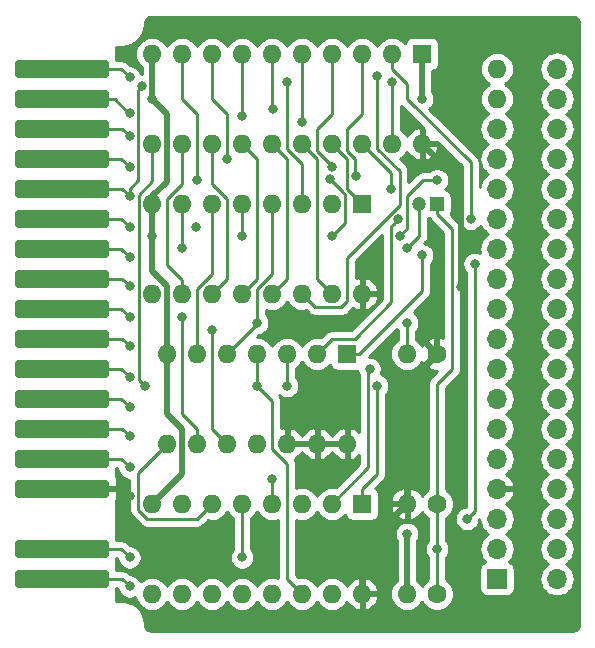
<source format=gtl>
G04 #@! TF.GenerationSoftware,KiCad,Pcbnew,(5.1.2-1)-1*
G04 #@! TF.CreationDate,2023-07-30T19:23:29+02:00*
G04 #@! TF.ProjectId,psg-riser,7073672d-7269-4736-9572-2e6b69636164,rev?*
G04 #@! TF.SameCoordinates,Original*
G04 #@! TF.FileFunction,Copper,L1,Top*
G04 #@! TF.FilePolarity,Positive*
%FSLAX46Y46*%
G04 Gerber Fmt 4.6, Leading zero omitted, Abs format (unit mm)*
G04 Created by KiCad (PCBNEW (5.1.2-1)-1) date 2023-07-30 19:23:29*
%MOMM*%
%LPD*%
G04 APERTURE LIST*
%ADD10O,1.600000X1.600000*%
%ADD11R,1.600000X1.600000*%
%ADD12C,1.600000*%
%ADD13O,1.700000X1.700000*%
%ADD14R,1.700000X1.700000*%
%ADD15C,0.100000*%
%ADD16C,1.524000*%
%ADD17C,1.200000*%
%ADD18R,1.200000X1.200000*%
%ADD19C,0.800000*%
%ADD20C,0.250000*%
%ADD21C,0.500000*%
%ADD22C,0.254000*%
G04 APERTURE END LIST*
D10*
X54610000Y-69850000D03*
X36830000Y-62230000D03*
X52070000Y-69850000D03*
X39370000Y-62230000D03*
X49530000Y-69850000D03*
X41910000Y-62230000D03*
X46990000Y-69850000D03*
X44450000Y-62230000D03*
X44450000Y-69850000D03*
X46990000Y-62230000D03*
X41910000Y-69850000D03*
X49530000Y-62230000D03*
X39370000Y-69850000D03*
X52070000Y-62230000D03*
X36830000Y-69850000D03*
D11*
X54610000Y-62230000D03*
D10*
X53340000Y-57150000D03*
X38100000Y-49530000D03*
X50800000Y-57150000D03*
X40640000Y-49530000D03*
X48260000Y-57150000D03*
X43180000Y-49530000D03*
X45720000Y-57150000D03*
X45720000Y-49530000D03*
X43180000Y-57150000D03*
X48260000Y-49530000D03*
X40640000Y-57150000D03*
X50800000Y-49530000D03*
X38100000Y-57150000D03*
D11*
X53340000Y-49530000D03*
D10*
X59690000Y-31750000D03*
X36830000Y-24130000D03*
X57150000Y-31750000D03*
X39370000Y-24130000D03*
X54610000Y-31750000D03*
X41910000Y-24130000D03*
X52070000Y-31750000D03*
X44450000Y-24130000D03*
X49530000Y-31750000D03*
X46990000Y-24130000D03*
X46990000Y-31750000D03*
X49530000Y-24130000D03*
X44450000Y-31750000D03*
X52070000Y-24130000D03*
X41910000Y-31750000D03*
X54610000Y-24130000D03*
X39370000Y-31750000D03*
X57150000Y-24130000D03*
X36830000Y-31750000D03*
D11*
X59690000Y-24130000D03*
D10*
X54610000Y-44450000D03*
X36830000Y-36830000D03*
X52070000Y-44450000D03*
X39370000Y-36830000D03*
X49530000Y-44450000D03*
X41910000Y-36830000D03*
X46990000Y-44450000D03*
X44450000Y-36830000D03*
X44450000Y-44450000D03*
X46990000Y-36830000D03*
X41910000Y-44450000D03*
X49530000Y-36830000D03*
X39370000Y-44450000D03*
X52070000Y-36830000D03*
X36830000Y-44450000D03*
D11*
X54610000Y-36830000D03*
D10*
X58420000Y-49530000D03*
D12*
X60960000Y-49530000D03*
D10*
X58420000Y-69850000D03*
D12*
X60960000Y-69850000D03*
D10*
X58420000Y-62230000D03*
D12*
X60960000Y-62230000D03*
D13*
X66040000Y-60960000D03*
X71120000Y-45720000D03*
X66040000Y-43180000D03*
X71120000Y-43180000D03*
X66040000Y-40640000D03*
X71120000Y-40640000D03*
X66040000Y-38100000D03*
X71120000Y-38100000D03*
X66040000Y-35560000D03*
X71120000Y-35560000D03*
X66040000Y-33020000D03*
X71120000Y-33020000D03*
X66040000Y-30480000D03*
X71120000Y-30480000D03*
D10*
X66040000Y-27940000D03*
D13*
X71120000Y-27940000D03*
D10*
X66040000Y-25400000D03*
D13*
X71120000Y-25400000D03*
X71120000Y-58420000D03*
X71120000Y-48260000D03*
X66040000Y-45720000D03*
X71120000Y-60960000D03*
X66040000Y-58420000D03*
X71120000Y-55880000D03*
X66040000Y-53340000D03*
X71120000Y-53340000D03*
X66040000Y-50800000D03*
X71120000Y-50800000D03*
X66040000Y-48260000D03*
D14*
X66040000Y-68580000D03*
D13*
X71120000Y-63500000D03*
X66040000Y-55880000D03*
X71120000Y-68580000D03*
X71120000Y-66040000D03*
X66040000Y-63500000D03*
X66040000Y-66040000D03*
D15*
G36*
X32866345Y-24639835D02*
G01*
X32903329Y-24645321D01*
X32939598Y-24654406D01*
X32974802Y-24667002D01*
X33008602Y-24682988D01*
X33040672Y-24702210D01*
X33070704Y-24724483D01*
X33098408Y-24749592D01*
X33123517Y-24777296D01*
X33145790Y-24807328D01*
X33165012Y-24839398D01*
X33180998Y-24873198D01*
X33193594Y-24908402D01*
X33202679Y-24944671D01*
X33208165Y-24981655D01*
X33210000Y-25019000D01*
X33210000Y-25781000D01*
X33208165Y-25818345D01*
X33202679Y-25855329D01*
X33193594Y-25891598D01*
X33180998Y-25926802D01*
X33165012Y-25960602D01*
X33145790Y-25992672D01*
X33123517Y-26022704D01*
X33098408Y-26050408D01*
X33070704Y-26075517D01*
X33040672Y-26097790D01*
X33008602Y-26117012D01*
X32974802Y-26132998D01*
X32939598Y-26145594D01*
X32903329Y-26154679D01*
X32866345Y-26160165D01*
X32829000Y-26162000D01*
X25591000Y-26162000D01*
X25553655Y-26160165D01*
X25516671Y-26154679D01*
X25480402Y-26145594D01*
X25445198Y-26132998D01*
X25411398Y-26117012D01*
X25379328Y-26097790D01*
X25349296Y-26075517D01*
X25321592Y-26050408D01*
X25296483Y-26022704D01*
X25274210Y-25992672D01*
X25254988Y-25960602D01*
X25239002Y-25926802D01*
X25226406Y-25891598D01*
X25217321Y-25855329D01*
X25211835Y-25818345D01*
X25210000Y-25781000D01*
X25210000Y-25019000D01*
X25211835Y-24981655D01*
X25217321Y-24944671D01*
X25226406Y-24908402D01*
X25239002Y-24873198D01*
X25254988Y-24839398D01*
X25274210Y-24807328D01*
X25296483Y-24777296D01*
X25321592Y-24749592D01*
X25349296Y-24724483D01*
X25379328Y-24702210D01*
X25411398Y-24682988D01*
X25445198Y-24667002D01*
X25480402Y-24654406D01*
X25516671Y-24645321D01*
X25553655Y-24639835D01*
X25591000Y-24638000D01*
X32829000Y-24638000D01*
X32866345Y-24639835D01*
X32866345Y-24639835D01*
G37*
D16*
X29210000Y-25400000D03*
D15*
G36*
X32866345Y-27179835D02*
G01*
X32903329Y-27185321D01*
X32939598Y-27194406D01*
X32974802Y-27207002D01*
X33008602Y-27222988D01*
X33040672Y-27242210D01*
X33070704Y-27264483D01*
X33098408Y-27289592D01*
X33123517Y-27317296D01*
X33145790Y-27347328D01*
X33165012Y-27379398D01*
X33180998Y-27413198D01*
X33193594Y-27448402D01*
X33202679Y-27484671D01*
X33208165Y-27521655D01*
X33210000Y-27559000D01*
X33210000Y-28321000D01*
X33208165Y-28358345D01*
X33202679Y-28395329D01*
X33193594Y-28431598D01*
X33180998Y-28466802D01*
X33165012Y-28500602D01*
X33145790Y-28532672D01*
X33123517Y-28562704D01*
X33098408Y-28590408D01*
X33070704Y-28615517D01*
X33040672Y-28637790D01*
X33008602Y-28657012D01*
X32974802Y-28672998D01*
X32939598Y-28685594D01*
X32903329Y-28694679D01*
X32866345Y-28700165D01*
X32829000Y-28702000D01*
X25591000Y-28702000D01*
X25553655Y-28700165D01*
X25516671Y-28694679D01*
X25480402Y-28685594D01*
X25445198Y-28672998D01*
X25411398Y-28657012D01*
X25379328Y-28637790D01*
X25349296Y-28615517D01*
X25321592Y-28590408D01*
X25296483Y-28562704D01*
X25274210Y-28532672D01*
X25254988Y-28500602D01*
X25239002Y-28466802D01*
X25226406Y-28431598D01*
X25217321Y-28395329D01*
X25211835Y-28358345D01*
X25210000Y-28321000D01*
X25210000Y-27559000D01*
X25211835Y-27521655D01*
X25217321Y-27484671D01*
X25226406Y-27448402D01*
X25239002Y-27413198D01*
X25254988Y-27379398D01*
X25274210Y-27347328D01*
X25296483Y-27317296D01*
X25321592Y-27289592D01*
X25349296Y-27264483D01*
X25379328Y-27242210D01*
X25411398Y-27222988D01*
X25445198Y-27207002D01*
X25480402Y-27194406D01*
X25516671Y-27185321D01*
X25553655Y-27179835D01*
X25591000Y-27178000D01*
X32829000Y-27178000D01*
X32866345Y-27179835D01*
X32866345Y-27179835D01*
G37*
D16*
X29210000Y-27940000D03*
D15*
G36*
X32866345Y-29719835D02*
G01*
X32903329Y-29725321D01*
X32939598Y-29734406D01*
X32974802Y-29747002D01*
X33008602Y-29762988D01*
X33040672Y-29782210D01*
X33070704Y-29804483D01*
X33098408Y-29829592D01*
X33123517Y-29857296D01*
X33145790Y-29887328D01*
X33165012Y-29919398D01*
X33180998Y-29953198D01*
X33193594Y-29988402D01*
X33202679Y-30024671D01*
X33208165Y-30061655D01*
X33210000Y-30099000D01*
X33210000Y-30861000D01*
X33208165Y-30898345D01*
X33202679Y-30935329D01*
X33193594Y-30971598D01*
X33180998Y-31006802D01*
X33165012Y-31040602D01*
X33145790Y-31072672D01*
X33123517Y-31102704D01*
X33098408Y-31130408D01*
X33070704Y-31155517D01*
X33040672Y-31177790D01*
X33008602Y-31197012D01*
X32974802Y-31212998D01*
X32939598Y-31225594D01*
X32903329Y-31234679D01*
X32866345Y-31240165D01*
X32829000Y-31242000D01*
X25591000Y-31242000D01*
X25553655Y-31240165D01*
X25516671Y-31234679D01*
X25480402Y-31225594D01*
X25445198Y-31212998D01*
X25411398Y-31197012D01*
X25379328Y-31177790D01*
X25349296Y-31155517D01*
X25321592Y-31130408D01*
X25296483Y-31102704D01*
X25274210Y-31072672D01*
X25254988Y-31040602D01*
X25239002Y-31006802D01*
X25226406Y-30971598D01*
X25217321Y-30935329D01*
X25211835Y-30898345D01*
X25210000Y-30861000D01*
X25210000Y-30099000D01*
X25211835Y-30061655D01*
X25217321Y-30024671D01*
X25226406Y-29988402D01*
X25239002Y-29953198D01*
X25254988Y-29919398D01*
X25274210Y-29887328D01*
X25296483Y-29857296D01*
X25321592Y-29829592D01*
X25349296Y-29804483D01*
X25379328Y-29782210D01*
X25411398Y-29762988D01*
X25445198Y-29747002D01*
X25480402Y-29734406D01*
X25516671Y-29725321D01*
X25553655Y-29719835D01*
X25591000Y-29718000D01*
X32829000Y-29718000D01*
X32866345Y-29719835D01*
X32866345Y-29719835D01*
G37*
D16*
X29210000Y-30480000D03*
D15*
G36*
X32866345Y-32259835D02*
G01*
X32903329Y-32265321D01*
X32939598Y-32274406D01*
X32974802Y-32287002D01*
X33008602Y-32302988D01*
X33040672Y-32322210D01*
X33070704Y-32344483D01*
X33098408Y-32369592D01*
X33123517Y-32397296D01*
X33145790Y-32427328D01*
X33165012Y-32459398D01*
X33180998Y-32493198D01*
X33193594Y-32528402D01*
X33202679Y-32564671D01*
X33208165Y-32601655D01*
X33210000Y-32639000D01*
X33210000Y-33401000D01*
X33208165Y-33438345D01*
X33202679Y-33475329D01*
X33193594Y-33511598D01*
X33180998Y-33546802D01*
X33165012Y-33580602D01*
X33145790Y-33612672D01*
X33123517Y-33642704D01*
X33098408Y-33670408D01*
X33070704Y-33695517D01*
X33040672Y-33717790D01*
X33008602Y-33737012D01*
X32974802Y-33752998D01*
X32939598Y-33765594D01*
X32903329Y-33774679D01*
X32866345Y-33780165D01*
X32829000Y-33782000D01*
X25591000Y-33782000D01*
X25553655Y-33780165D01*
X25516671Y-33774679D01*
X25480402Y-33765594D01*
X25445198Y-33752998D01*
X25411398Y-33737012D01*
X25379328Y-33717790D01*
X25349296Y-33695517D01*
X25321592Y-33670408D01*
X25296483Y-33642704D01*
X25274210Y-33612672D01*
X25254988Y-33580602D01*
X25239002Y-33546802D01*
X25226406Y-33511598D01*
X25217321Y-33475329D01*
X25211835Y-33438345D01*
X25210000Y-33401000D01*
X25210000Y-32639000D01*
X25211835Y-32601655D01*
X25217321Y-32564671D01*
X25226406Y-32528402D01*
X25239002Y-32493198D01*
X25254988Y-32459398D01*
X25274210Y-32427328D01*
X25296483Y-32397296D01*
X25321592Y-32369592D01*
X25349296Y-32344483D01*
X25379328Y-32322210D01*
X25411398Y-32302988D01*
X25445198Y-32287002D01*
X25480402Y-32274406D01*
X25516671Y-32265321D01*
X25553655Y-32259835D01*
X25591000Y-32258000D01*
X32829000Y-32258000D01*
X32866345Y-32259835D01*
X32866345Y-32259835D01*
G37*
D16*
X29210000Y-33020000D03*
D15*
G36*
X32866345Y-34799835D02*
G01*
X32903329Y-34805321D01*
X32939598Y-34814406D01*
X32974802Y-34827002D01*
X33008602Y-34842988D01*
X33040672Y-34862210D01*
X33070704Y-34884483D01*
X33098408Y-34909592D01*
X33123517Y-34937296D01*
X33145790Y-34967328D01*
X33165012Y-34999398D01*
X33180998Y-35033198D01*
X33193594Y-35068402D01*
X33202679Y-35104671D01*
X33208165Y-35141655D01*
X33210000Y-35179000D01*
X33210000Y-35941000D01*
X33208165Y-35978345D01*
X33202679Y-36015329D01*
X33193594Y-36051598D01*
X33180998Y-36086802D01*
X33165012Y-36120602D01*
X33145790Y-36152672D01*
X33123517Y-36182704D01*
X33098408Y-36210408D01*
X33070704Y-36235517D01*
X33040672Y-36257790D01*
X33008602Y-36277012D01*
X32974802Y-36292998D01*
X32939598Y-36305594D01*
X32903329Y-36314679D01*
X32866345Y-36320165D01*
X32829000Y-36322000D01*
X25591000Y-36322000D01*
X25553655Y-36320165D01*
X25516671Y-36314679D01*
X25480402Y-36305594D01*
X25445198Y-36292998D01*
X25411398Y-36277012D01*
X25379328Y-36257790D01*
X25349296Y-36235517D01*
X25321592Y-36210408D01*
X25296483Y-36182704D01*
X25274210Y-36152672D01*
X25254988Y-36120602D01*
X25239002Y-36086802D01*
X25226406Y-36051598D01*
X25217321Y-36015329D01*
X25211835Y-35978345D01*
X25210000Y-35941000D01*
X25210000Y-35179000D01*
X25211835Y-35141655D01*
X25217321Y-35104671D01*
X25226406Y-35068402D01*
X25239002Y-35033198D01*
X25254988Y-34999398D01*
X25274210Y-34967328D01*
X25296483Y-34937296D01*
X25321592Y-34909592D01*
X25349296Y-34884483D01*
X25379328Y-34862210D01*
X25411398Y-34842988D01*
X25445198Y-34827002D01*
X25480402Y-34814406D01*
X25516671Y-34805321D01*
X25553655Y-34799835D01*
X25591000Y-34798000D01*
X32829000Y-34798000D01*
X32866345Y-34799835D01*
X32866345Y-34799835D01*
G37*
D16*
X29210000Y-35560000D03*
D15*
G36*
X32866345Y-37339835D02*
G01*
X32903329Y-37345321D01*
X32939598Y-37354406D01*
X32974802Y-37367002D01*
X33008602Y-37382988D01*
X33040672Y-37402210D01*
X33070704Y-37424483D01*
X33098408Y-37449592D01*
X33123517Y-37477296D01*
X33145790Y-37507328D01*
X33165012Y-37539398D01*
X33180998Y-37573198D01*
X33193594Y-37608402D01*
X33202679Y-37644671D01*
X33208165Y-37681655D01*
X33210000Y-37719000D01*
X33210000Y-38481000D01*
X33208165Y-38518345D01*
X33202679Y-38555329D01*
X33193594Y-38591598D01*
X33180998Y-38626802D01*
X33165012Y-38660602D01*
X33145790Y-38692672D01*
X33123517Y-38722704D01*
X33098408Y-38750408D01*
X33070704Y-38775517D01*
X33040672Y-38797790D01*
X33008602Y-38817012D01*
X32974802Y-38832998D01*
X32939598Y-38845594D01*
X32903329Y-38854679D01*
X32866345Y-38860165D01*
X32829000Y-38862000D01*
X25591000Y-38862000D01*
X25553655Y-38860165D01*
X25516671Y-38854679D01*
X25480402Y-38845594D01*
X25445198Y-38832998D01*
X25411398Y-38817012D01*
X25379328Y-38797790D01*
X25349296Y-38775517D01*
X25321592Y-38750408D01*
X25296483Y-38722704D01*
X25274210Y-38692672D01*
X25254988Y-38660602D01*
X25239002Y-38626802D01*
X25226406Y-38591598D01*
X25217321Y-38555329D01*
X25211835Y-38518345D01*
X25210000Y-38481000D01*
X25210000Y-37719000D01*
X25211835Y-37681655D01*
X25217321Y-37644671D01*
X25226406Y-37608402D01*
X25239002Y-37573198D01*
X25254988Y-37539398D01*
X25274210Y-37507328D01*
X25296483Y-37477296D01*
X25321592Y-37449592D01*
X25349296Y-37424483D01*
X25379328Y-37402210D01*
X25411398Y-37382988D01*
X25445198Y-37367002D01*
X25480402Y-37354406D01*
X25516671Y-37345321D01*
X25553655Y-37339835D01*
X25591000Y-37338000D01*
X32829000Y-37338000D01*
X32866345Y-37339835D01*
X32866345Y-37339835D01*
G37*
D16*
X29210000Y-38100000D03*
D15*
G36*
X32866345Y-39879835D02*
G01*
X32903329Y-39885321D01*
X32939598Y-39894406D01*
X32974802Y-39907002D01*
X33008602Y-39922988D01*
X33040672Y-39942210D01*
X33070704Y-39964483D01*
X33098408Y-39989592D01*
X33123517Y-40017296D01*
X33145790Y-40047328D01*
X33165012Y-40079398D01*
X33180998Y-40113198D01*
X33193594Y-40148402D01*
X33202679Y-40184671D01*
X33208165Y-40221655D01*
X33210000Y-40259000D01*
X33210000Y-41021000D01*
X33208165Y-41058345D01*
X33202679Y-41095329D01*
X33193594Y-41131598D01*
X33180998Y-41166802D01*
X33165012Y-41200602D01*
X33145790Y-41232672D01*
X33123517Y-41262704D01*
X33098408Y-41290408D01*
X33070704Y-41315517D01*
X33040672Y-41337790D01*
X33008602Y-41357012D01*
X32974802Y-41372998D01*
X32939598Y-41385594D01*
X32903329Y-41394679D01*
X32866345Y-41400165D01*
X32829000Y-41402000D01*
X25591000Y-41402000D01*
X25553655Y-41400165D01*
X25516671Y-41394679D01*
X25480402Y-41385594D01*
X25445198Y-41372998D01*
X25411398Y-41357012D01*
X25379328Y-41337790D01*
X25349296Y-41315517D01*
X25321592Y-41290408D01*
X25296483Y-41262704D01*
X25274210Y-41232672D01*
X25254988Y-41200602D01*
X25239002Y-41166802D01*
X25226406Y-41131598D01*
X25217321Y-41095329D01*
X25211835Y-41058345D01*
X25210000Y-41021000D01*
X25210000Y-40259000D01*
X25211835Y-40221655D01*
X25217321Y-40184671D01*
X25226406Y-40148402D01*
X25239002Y-40113198D01*
X25254988Y-40079398D01*
X25274210Y-40047328D01*
X25296483Y-40017296D01*
X25321592Y-39989592D01*
X25349296Y-39964483D01*
X25379328Y-39942210D01*
X25411398Y-39922988D01*
X25445198Y-39907002D01*
X25480402Y-39894406D01*
X25516671Y-39885321D01*
X25553655Y-39879835D01*
X25591000Y-39878000D01*
X32829000Y-39878000D01*
X32866345Y-39879835D01*
X32866345Y-39879835D01*
G37*
D16*
X29210000Y-40640000D03*
D15*
G36*
X32866345Y-42419835D02*
G01*
X32903329Y-42425321D01*
X32939598Y-42434406D01*
X32974802Y-42447002D01*
X33008602Y-42462988D01*
X33040672Y-42482210D01*
X33070704Y-42504483D01*
X33098408Y-42529592D01*
X33123517Y-42557296D01*
X33145790Y-42587328D01*
X33165012Y-42619398D01*
X33180998Y-42653198D01*
X33193594Y-42688402D01*
X33202679Y-42724671D01*
X33208165Y-42761655D01*
X33210000Y-42799000D01*
X33210000Y-43561000D01*
X33208165Y-43598345D01*
X33202679Y-43635329D01*
X33193594Y-43671598D01*
X33180998Y-43706802D01*
X33165012Y-43740602D01*
X33145790Y-43772672D01*
X33123517Y-43802704D01*
X33098408Y-43830408D01*
X33070704Y-43855517D01*
X33040672Y-43877790D01*
X33008602Y-43897012D01*
X32974802Y-43912998D01*
X32939598Y-43925594D01*
X32903329Y-43934679D01*
X32866345Y-43940165D01*
X32829000Y-43942000D01*
X25591000Y-43942000D01*
X25553655Y-43940165D01*
X25516671Y-43934679D01*
X25480402Y-43925594D01*
X25445198Y-43912998D01*
X25411398Y-43897012D01*
X25379328Y-43877790D01*
X25349296Y-43855517D01*
X25321592Y-43830408D01*
X25296483Y-43802704D01*
X25274210Y-43772672D01*
X25254988Y-43740602D01*
X25239002Y-43706802D01*
X25226406Y-43671598D01*
X25217321Y-43635329D01*
X25211835Y-43598345D01*
X25210000Y-43561000D01*
X25210000Y-42799000D01*
X25211835Y-42761655D01*
X25217321Y-42724671D01*
X25226406Y-42688402D01*
X25239002Y-42653198D01*
X25254988Y-42619398D01*
X25274210Y-42587328D01*
X25296483Y-42557296D01*
X25321592Y-42529592D01*
X25349296Y-42504483D01*
X25379328Y-42482210D01*
X25411398Y-42462988D01*
X25445198Y-42447002D01*
X25480402Y-42434406D01*
X25516671Y-42425321D01*
X25553655Y-42419835D01*
X25591000Y-42418000D01*
X32829000Y-42418000D01*
X32866345Y-42419835D01*
X32866345Y-42419835D01*
G37*
D16*
X29210000Y-43180000D03*
D15*
G36*
X32866345Y-44959835D02*
G01*
X32903329Y-44965321D01*
X32939598Y-44974406D01*
X32974802Y-44987002D01*
X33008602Y-45002988D01*
X33040672Y-45022210D01*
X33070704Y-45044483D01*
X33098408Y-45069592D01*
X33123517Y-45097296D01*
X33145790Y-45127328D01*
X33165012Y-45159398D01*
X33180998Y-45193198D01*
X33193594Y-45228402D01*
X33202679Y-45264671D01*
X33208165Y-45301655D01*
X33210000Y-45339000D01*
X33210000Y-46101000D01*
X33208165Y-46138345D01*
X33202679Y-46175329D01*
X33193594Y-46211598D01*
X33180998Y-46246802D01*
X33165012Y-46280602D01*
X33145790Y-46312672D01*
X33123517Y-46342704D01*
X33098408Y-46370408D01*
X33070704Y-46395517D01*
X33040672Y-46417790D01*
X33008602Y-46437012D01*
X32974802Y-46452998D01*
X32939598Y-46465594D01*
X32903329Y-46474679D01*
X32866345Y-46480165D01*
X32829000Y-46482000D01*
X25591000Y-46482000D01*
X25553655Y-46480165D01*
X25516671Y-46474679D01*
X25480402Y-46465594D01*
X25445198Y-46452998D01*
X25411398Y-46437012D01*
X25379328Y-46417790D01*
X25349296Y-46395517D01*
X25321592Y-46370408D01*
X25296483Y-46342704D01*
X25274210Y-46312672D01*
X25254988Y-46280602D01*
X25239002Y-46246802D01*
X25226406Y-46211598D01*
X25217321Y-46175329D01*
X25211835Y-46138345D01*
X25210000Y-46101000D01*
X25210000Y-45339000D01*
X25211835Y-45301655D01*
X25217321Y-45264671D01*
X25226406Y-45228402D01*
X25239002Y-45193198D01*
X25254988Y-45159398D01*
X25274210Y-45127328D01*
X25296483Y-45097296D01*
X25321592Y-45069592D01*
X25349296Y-45044483D01*
X25379328Y-45022210D01*
X25411398Y-45002988D01*
X25445198Y-44987002D01*
X25480402Y-44974406D01*
X25516671Y-44965321D01*
X25553655Y-44959835D01*
X25591000Y-44958000D01*
X32829000Y-44958000D01*
X32866345Y-44959835D01*
X32866345Y-44959835D01*
G37*
D16*
X29210000Y-45720000D03*
D15*
G36*
X32866345Y-47499835D02*
G01*
X32903329Y-47505321D01*
X32939598Y-47514406D01*
X32974802Y-47527002D01*
X33008602Y-47542988D01*
X33040672Y-47562210D01*
X33070704Y-47584483D01*
X33098408Y-47609592D01*
X33123517Y-47637296D01*
X33145790Y-47667328D01*
X33165012Y-47699398D01*
X33180998Y-47733198D01*
X33193594Y-47768402D01*
X33202679Y-47804671D01*
X33208165Y-47841655D01*
X33210000Y-47879000D01*
X33210000Y-48641000D01*
X33208165Y-48678345D01*
X33202679Y-48715329D01*
X33193594Y-48751598D01*
X33180998Y-48786802D01*
X33165012Y-48820602D01*
X33145790Y-48852672D01*
X33123517Y-48882704D01*
X33098408Y-48910408D01*
X33070704Y-48935517D01*
X33040672Y-48957790D01*
X33008602Y-48977012D01*
X32974802Y-48992998D01*
X32939598Y-49005594D01*
X32903329Y-49014679D01*
X32866345Y-49020165D01*
X32829000Y-49022000D01*
X25591000Y-49022000D01*
X25553655Y-49020165D01*
X25516671Y-49014679D01*
X25480402Y-49005594D01*
X25445198Y-48992998D01*
X25411398Y-48977012D01*
X25379328Y-48957790D01*
X25349296Y-48935517D01*
X25321592Y-48910408D01*
X25296483Y-48882704D01*
X25274210Y-48852672D01*
X25254988Y-48820602D01*
X25239002Y-48786802D01*
X25226406Y-48751598D01*
X25217321Y-48715329D01*
X25211835Y-48678345D01*
X25210000Y-48641000D01*
X25210000Y-47879000D01*
X25211835Y-47841655D01*
X25217321Y-47804671D01*
X25226406Y-47768402D01*
X25239002Y-47733198D01*
X25254988Y-47699398D01*
X25274210Y-47667328D01*
X25296483Y-47637296D01*
X25321592Y-47609592D01*
X25349296Y-47584483D01*
X25379328Y-47562210D01*
X25411398Y-47542988D01*
X25445198Y-47527002D01*
X25480402Y-47514406D01*
X25516671Y-47505321D01*
X25553655Y-47499835D01*
X25591000Y-47498000D01*
X32829000Y-47498000D01*
X32866345Y-47499835D01*
X32866345Y-47499835D01*
G37*
D16*
X29210000Y-48260000D03*
D15*
G36*
X32866345Y-50039835D02*
G01*
X32903329Y-50045321D01*
X32939598Y-50054406D01*
X32974802Y-50067002D01*
X33008602Y-50082988D01*
X33040672Y-50102210D01*
X33070704Y-50124483D01*
X33098408Y-50149592D01*
X33123517Y-50177296D01*
X33145790Y-50207328D01*
X33165012Y-50239398D01*
X33180998Y-50273198D01*
X33193594Y-50308402D01*
X33202679Y-50344671D01*
X33208165Y-50381655D01*
X33210000Y-50419000D01*
X33210000Y-51181000D01*
X33208165Y-51218345D01*
X33202679Y-51255329D01*
X33193594Y-51291598D01*
X33180998Y-51326802D01*
X33165012Y-51360602D01*
X33145790Y-51392672D01*
X33123517Y-51422704D01*
X33098408Y-51450408D01*
X33070704Y-51475517D01*
X33040672Y-51497790D01*
X33008602Y-51517012D01*
X32974802Y-51532998D01*
X32939598Y-51545594D01*
X32903329Y-51554679D01*
X32866345Y-51560165D01*
X32829000Y-51562000D01*
X25591000Y-51562000D01*
X25553655Y-51560165D01*
X25516671Y-51554679D01*
X25480402Y-51545594D01*
X25445198Y-51532998D01*
X25411398Y-51517012D01*
X25379328Y-51497790D01*
X25349296Y-51475517D01*
X25321592Y-51450408D01*
X25296483Y-51422704D01*
X25274210Y-51392672D01*
X25254988Y-51360602D01*
X25239002Y-51326802D01*
X25226406Y-51291598D01*
X25217321Y-51255329D01*
X25211835Y-51218345D01*
X25210000Y-51181000D01*
X25210000Y-50419000D01*
X25211835Y-50381655D01*
X25217321Y-50344671D01*
X25226406Y-50308402D01*
X25239002Y-50273198D01*
X25254988Y-50239398D01*
X25274210Y-50207328D01*
X25296483Y-50177296D01*
X25321592Y-50149592D01*
X25349296Y-50124483D01*
X25379328Y-50102210D01*
X25411398Y-50082988D01*
X25445198Y-50067002D01*
X25480402Y-50054406D01*
X25516671Y-50045321D01*
X25553655Y-50039835D01*
X25591000Y-50038000D01*
X32829000Y-50038000D01*
X32866345Y-50039835D01*
X32866345Y-50039835D01*
G37*
D16*
X29210000Y-50800000D03*
D15*
G36*
X32866345Y-52579835D02*
G01*
X32903329Y-52585321D01*
X32939598Y-52594406D01*
X32974802Y-52607002D01*
X33008602Y-52622988D01*
X33040672Y-52642210D01*
X33070704Y-52664483D01*
X33098408Y-52689592D01*
X33123517Y-52717296D01*
X33145790Y-52747328D01*
X33165012Y-52779398D01*
X33180998Y-52813198D01*
X33193594Y-52848402D01*
X33202679Y-52884671D01*
X33208165Y-52921655D01*
X33210000Y-52959000D01*
X33210000Y-53721000D01*
X33208165Y-53758345D01*
X33202679Y-53795329D01*
X33193594Y-53831598D01*
X33180998Y-53866802D01*
X33165012Y-53900602D01*
X33145790Y-53932672D01*
X33123517Y-53962704D01*
X33098408Y-53990408D01*
X33070704Y-54015517D01*
X33040672Y-54037790D01*
X33008602Y-54057012D01*
X32974802Y-54072998D01*
X32939598Y-54085594D01*
X32903329Y-54094679D01*
X32866345Y-54100165D01*
X32829000Y-54102000D01*
X25591000Y-54102000D01*
X25553655Y-54100165D01*
X25516671Y-54094679D01*
X25480402Y-54085594D01*
X25445198Y-54072998D01*
X25411398Y-54057012D01*
X25379328Y-54037790D01*
X25349296Y-54015517D01*
X25321592Y-53990408D01*
X25296483Y-53962704D01*
X25274210Y-53932672D01*
X25254988Y-53900602D01*
X25239002Y-53866802D01*
X25226406Y-53831598D01*
X25217321Y-53795329D01*
X25211835Y-53758345D01*
X25210000Y-53721000D01*
X25210000Y-52959000D01*
X25211835Y-52921655D01*
X25217321Y-52884671D01*
X25226406Y-52848402D01*
X25239002Y-52813198D01*
X25254988Y-52779398D01*
X25274210Y-52747328D01*
X25296483Y-52717296D01*
X25321592Y-52689592D01*
X25349296Y-52664483D01*
X25379328Y-52642210D01*
X25411398Y-52622988D01*
X25445198Y-52607002D01*
X25480402Y-52594406D01*
X25516671Y-52585321D01*
X25553655Y-52579835D01*
X25591000Y-52578000D01*
X32829000Y-52578000D01*
X32866345Y-52579835D01*
X32866345Y-52579835D01*
G37*
D16*
X29210000Y-53340000D03*
D15*
G36*
X32866345Y-55119835D02*
G01*
X32903329Y-55125321D01*
X32939598Y-55134406D01*
X32974802Y-55147002D01*
X33008602Y-55162988D01*
X33040672Y-55182210D01*
X33070704Y-55204483D01*
X33098408Y-55229592D01*
X33123517Y-55257296D01*
X33145790Y-55287328D01*
X33165012Y-55319398D01*
X33180998Y-55353198D01*
X33193594Y-55388402D01*
X33202679Y-55424671D01*
X33208165Y-55461655D01*
X33210000Y-55499000D01*
X33210000Y-56261000D01*
X33208165Y-56298345D01*
X33202679Y-56335329D01*
X33193594Y-56371598D01*
X33180998Y-56406802D01*
X33165012Y-56440602D01*
X33145790Y-56472672D01*
X33123517Y-56502704D01*
X33098408Y-56530408D01*
X33070704Y-56555517D01*
X33040672Y-56577790D01*
X33008602Y-56597012D01*
X32974802Y-56612998D01*
X32939598Y-56625594D01*
X32903329Y-56634679D01*
X32866345Y-56640165D01*
X32829000Y-56642000D01*
X25591000Y-56642000D01*
X25553655Y-56640165D01*
X25516671Y-56634679D01*
X25480402Y-56625594D01*
X25445198Y-56612998D01*
X25411398Y-56597012D01*
X25379328Y-56577790D01*
X25349296Y-56555517D01*
X25321592Y-56530408D01*
X25296483Y-56502704D01*
X25274210Y-56472672D01*
X25254988Y-56440602D01*
X25239002Y-56406802D01*
X25226406Y-56371598D01*
X25217321Y-56335329D01*
X25211835Y-56298345D01*
X25210000Y-56261000D01*
X25210000Y-55499000D01*
X25211835Y-55461655D01*
X25217321Y-55424671D01*
X25226406Y-55388402D01*
X25239002Y-55353198D01*
X25254988Y-55319398D01*
X25274210Y-55287328D01*
X25296483Y-55257296D01*
X25321592Y-55229592D01*
X25349296Y-55204483D01*
X25379328Y-55182210D01*
X25411398Y-55162988D01*
X25445198Y-55147002D01*
X25480402Y-55134406D01*
X25516671Y-55125321D01*
X25553655Y-55119835D01*
X25591000Y-55118000D01*
X32829000Y-55118000D01*
X32866345Y-55119835D01*
X32866345Y-55119835D01*
G37*
D16*
X29210000Y-55880000D03*
D15*
G36*
X32866345Y-57659835D02*
G01*
X32903329Y-57665321D01*
X32939598Y-57674406D01*
X32974802Y-57687002D01*
X33008602Y-57702988D01*
X33040672Y-57722210D01*
X33070704Y-57744483D01*
X33098408Y-57769592D01*
X33123517Y-57797296D01*
X33145790Y-57827328D01*
X33165012Y-57859398D01*
X33180998Y-57893198D01*
X33193594Y-57928402D01*
X33202679Y-57964671D01*
X33208165Y-58001655D01*
X33210000Y-58039000D01*
X33210000Y-58801000D01*
X33208165Y-58838345D01*
X33202679Y-58875329D01*
X33193594Y-58911598D01*
X33180998Y-58946802D01*
X33165012Y-58980602D01*
X33145790Y-59012672D01*
X33123517Y-59042704D01*
X33098408Y-59070408D01*
X33070704Y-59095517D01*
X33040672Y-59117790D01*
X33008602Y-59137012D01*
X32974802Y-59152998D01*
X32939598Y-59165594D01*
X32903329Y-59174679D01*
X32866345Y-59180165D01*
X32829000Y-59182000D01*
X25591000Y-59182000D01*
X25553655Y-59180165D01*
X25516671Y-59174679D01*
X25480402Y-59165594D01*
X25445198Y-59152998D01*
X25411398Y-59137012D01*
X25379328Y-59117790D01*
X25349296Y-59095517D01*
X25321592Y-59070408D01*
X25296483Y-59042704D01*
X25274210Y-59012672D01*
X25254988Y-58980602D01*
X25239002Y-58946802D01*
X25226406Y-58911598D01*
X25217321Y-58875329D01*
X25211835Y-58838345D01*
X25210000Y-58801000D01*
X25210000Y-58039000D01*
X25211835Y-58001655D01*
X25217321Y-57964671D01*
X25226406Y-57928402D01*
X25239002Y-57893198D01*
X25254988Y-57859398D01*
X25274210Y-57827328D01*
X25296483Y-57797296D01*
X25321592Y-57769592D01*
X25349296Y-57744483D01*
X25379328Y-57722210D01*
X25411398Y-57702988D01*
X25445198Y-57687002D01*
X25480402Y-57674406D01*
X25516671Y-57665321D01*
X25553655Y-57659835D01*
X25591000Y-57658000D01*
X32829000Y-57658000D01*
X32866345Y-57659835D01*
X32866345Y-57659835D01*
G37*
D16*
X29210000Y-58420000D03*
D15*
G36*
X32866345Y-60199835D02*
G01*
X32903329Y-60205321D01*
X32939598Y-60214406D01*
X32974802Y-60227002D01*
X33008602Y-60242988D01*
X33040672Y-60262210D01*
X33070704Y-60284483D01*
X33098408Y-60309592D01*
X33123517Y-60337296D01*
X33145790Y-60367328D01*
X33165012Y-60399398D01*
X33180998Y-60433198D01*
X33193594Y-60468402D01*
X33202679Y-60504671D01*
X33208165Y-60541655D01*
X33210000Y-60579000D01*
X33210000Y-61341000D01*
X33208165Y-61378345D01*
X33202679Y-61415329D01*
X33193594Y-61451598D01*
X33180998Y-61486802D01*
X33165012Y-61520602D01*
X33145790Y-61552672D01*
X33123517Y-61582704D01*
X33098408Y-61610408D01*
X33070704Y-61635517D01*
X33040672Y-61657790D01*
X33008602Y-61677012D01*
X32974802Y-61692998D01*
X32939598Y-61705594D01*
X32903329Y-61714679D01*
X32866345Y-61720165D01*
X32829000Y-61722000D01*
X25591000Y-61722000D01*
X25553655Y-61720165D01*
X25516671Y-61714679D01*
X25480402Y-61705594D01*
X25445198Y-61692998D01*
X25411398Y-61677012D01*
X25379328Y-61657790D01*
X25349296Y-61635517D01*
X25321592Y-61610408D01*
X25296483Y-61582704D01*
X25274210Y-61552672D01*
X25254988Y-61520602D01*
X25239002Y-61486802D01*
X25226406Y-61451598D01*
X25217321Y-61415329D01*
X25211835Y-61378345D01*
X25210000Y-61341000D01*
X25210000Y-60579000D01*
X25211835Y-60541655D01*
X25217321Y-60504671D01*
X25226406Y-60468402D01*
X25239002Y-60433198D01*
X25254988Y-60399398D01*
X25274210Y-60367328D01*
X25296483Y-60337296D01*
X25321592Y-60309592D01*
X25349296Y-60284483D01*
X25379328Y-60262210D01*
X25411398Y-60242988D01*
X25445198Y-60227002D01*
X25480402Y-60214406D01*
X25516671Y-60205321D01*
X25553655Y-60199835D01*
X25591000Y-60198000D01*
X32829000Y-60198000D01*
X32866345Y-60199835D01*
X32866345Y-60199835D01*
G37*
D16*
X29210000Y-60960000D03*
D15*
G36*
X32866345Y-65279835D02*
G01*
X32903329Y-65285321D01*
X32939598Y-65294406D01*
X32974802Y-65307002D01*
X33008602Y-65322988D01*
X33040672Y-65342210D01*
X33070704Y-65364483D01*
X33098408Y-65389592D01*
X33123517Y-65417296D01*
X33145790Y-65447328D01*
X33165012Y-65479398D01*
X33180998Y-65513198D01*
X33193594Y-65548402D01*
X33202679Y-65584671D01*
X33208165Y-65621655D01*
X33210000Y-65659000D01*
X33210000Y-66421000D01*
X33208165Y-66458345D01*
X33202679Y-66495329D01*
X33193594Y-66531598D01*
X33180998Y-66566802D01*
X33165012Y-66600602D01*
X33145790Y-66632672D01*
X33123517Y-66662704D01*
X33098408Y-66690408D01*
X33070704Y-66715517D01*
X33040672Y-66737790D01*
X33008602Y-66757012D01*
X32974802Y-66772998D01*
X32939598Y-66785594D01*
X32903329Y-66794679D01*
X32866345Y-66800165D01*
X32829000Y-66802000D01*
X25591000Y-66802000D01*
X25553655Y-66800165D01*
X25516671Y-66794679D01*
X25480402Y-66785594D01*
X25445198Y-66772998D01*
X25411398Y-66757012D01*
X25379328Y-66737790D01*
X25349296Y-66715517D01*
X25321592Y-66690408D01*
X25296483Y-66662704D01*
X25274210Y-66632672D01*
X25254988Y-66600602D01*
X25239002Y-66566802D01*
X25226406Y-66531598D01*
X25217321Y-66495329D01*
X25211835Y-66458345D01*
X25210000Y-66421000D01*
X25210000Y-65659000D01*
X25211835Y-65621655D01*
X25217321Y-65584671D01*
X25226406Y-65548402D01*
X25239002Y-65513198D01*
X25254988Y-65479398D01*
X25274210Y-65447328D01*
X25296483Y-65417296D01*
X25321592Y-65389592D01*
X25349296Y-65364483D01*
X25379328Y-65342210D01*
X25411398Y-65322988D01*
X25445198Y-65307002D01*
X25480402Y-65294406D01*
X25516671Y-65285321D01*
X25553655Y-65279835D01*
X25591000Y-65278000D01*
X32829000Y-65278000D01*
X32866345Y-65279835D01*
X32866345Y-65279835D01*
G37*
D16*
X29210000Y-66040000D03*
D15*
G36*
X32866345Y-67819835D02*
G01*
X32903329Y-67825321D01*
X32939598Y-67834406D01*
X32974802Y-67847002D01*
X33008602Y-67862988D01*
X33040672Y-67882210D01*
X33070704Y-67904483D01*
X33098408Y-67929592D01*
X33123517Y-67957296D01*
X33145790Y-67987328D01*
X33165012Y-68019398D01*
X33180998Y-68053198D01*
X33193594Y-68088402D01*
X33202679Y-68124671D01*
X33208165Y-68161655D01*
X33210000Y-68199000D01*
X33210000Y-68961000D01*
X33208165Y-68998345D01*
X33202679Y-69035329D01*
X33193594Y-69071598D01*
X33180998Y-69106802D01*
X33165012Y-69140602D01*
X33145790Y-69172672D01*
X33123517Y-69202704D01*
X33098408Y-69230408D01*
X33070704Y-69255517D01*
X33040672Y-69277790D01*
X33008602Y-69297012D01*
X32974802Y-69312998D01*
X32939598Y-69325594D01*
X32903329Y-69334679D01*
X32866345Y-69340165D01*
X32829000Y-69342000D01*
X25591000Y-69342000D01*
X25553655Y-69340165D01*
X25516671Y-69334679D01*
X25480402Y-69325594D01*
X25445198Y-69312998D01*
X25411398Y-69297012D01*
X25379328Y-69277790D01*
X25349296Y-69255517D01*
X25321592Y-69230408D01*
X25296483Y-69202704D01*
X25274210Y-69172672D01*
X25254988Y-69140602D01*
X25239002Y-69106802D01*
X25226406Y-69071598D01*
X25217321Y-69035329D01*
X25211835Y-68998345D01*
X25210000Y-68961000D01*
X25210000Y-68199000D01*
X25211835Y-68161655D01*
X25217321Y-68124671D01*
X25226406Y-68088402D01*
X25239002Y-68053198D01*
X25254988Y-68019398D01*
X25274210Y-67987328D01*
X25296483Y-67957296D01*
X25321592Y-67929592D01*
X25349296Y-67904483D01*
X25379328Y-67882210D01*
X25411398Y-67862988D01*
X25445198Y-67847002D01*
X25480402Y-67834406D01*
X25516671Y-67825321D01*
X25553655Y-67819835D01*
X25591000Y-67818000D01*
X32829000Y-67818000D01*
X32866345Y-67819835D01*
X32866345Y-67819835D01*
G37*
D16*
X29210000Y-68580000D03*
D17*
X59460000Y-36830000D03*
D18*
X60960000Y-36830000D03*
D19*
X60960000Y-66040000D03*
X55880000Y-26035000D03*
X36830000Y-27940000D03*
X59690000Y-27940000D03*
X58420000Y-64770000D03*
X44450000Y-39550000D03*
X36830000Y-39550000D03*
X44450000Y-29390001D03*
X43180000Y-33020000D03*
X40640000Y-34835000D03*
X51874847Y-34729847D03*
X52070000Y-39550000D03*
X57785000Y-39550000D03*
X60960000Y-34835000D03*
X57695000Y-38100000D03*
X59690000Y-41185000D03*
X64135000Y-41910000D03*
X63500000Y-63500000D03*
X39370000Y-46449990D03*
X41910000Y-47535000D03*
X55245000Y-50800000D03*
X46990000Y-60110000D03*
X34925000Y-26125000D03*
X34925000Y-29120000D03*
X47080001Y-28790000D03*
X34925000Y-31115000D03*
X49530000Y-29935000D03*
X34925000Y-33745000D03*
X52070000Y-33745000D03*
X34925000Y-36195000D03*
X35980000Y-26862565D03*
X54065000Y-34470000D03*
X34925000Y-38825000D03*
X40550000Y-38825000D03*
X63805000Y-38100000D03*
X34925000Y-41365000D03*
X34925000Y-43815000D03*
X34925000Y-46445000D03*
X34925000Y-48895000D03*
X34925000Y-51525000D03*
X34925000Y-54065000D03*
X34925000Y-56515000D03*
X34925000Y-59145000D03*
X34925000Y-61595000D03*
X58420000Y-57150000D03*
X60960000Y-44450000D03*
X62955000Y-43905000D03*
X34925000Y-66765000D03*
X44450000Y-66765000D03*
X34925000Y-69215000D03*
X36195000Y-52250000D03*
X45720000Y-52250000D03*
X48260000Y-52250000D03*
X55880000Y-52250000D03*
X45720000Y-46900000D03*
X58420000Y-46900000D03*
X48260000Y-26489999D03*
X57150000Y-26489999D03*
X57060000Y-35560000D03*
X58420000Y-40550000D03*
X39370000Y-40550000D03*
D20*
X60960000Y-66040000D02*
X60960000Y-69850000D01*
X60960000Y-62230000D02*
X60960000Y-66040000D01*
X60960000Y-62230000D02*
X60960000Y-52070000D01*
X60960000Y-52070000D02*
X62230000Y-50800000D01*
X60960000Y-37680000D02*
X60960000Y-36830000D01*
X62230000Y-38950000D02*
X60960000Y-37680000D01*
X62230000Y-50800000D02*
X62230000Y-38950000D01*
X52849999Y-45575001D02*
X50655001Y-45575001D01*
X53340000Y-45085000D02*
X52849999Y-45575001D01*
X57785000Y-34050002D02*
X57785000Y-36936998D01*
X53340000Y-41381998D02*
X53340000Y-45085000D01*
X50655001Y-45575001D02*
X49530000Y-44450000D01*
X55880000Y-32145002D02*
X57785000Y-34050002D01*
X57785000Y-36936998D02*
X53340000Y-41381998D01*
X55880000Y-26035000D02*
X55880000Y-32145002D01*
D21*
X36830000Y-27940000D02*
X36830000Y-24130000D01*
X59690000Y-27940000D02*
X59690000Y-24130000D01*
X58420000Y-64770000D02*
X58420000Y-69850000D01*
X36830000Y-36195000D02*
X36830000Y-36830000D01*
X38080001Y-34944999D02*
X36830000Y-36195000D01*
X38080001Y-29190001D02*
X38080001Y-34944999D01*
X36830000Y-27940000D02*
X38080001Y-29190001D01*
X38080001Y-43795001D02*
X38100000Y-49530000D01*
X36830000Y-42545000D02*
X38080001Y-43795001D01*
X36830000Y-36830000D02*
X36830000Y-42545000D01*
X38100000Y-54610000D02*
X38100000Y-49530000D01*
X39370000Y-55880000D02*
X38100000Y-54610000D01*
X39370000Y-59690000D02*
X39370000Y-55880000D01*
X36830000Y-62230000D02*
X39370000Y-59690000D01*
D20*
X44450000Y-36830000D02*
X44450000Y-39550000D01*
X44450000Y-24130000D02*
X44450000Y-29390001D01*
X41910000Y-24130000D02*
X41910000Y-27940000D01*
X41910000Y-27940000D02*
X43180000Y-29210000D01*
X43180000Y-29210000D02*
X43180000Y-33020000D01*
X39370000Y-24130000D02*
X39370000Y-27940000D01*
X40640000Y-29210000D02*
X40640000Y-34835000D01*
X39370000Y-27940000D02*
X40640000Y-29210000D01*
X52889990Y-35744990D02*
X52889990Y-35746400D01*
X51874847Y-34729847D02*
X52889990Y-35744990D01*
X53195001Y-36051411D02*
X53195001Y-38424999D01*
X53195001Y-38424999D02*
X52070000Y-39550000D01*
X52889990Y-35746400D02*
X53195001Y-36051411D01*
X57785000Y-39370000D02*
X57785000Y-39550000D01*
X57695000Y-39280000D02*
X57785000Y-39370000D01*
X57785000Y-39550000D02*
X58420000Y-38915000D01*
X58420000Y-38915000D02*
X58420000Y-36830000D01*
X58420000Y-36830000D02*
X58420000Y-36195000D01*
X59780000Y-34835000D02*
X60960000Y-34835000D01*
X58420000Y-36195000D02*
X59780000Y-34835000D01*
X50800000Y-49530000D02*
X52070000Y-48260000D01*
X52070000Y-48260000D02*
X53975000Y-48260000D01*
X57295001Y-38499999D02*
X57695000Y-38100000D01*
X57059999Y-38735001D02*
X57295001Y-38499999D01*
X57059999Y-45175001D02*
X57059999Y-38735001D01*
X53975000Y-48260000D02*
X57059999Y-45175001D01*
X59690000Y-41750685D02*
X59690000Y-41185000D01*
X59690000Y-44230000D02*
X59690000Y-41750685D01*
X54390000Y-49530000D02*
X59690000Y-44230000D01*
X53340000Y-49530000D02*
X54390000Y-49530000D01*
X64135000Y-62865000D02*
X63500000Y-63500000D01*
X64135000Y-41910000D02*
X64135000Y-62865000D01*
X40640000Y-55880000D02*
X40640000Y-57150000D01*
X39370000Y-54610000D02*
X40640000Y-55880000D01*
X39370000Y-46449990D02*
X39370000Y-54610000D01*
X41910000Y-47626410D02*
X41910000Y-47535000D01*
X41910000Y-55880000D02*
X41910000Y-47535000D01*
X41910000Y-55880000D02*
X43180000Y-57150000D01*
X55154999Y-50890001D02*
X55245000Y-50800000D01*
X52070000Y-62230000D02*
X55154999Y-59145001D01*
X55154999Y-59145001D02*
X55154999Y-50890001D01*
X46990000Y-62230000D02*
X46990000Y-60110000D01*
X34200000Y-25400000D02*
X34925000Y-26125000D01*
X29210000Y-25400000D02*
X34200000Y-25400000D01*
X29210000Y-27940000D02*
X33655000Y-27940000D01*
X34835000Y-29120000D02*
X34925000Y-29120000D01*
X33655000Y-27940000D02*
X34835000Y-29120000D01*
X46990000Y-28699999D02*
X47080001Y-28790000D01*
X46990000Y-24130000D02*
X46990000Y-28699999D01*
X29210000Y-30480000D02*
X34290000Y-30480000D01*
X34290000Y-30480000D02*
X34925000Y-31115000D01*
X49530000Y-24130000D02*
X49530000Y-29935000D01*
X29210000Y-33020000D02*
X33655000Y-33020000D01*
X34200000Y-33020000D02*
X34925000Y-33745000D01*
X33655000Y-33020000D02*
X34200000Y-33020000D01*
X52070000Y-24130000D02*
X52070000Y-29210000D01*
X52070000Y-29210000D02*
X50944999Y-30335001D01*
X50944999Y-30335001D02*
X50800000Y-30480000D01*
X50800000Y-30480000D02*
X50800000Y-31750000D01*
X52070000Y-33653590D02*
X52070000Y-33745000D01*
X50800000Y-32383590D02*
X52070000Y-33653590D01*
X50800000Y-31750000D02*
X50800000Y-32383590D01*
X34290000Y-35560000D02*
X34925000Y-36195000D01*
X29210000Y-35560000D02*
X34290000Y-35560000D01*
X34925000Y-35560000D02*
X35650001Y-34834999D01*
X35650001Y-34834999D02*
X35650001Y-27192564D01*
X35650001Y-27192564D02*
X35980000Y-26862565D01*
X34925000Y-36195000D02*
X34925000Y-35560000D01*
X53340000Y-32383590D02*
X53975705Y-33019295D01*
X53340000Y-30480000D02*
X53340000Y-32383590D01*
X54610000Y-29210000D02*
X53340000Y-30480000D01*
X54610000Y-24130000D02*
X54610000Y-29210000D01*
X53975705Y-34380705D02*
X54065000Y-34470000D01*
X53975705Y-33019295D02*
X53975705Y-34380705D01*
X34200000Y-38100000D02*
X34925000Y-38825000D01*
X29210000Y-38100000D02*
X34200000Y-38100000D01*
X63805000Y-33325000D02*
X63805000Y-38100000D01*
X58420000Y-26670000D02*
X58420000Y-27940000D01*
X57150000Y-25400000D02*
X58420000Y-26670000D01*
X57150000Y-24130000D02*
X57150000Y-25400000D01*
X58420000Y-27940000D02*
X63805000Y-33325000D01*
X34290000Y-40730000D02*
X34925000Y-41365000D01*
X34200000Y-40640000D02*
X34290000Y-40730000D01*
X29210000Y-40640000D02*
X34200000Y-40640000D01*
X29210000Y-43180000D02*
X33655000Y-43180000D01*
X34290000Y-43180000D02*
X34925000Y-43815000D01*
X33655000Y-43180000D02*
X34290000Y-43180000D01*
X29210000Y-45720000D02*
X33655000Y-45720000D01*
X34200000Y-45720000D02*
X34925000Y-46445000D01*
X33655000Y-45720000D02*
X34200000Y-45720000D01*
X29210000Y-48260000D02*
X33655000Y-48260000D01*
X34290000Y-48260000D02*
X34925000Y-48895000D01*
X33655000Y-48260000D02*
X34290000Y-48260000D01*
X29210000Y-50800000D02*
X33655000Y-50800000D01*
X34200000Y-50800000D02*
X34925000Y-51525000D01*
X33655000Y-50800000D02*
X34200000Y-50800000D01*
X29210000Y-53340000D02*
X33655000Y-53340000D01*
X34200000Y-53340000D02*
X34925000Y-54065000D01*
X33655000Y-53340000D02*
X34200000Y-53340000D01*
X29210000Y-55880000D02*
X33655000Y-55880000D01*
X34290000Y-55880000D02*
X34925000Y-56515000D01*
X33655000Y-55880000D02*
X34290000Y-55880000D01*
X29210000Y-58420000D02*
X33655000Y-58420000D01*
X34200000Y-58420000D02*
X34925000Y-59145000D01*
X33655000Y-58420000D02*
X34200000Y-58420000D01*
D21*
X29210000Y-60960000D02*
X33655000Y-60960000D01*
X34290000Y-60960000D02*
X34925000Y-61595000D01*
X33655000Y-60960000D02*
X34290000Y-60960000D01*
X58420000Y-57150000D02*
X58420000Y-62230000D01*
X54610000Y-66040000D02*
X54610000Y-69850000D01*
X58420000Y-62230000D02*
X54610000Y-66040000D01*
X58420000Y-52070000D02*
X60960000Y-49530000D01*
X58420000Y-57150000D02*
X58420000Y-52070000D01*
X60960000Y-49530000D02*
X60960000Y-44450000D01*
X62955000Y-35015000D02*
X62955000Y-43905000D01*
X59690000Y-31750000D02*
X62955000Y-35015000D01*
D20*
X29210000Y-66040000D02*
X33655000Y-66040000D01*
X34200000Y-66040000D02*
X34925000Y-66765000D01*
X33655000Y-66040000D02*
X34200000Y-66040000D01*
X44450000Y-62230000D02*
X44450000Y-66765000D01*
X29210000Y-68580000D02*
X34290000Y-68580000D01*
X34290000Y-68580000D02*
X34925000Y-69215000D01*
X40640000Y-44054998D02*
X40640000Y-49530000D01*
X41910000Y-42784998D02*
X40640000Y-44054998D01*
X41910000Y-36830000D02*
X41910000Y-42784998D01*
X35704999Y-51759999D02*
X36195000Y-52250000D01*
X35704999Y-36050001D02*
X35704999Y-51759999D01*
X35704999Y-36050001D02*
X36830000Y-34925000D01*
X36830000Y-34925000D02*
X36830000Y-31750000D01*
X45720000Y-52250000D02*
X45720000Y-49530000D01*
X46990000Y-53520000D02*
X45720000Y-52250000D01*
X48260000Y-58815002D02*
X46990000Y-57545002D01*
X46990000Y-57545002D02*
X46990000Y-53520000D01*
X48260000Y-68580000D02*
X48260000Y-58815002D01*
X49530000Y-69850000D02*
X48260000Y-68580000D01*
X36434998Y-63500000D02*
X35650001Y-62715003D01*
X35650001Y-59599999D02*
X38100000Y-57150000D01*
X35650001Y-62715003D02*
X35650001Y-59599999D01*
X40640000Y-63500000D02*
X36434998Y-63500000D01*
X41910000Y-62230000D02*
X40640000Y-63500000D01*
X55880000Y-52250000D02*
X55880000Y-59690000D01*
X54610000Y-60960000D02*
X54610000Y-62230000D01*
X55880000Y-59690000D02*
X54610000Y-60960000D01*
X48260000Y-52250000D02*
X48260000Y-49530000D01*
X58420000Y-46900000D02*
X58420000Y-49530000D01*
X46990000Y-42784998D02*
X46990000Y-36830000D01*
X45720000Y-44054998D02*
X46990000Y-42784998D01*
X45720000Y-46900000D02*
X45720000Y-44054998D01*
X45720000Y-46990000D02*
X45720000Y-46900000D01*
X43180000Y-49530000D02*
X45720000Y-46990000D01*
X49530000Y-31750000D02*
X50800000Y-33020000D01*
X50800000Y-43180000D02*
X52070000Y-44450000D01*
X50800000Y-33020000D02*
X50800000Y-43180000D01*
X48260000Y-43180000D02*
X46990000Y-44450000D01*
X48260000Y-33020000D02*
X48260000Y-43180000D01*
X46990000Y-31750000D02*
X48260000Y-33020000D01*
X44450000Y-31750000D02*
X45720000Y-33020000D01*
X45720000Y-33020000D02*
X45720000Y-43180000D01*
X45720000Y-43180000D02*
X44450000Y-44450000D01*
X41910000Y-35164998D02*
X41910000Y-31750000D01*
X43180000Y-36434998D02*
X41910000Y-35164998D01*
X43180000Y-43180000D02*
X43180000Y-36434998D01*
X41910000Y-44450000D02*
X43180000Y-43180000D01*
X49530000Y-33415002D02*
X48260000Y-32145002D01*
X49530000Y-36830000D02*
X49530000Y-33415002D01*
X48260000Y-32145002D02*
X48260000Y-26489999D01*
X57150000Y-26489999D02*
X57150000Y-31750000D01*
X39370000Y-43318630D02*
X38100000Y-42048630D01*
X39370000Y-44450000D02*
X39370000Y-43318630D01*
X38100000Y-36434998D02*
X39370000Y-35164998D01*
X38100000Y-42048630D02*
X38100000Y-36434998D01*
X39370000Y-35164998D02*
X39370000Y-31750000D01*
X57060000Y-34200000D02*
X54610000Y-31750000D01*
X57060000Y-35560000D02*
X57060000Y-34200000D01*
X53340000Y-35560000D02*
X54610000Y-36830000D01*
X53340000Y-33020000D02*
X53340000Y-35560000D01*
X52070000Y-31750000D02*
X53340000Y-33020000D01*
X59460000Y-39510000D02*
X58420000Y-40550000D01*
X59460000Y-36830000D02*
X59460000Y-39510000D01*
X39370000Y-40550000D02*
X39370000Y-36830000D01*
D22*
G36*
X72507869Y-20994722D02*
G01*
X72621246Y-21028953D01*
X72725819Y-21084555D01*
X72817596Y-21159407D01*
X72893091Y-21250664D01*
X72949419Y-21354844D01*
X72984440Y-21467976D01*
X73000000Y-21616022D01*
X73000001Y-72357711D01*
X72985278Y-72507869D01*
X72951047Y-72621246D01*
X72895446Y-72725817D01*
X72820594Y-72817595D01*
X72729335Y-72893091D01*
X72625160Y-72949419D01*
X72512024Y-72984440D01*
X72363979Y-73000000D01*
X36862279Y-73000000D01*
X36712131Y-72985278D01*
X36598754Y-72951047D01*
X36494183Y-72895446D01*
X36402405Y-72820594D01*
X36326909Y-72729335D01*
X36270581Y-72625160D01*
X36235560Y-72512024D01*
X36217145Y-72336813D01*
X36217253Y-72321318D01*
X36216354Y-72312147D01*
X36190446Y-72065644D01*
X36178414Y-72007028D01*
X36167208Y-71948284D01*
X36164544Y-71939462D01*
X36091249Y-71702686D01*
X36068074Y-71647555D01*
X36045661Y-71592080D01*
X36041334Y-71583944D01*
X35923446Y-71365914D01*
X35890012Y-71316346D01*
X35857240Y-71266265D01*
X35851416Y-71259124D01*
X35693423Y-71068144D01*
X35650988Y-71026005D01*
X35609125Y-70983255D01*
X35602024Y-70977381D01*
X35409946Y-70820727D01*
X35360169Y-70787655D01*
X35310763Y-70753826D01*
X35302657Y-70749444D01*
X35083809Y-70633081D01*
X35028532Y-70610298D01*
X34973525Y-70586721D01*
X34964722Y-70583997D01*
X34727441Y-70512357D01*
X34668754Y-70500736D01*
X34610248Y-70488300D01*
X34601085Y-70487337D01*
X34601083Y-70487337D01*
X34354405Y-70463150D01*
X34354402Y-70463150D01*
X34322419Y-70460000D01*
X33782000Y-70460000D01*
X33782000Y-69340000D01*
X33894587Y-69340000D01*
X33929774Y-69516898D01*
X34007795Y-69705256D01*
X34121063Y-69874774D01*
X34265226Y-70018937D01*
X34434744Y-70132205D01*
X34623102Y-70210226D01*
X34823061Y-70250000D01*
X35026939Y-70250000D01*
X35226898Y-70210226D01*
X35415256Y-70132205D01*
X35415904Y-70131772D01*
X35497818Y-70401808D01*
X35631068Y-70651101D01*
X35810392Y-70869608D01*
X36028899Y-71048932D01*
X36278192Y-71182182D01*
X36548691Y-71264236D01*
X36759508Y-71285000D01*
X36900492Y-71285000D01*
X37111309Y-71264236D01*
X37381808Y-71182182D01*
X37631101Y-71048932D01*
X37849608Y-70869608D01*
X38028932Y-70651101D01*
X38100000Y-70518142D01*
X38171068Y-70651101D01*
X38350392Y-70869608D01*
X38568899Y-71048932D01*
X38818192Y-71182182D01*
X39088691Y-71264236D01*
X39299508Y-71285000D01*
X39440492Y-71285000D01*
X39651309Y-71264236D01*
X39921808Y-71182182D01*
X40171101Y-71048932D01*
X40389608Y-70869608D01*
X40568932Y-70651101D01*
X40640000Y-70518142D01*
X40711068Y-70651101D01*
X40890392Y-70869608D01*
X41108899Y-71048932D01*
X41358192Y-71182182D01*
X41628691Y-71264236D01*
X41839508Y-71285000D01*
X41980492Y-71285000D01*
X42191309Y-71264236D01*
X42461808Y-71182182D01*
X42711101Y-71048932D01*
X42929608Y-70869608D01*
X43108932Y-70651101D01*
X43180000Y-70518142D01*
X43251068Y-70651101D01*
X43430392Y-70869608D01*
X43648899Y-71048932D01*
X43898192Y-71182182D01*
X44168691Y-71264236D01*
X44379508Y-71285000D01*
X44520492Y-71285000D01*
X44731309Y-71264236D01*
X45001808Y-71182182D01*
X45251101Y-71048932D01*
X45469608Y-70869608D01*
X45648932Y-70651101D01*
X45720000Y-70518142D01*
X45791068Y-70651101D01*
X45970392Y-70869608D01*
X46188899Y-71048932D01*
X46438192Y-71182182D01*
X46708691Y-71264236D01*
X46919508Y-71285000D01*
X47060492Y-71285000D01*
X47271309Y-71264236D01*
X47541808Y-71182182D01*
X47791101Y-71048932D01*
X48009608Y-70869608D01*
X48188932Y-70651101D01*
X48260000Y-70518142D01*
X48331068Y-70651101D01*
X48510392Y-70869608D01*
X48728899Y-71048932D01*
X48978192Y-71182182D01*
X49248691Y-71264236D01*
X49459508Y-71285000D01*
X49600492Y-71285000D01*
X49811309Y-71264236D01*
X50081808Y-71182182D01*
X50331101Y-71048932D01*
X50549608Y-70869608D01*
X50728932Y-70651101D01*
X50800000Y-70518142D01*
X50871068Y-70651101D01*
X51050392Y-70869608D01*
X51268899Y-71048932D01*
X51518192Y-71182182D01*
X51788691Y-71264236D01*
X51999508Y-71285000D01*
X52140492Y-71285000D01*
X52351309Y-71264236D01*
X52621808Y-71182182D01*
X52871101Y-71048932D01*
X53089608Y-70869608D01*
X53268932Y-70651101D01*
X53342579Y-70513318D01*
X53457615Y-70705131D01*
X53646586Y-70913519D01*
X53872580Y-71081037D01*
X54126913Y-71201246D01*
X54260961Y-71241904D01*
X54483000Y-71119915D01*
X54483000Y-69977000D01*
X54737000Y-69977000D01*
X54737000Y-71119915D01*
X54959039Y-71241904D01*
X55093087Y-71201246D01*
X55347420Y-71081037D01*
X55573414Y-70913519D01*
X55762385Y-70705131D01*
X55907070Y-70463881D01*
X56001909Y-70199040D01*
X55880624Y-69977000D01*
X54737000Y-69977000D01*
X54483000Y-69977000D01*
X54463000Y-69977000D01*
X54463000Y-69723000D01*
X54483000Y-69723000D01*
X54483000Y-68580085D01*
X54737000Y-68580085D01*
X54737000Y-69723000D01*
X55880624Y-69723000D01*
X56001909Y-69500960D01*
X55907070Y-69236119D01*
X55762385Y-68994869D01*
X55573414Y-68786481D01*
X55347420Y-68618963D01*
X55093087Y-68498754D01*
X54959039Y-68458096D01*
X54737000Y-68580085D01*
X54483000Y-68580085D01*
X54260961Y-68458096D01*
X54126913Y-68498754D01*
X53872580Y-68618963D01*
X53646586Y-68786481D01*
X53457615Y-68994869D01*
X53342579Y-69186682D01*
X53268932Y-69048899D01*
X53089608Y-68830392D01*
X52871101Y-68651068D01*
X52621808Y-68517818D01*
X52351309Y-68435764D01*
X52140492Y-68415000D01*
X51999508Y-68415000D01*
X51788691Y-68435764D01*
X51518192Y-68517818D01*
X51268899Y-68651068D01*
X51050392Y-68830392D01*
X50871068Y-69048899D01*
X50800000Y-69181858D01*
X50728932Y-69048899D01*
X50549608Y-68830392D01*
X50331101Y-68651068D01*
X50081808Y-68517818D01*
X49811309Y-68435764D01*
X49600492Y-68415000D01*
X49459508Y-68415000D01*
X49248691Y-68435764D01*
X49204094Y-68449292D01*
X49020000Y-68265199D01*
X49020000Y-63574864D01*
X49248691Y-63644236D01*
X49459508Y-63665000D01*
X49600492Y-63665000D01*
X49811309Y-63644236D01*
X50081808Y-63562182D01*
X50331101Y-63428932D01*
X50549608Y-63249608D01*
X50728932Y-63031101D01*
X50800000Y-62898142D01*
X50871068Y-63031101D01*
X51050392Y-63249608D01*
X51268899Y-63428932D01*
X51518192Y-63562182D01*
X51788691Y-63644236D01*
X51999508Y-63665000D01*
X52140492Y-63665000D01*
X52351309Y-63644236D01*
X52621808Y-63562182D01*
X52871101Y-63428932D01*
X53089608Y-63249608D01*
X53182419Y-63136518D01*
X53184188Y-63154482D01*
X53220498Y-63274180D01*
X53279463Y-63384494D01*
X53358815Y-63481185D01*
X53455506Y-63560537D01*
X53565820Y-63619502D01*
X53685518Y-63655812D01*
X53810000Y-63668072D01*
X55410000Y-63668072D01*
X55534482Y-63655812D01*
X55654180Y-63619502D01*
X55764494Y-63560537D01*
X55861185Y-63481185D01*
X55940537Y-63384494D01*
X55999502Y-63274180D01*
X56035812Y-63154482D01*
X56048072Y-63030000D01*
X56048072Y-62579039D01*
X57028096Y-62579039D01*
X57068754Y-62713087D01*
X57188963Y-62967420D01*
X57356481Y-63193414D01*
X57564869Y-63382385D01*
X57806119Y-63527070D01*
X58070960Y-63621909D01*
X58293000Y-63500624D01*
X58293000Y-62357000D01*
X57150085Y-62357000D01*
X57028096Y-62579039D01*
X56048072Y-62579039D01*
X56048072Y-61880961D01*
X57028096Y-61880961D01*
X57150085Y-62103000D01*
X58293000Y-62103000D01*
X58293000Y-60959376D01*
X58070960Y-60838091D01*
X57806119Y-60932930D01*
X57564869Y-61077615D01*
X57356481Y-61266586D01*
X57188963Y-61492580D01*
X57068754Y-61746913D01*
X57028096Y-61880961D01*
X56048072Y-61880961D01*
X56048072Y-61430000D01*
X56035812Y-61305518D01*
X55999502Y-61185820D01*
X55940537Y-61075506D01*
X55861185Y-60978815D01*
X55764494Y-60899463D01*
X55752011Y-60892791D01*
X56391003Y-60253799D01*
X56420001Y-60230001D01*
X56514974Y-60114276D01*
X56585546Y-59982247D01*
X56629003Y-59838986D01*
X56640000Y-59727333D01*
X56640000Y-59727324D01*
X56643676Y-59690001D01*
X56640000Y-59652678D01*
X56640000Y-52953711D01*
X56683937Y-52909774D01*
X56797205Y-52740256D01*
X56875226Y-52551898D01*
X56915000Y-52351939D01*
X56915000Y-52148061D01*
X56875226Y-51948102D01*
X56797205Y-51759744D01*
X56683937Y-51590226D01*
X56539774Y-51446063D01*
X56370256Y-51332795D01*
X56181898Y-51254774D01*
X56177283Y-51253856D01*
X56240226Y-51101898D01*
X56280000Y-50901939D01*
X56280000Y-50698061D01*
X56240226Y-50498102D01*
X56162205Y-50309744D01*
X56048937Y-50140226D01*
X55904774Y-49996063D01*
X55735256Y-49882795D01*
X55546898Y-49804774D01*
X55346939Y-49765000D01*
X55229801Y-49765000D01*
X57543550Y-47451251D01*
X57616063Y-47559774D01*
X57660000Y-47603711D01*
X57660001Y-48309099D01*
X57618899Y-48331068D01*
X57400392Y-48510392D01*
X57221068Y-48728899D01*
X57087818Y-48978192D01*
X57005764Y-49248691D01*
X56978057Y-49530000D01*
X57005764Y-49811309D01*
X57087818Y-50081808D01*
X57221068Y-50331101D01*
X57400392Y-50549608D01*
X57618899Y-50728932D01*
X57868192Y-50862182D01*
X58138691Y-50944236D01*
X58349508Y-50965000D01*
X58490492Y-50965000D01*
X58701309Y-50944236D01*
X58971808Y-50862182D01*
X59221101Y-50728932D01*
X59439608Y-50549608D01*
X59618932Y-50331101D01*
X59687056Y-50203651D01*
X59723329Y-50271514D01*
X59967298Y-50343097D01*
X60780395Y-49530000D01*
X59967298Y-48716903D01*
X59723329Y-48788486D01*
X59689264Y-48860480D01*
X59618932Y-48728899D01*
X59439608Y-48510392D01*
X59221101Y-48331068D01*
X59180000Y-48309099D01*
X59180000Y-47603711D01*
X59223937Y-47559774D01*
X59337205Y-47390256D01*
X59415226Y-47201898D01*
X59455000Y-47001939D01*
X59455000Y-46798061D01*
X59415226Y-46598102D01*
X59337205Y-46409744D01*
X59223937Y-46240226D01*
X59079774Y-46096063D01*
X58971251Y-46023551D01*
X60201004Y-44793798D01*
X60230001Y-44770001D01*
X60261755Y-44731309D01*
X60324974Y-44654277D01*
X60395546Y-44522247D01*
X60408581Y-44479274D01*
X60439003Y-44378986D01*
X60450000Y-44267333D01*
X60450000Y-44267323D01*
X60453676Y-44230000D01*
X60450000Y-44192677D01*
X60450000Y-41888711D01*
X60493937Y-41844774D01*
X60607205Y-41675256D01*
X60685226Y-41486898D01*
X60725000Y-41286939D01*
X60725000Y-41083061D01*
X60685226Y-40883102D01*
X60607205Y-40694744D01*
X60493937Y-40525226D01*
X60349774Y-40381063D01*
X60180256Y-40267795D01*
X59991898Y-40189774D01*
X59877736Y-40167066D01*
X59971003Y-40073799D01*
X60000001Y-40050001D01*
X60036955Y-40004973D01*
X60094974Y-39934277D01*
X60165546Y-39802247D01*
X60192413Y-39713676D01*
X60209003Y-39658986D01*
X60220000Y-39547333D01*
X60220000Y-39547324D01*
X60223676Y-39510001D01*
X60220000Y-39472678D01*
X60220000Y-38051105D01*
X60235518Y-38055812D01*
X60302656Y-38062424D01*
X60325026Y-38104276D01*
X60363637Y-38151323D01*
X60419999Y-38220001D01*
X60449003Y-38243804D01*
X61470001Y-39264803D01*
X61470000Y-48183783D01*
X61446004Y-48172429D01*
X61171816Y-48103700D01*
X60889488Y-48089783D01*
X60609870Y-48131213D01*
X60343708Y-48226397D01*
X60218486Y-48293329D01*
X60146903Y-48537298D01*
X60960000Y-49350395D01*
X60974143Y-49336253D01*
X61153748Y-49515858D01*
X61139605Y-49530000D01*
X61153748Y-49544143D01*
X60974143Y-49723748D01*
X60960000Y-49709605D01*
X60146903Y-50522702D01*
X60218486Y-50766671D01*
X60473996Y-50887571D01*
X60748184Y-50956300D01*
X60987120Y-50968078D01*
X60448998Y-51506201D01*
X60420000Y-51529999D01*
X60396202Y-51558997D01*
X60396201Y-51558998D01*
X60325026Y-51645724D01*
X60254454Y-51777754D01*
X60231023Y-51855000D01*
X60210998Y-51921014D01*
X60200001Y-52032667D01*
X60196324Y-52070000D01*
X60200001Y-52107332D01*
X60200000Y-61011956D01*
X60045241Y-61115363D01*
X59845363Y-61315241D01*
X59688320Y-61550273D01*
X59683643Y-61561565D01*
X59651037Y-61492580D01*
X59483519Y-61266586D01*
X59275131Y-61077615D01*
X59033881Y-60932930D01*
X58769040Y-60838091D01*
X58547000Y-60959376D01*
X58547000Y-62103000D01*
X58567000Y-62103000D01*
X58567000Y-62357000D01*
X58547000Y-62357000D01*
X58547000Y-63500624D01*
X58769040Y-63621909D01*
X59033881Y-63527070D01*
X59275131Y-63382385D01*
X59483519Y-63193414D01*
X59651037Y-62967420D01*
X59683643Y-62898435D01*
X59688320Y-62909727D01*
X59845363Y-63144759D01*
X60045241Y-63344637D01*
X60200000Y-63448044D01*
X60200001Y-65336288D01*
X60156063Y-65380226D01*
X60042795Y-65549744D01*
X59964774Y-65738102D01*
X59925000Y-65938061D01*
X59925000Y-66141939D01*
X59964774Y-66341898D01*
X60042795Y-66530256D01*
X60156063Y-66699774D01*
X60200000Y-66743711D01*
X60200001Y-68631956D01*
X60045241Y-68735363D01*
X59845363Y-68935241D01*
X59688320Y-69170273D01*
X59686350Y-69175029D01*
X59618932Y-69048899D01*
X59439608Y-68830392D01*
X59305000Y-68719922D01*
X59305000Y-65308454D01*
X59337205Y-65260256D01*
X59415226Y-65071898D01*
X59455000Y-64871939D01*
X59455000Y-64668061D01*
X59415226Y-64468102D01*
X59337205Y-64279744D01*
X59223937Y-64110226D01*
X59079774Y-63966063D01*
X58910256Y-63852795D01*
X58721898Y-63774774D01*
X58521939Y-63735000D01*
X58318061Y-63735000D01*
X58118102Y-63774774D01*
X57929744Y-63852795D01*
X57760226Y-63966063D01*
X57616063Y-64110226D01*
X57502795Y-64279744D01*
X57424774Y-64468102D01*
X57385000Y-64668061D01*
X57385000Y-64871939D01*
X57424774Y-65071898D01*
X57502795Y-65260256D01*
X57535000Y-65308454D01*
X57535001Y-68719921D01*
X57400392Y-68830392D01*
X57221068Y-69048899D01*
X57087818Y-69298192D01*
X57005764Y-69568691D01*
X56978057Y-69850000D01*
X57005764Y-70131309D01*
X57087818Y-70401808D01*
X57221068Y-70651101D01*
X57400392Y-70869608D01*
X57618899Y-71048932D01*
X57868192Y-71182182D01*
X58138691Y-71264236D01*
X58349508Y-71285000D01*
X58490492Y-71285000D01*
X58701309Y-71264236D01*
X58971808Y-71182182D01*
X59221101Y-71048932D01*
X59439608Y-70869608D01*
X59618932Y-70651101D01*
X59686350Y-70524971D01*
X59688320Y-70529727D01*
X59845363Y-70764759D01*
X60045241Y-70964637D01*
X60280273Y-71121680D01*
X60541426Y-71229853D01*
X60818665Y-71285000D01*
X61101335Y-71285000D01*
X61378574Y-71229853D01*
X61639727Y-71121680D01*
X61874759Y-70964637D01*
X62074637Y-70764759D01*
X62231680Y-70529727D01*
X62339853Y-70268574D01*
X62395000Y-69991335D01*
X62395000Y-69708665D01*
X62339853Y-69431426D01*
X62231680Y-69170273D01*
X62074637Y-68935241D01*
X61874759Y-68735363D01*
X61720000Y-68631957D01*
X61720000Y-66743711D01*
X61763937Y-66699774D01*
X61877205Y-66530256D01*
X61955226Y-66341898D01*
X61995000Y-66141939D01*
X61995000Y-65938061D01*
X61955226Y-65738102D01*
X61877205Y-65549744D01*
X61763937Y-65380226D01*
X61720000Y-65336289D01*
X61720000Y-63448043D01*
X61874759Y-63344637D01*
X62074637Y-63144759D01*
X62231680Y-62909727D01*
X62339853Y-62648574D01*
X62395000Y-62371335D01*
X62395000Y-62088665D01*
X62339853Y-61811426D01*
X62231680Y-61550273D01*
X62074637Y-61315241D01*
X61874759Y-61115363D01*
X61720000Y-61011957D01*
X61720000Y-52384801D01*
X62741004Y-51363798D01*
X62770001Y-51340001D01*
X62864974Y-51224276D01*
X62935546Y-51092247D01*
X62979003Y-50948986D01*
X62990000Y-50837333D01*
X62990000Y-50837324D01*
X62993676Y-50800001D01*
X62990000Y-50762678D01*
X62990000Y-38987322D01*
X62993676Y-38949999D01*
X62990000Y-38912676D01*
X62990000Y-38912667D01*
X62979003Y-38801014D01*
X62937750Y-38665019D01*
X63001063Y-38759774D01*
X63145226Y-38903937D01*
X63314744Y-39017205D01*
X63503102Y-39095226D01*
X63703061Y-39135000D01*
X63906939Y-39135000D01*
X64106898Y-39095226D01*
X64295256Y-39017205D01*
X64464774Y-38903937D01*
X64608937Y-38759774D01*
X64664436Y-38676713D01*
X64799294Y-38929014D01*
X64984866Y-39155134D01*
X65210986Y-39340706D01*
X65265791Y-39370000D01*
X65210986Y-39399294D01*
X64984866Y-39584866D01*
X64799294Y-39810986D01*
X64661401Y-40068966D01*
X64576487Y-40348889D01*
X64547815Y-40640000D01*
X64576487Y-40931111D01*
X64590879Y-40978556D01*
X64436898Y-40914774D01*
X64236939Y-40875000D01*
X64033061Y-40875000D01*
X63833102Y-40914774D01*
X63644744Y-40992795D01*
X63475226Y-41106063D01*
X63331063Y-41250226D01*
X63217795Y-41419744D01*
X63139774Y-41608102D01*
X63100000Y-41808061D01*
X63100000Y-42011939D01*
X63139774Y-42211898D01*
X63217795Y-42400256D01*
X63331063Y-42569774D01*
X63375000Y-42613711D01*
X63375001Y-62469587D01*
X63198102Y-62504774D01*
X63009744Y-62582795D01*
X62840226Y-62696063D01*
X62696063Y-62840226D01*
X62582795Y-63009744D01*
X62504774Y-63198102D01*
X62465000Y-63398061D01*
X62465000Y-63601939D01*
X62504774Y-63801898D01*
X62582795Y-63990256D01*
X62696063Y-64159774D01*
X62840226Y-64303937D01*
X63009744Y-64417205D01*
X63198102Y-64495226D01*
X63398061Y-64535000D01*
X63601939Y-64535000D01*
X63801898Y-64495226D01*
X63990256Y-64417205D01*
X64159774Y-64303937D01*
X64303937Y-64159774D01*
X64417205Y-63990256D01*
X64495226Y-63801898D01*
X64535000Y-63601939D01*
X64535000Y-63539802D01*
X64550235Y-63524567D01*
X64576487Y-63791111D01*
X64661401Y-64071034D01*
X64799294Y-64329014D01*
X64984866Y-64555134D01*
X65210986Y-64740706D01*
X65265791Y-64770000D01*
X65210986Y-64799294D01*
X64984866Y-64984866D01*
X64799294Y-65210986D01*
X64661401Y-65468966D01*
X64576487Y-65748889D01*
X64547815Y-66040000D01*
X64576487Y-66331111D01*
X64661401Y-66611034D01*
X64799294Y-66869014D01*
X64984866Y-67095134D01*
X65014687Y-67119607D01*
X64945820Y-67140498D01*
X64835506Y-67199463D01*
X64738815Y-67278815D01*
X64659463Y-67375506D01*
X64600498Y-67485820D01*
X64564188Y-67605518D01*
X64551928Y-67730000D01*
X64551928Y-69430000D01*
X64564188Y-69554482D01*
X64600498Y-69674180D01*
X64659463Y-69784494D01*
X64738815Y-69881185D01*
X64835506Y-69960537D01*
X64945820Y-70019502D01*
X65065518Y-70055812D01*
X65190000Y-70068072D01*
X66890000Y-70068072D01*
X67014482Y-70055812D01*
X67134180Y-70019502D01*
X67244494Y-69960537D01*
X67341185Y-69881185D01*
X67420537Y-69784494D01*
X67479502Y-69674180D01*
X67515812Y-69554482D01*
X67528072Y-69430000D01*
X67528072Y-67730000D01*
X67515812Y-67605518D01*
X67479502Y-67485820D01*
X67420537Y-67375506D01*
X67341185Y-67278815D01*
X67244494Y-67199463D01*
X67134180Y-67140498D01*
X67065313Y-67119607D01*
X67095134Y-67095134D01*
X67280706Y-66869014D01*
X67418599Y-66611034D01*
X67503513Y-66331111D01*
X67532185Y-66040000D01*
X67503513Y-65748889D01*
X67418599Y-65468966D01*
X67280706Y-65210986D01*
X67095134Y-64984866D01*
X66869014Y-64799294D01*
X66814209Y-64770000D01*
X66869014Y-64740706D01*
X67095134Y-64555134D01*
X67280706Y-64329014D01*
X67418599Y-64071034D01*
X67503513Y-63791111D01*
X67532185Y-63500000D01*
X67503513Y-63208889D01*
X67418599Y-62928966D01*
X67280706Y-62670986D01*
X67095134Y-62444866D01*
X66869014Y-62259294D01*
X66804477Y-62224799D01*
X66921355Y-62155178D01*
X67137588Y-61960269D01*
X67311641Y-61726920D01*
X67436825Y-61464099D01*
X67481476Y-61316890D01*
X67360155Y-61087000D01*
X66167000Y-61087000D01*
X66167000Y-61107000D01*
X65913000Y-61107000D01*
X65913000Y-61087000D01*
X65893000Y-61087000D01*
X65893000Y-60833000D01*
X65913000Y-60833000D01*
X65913000Y-60813000D01*
X66167000Y-60813000D01*
X66167000Y-60833000D01*
X67360155Y-60833000D01*
X67481476Y-60603110D01*
X67436825Y-60455901D01*
X67311641Y-60193080D01*
X67137588Y-59959731D01*
X66921355Y-59764822D01*
X66804477Y-59695201D01*
X66869014Y-59660706D01*
X67095134Y-59475134D01*
X67280706Y-59249014D01*
X67418599Y-58991034D01*
X67503513Y-58711111D01*
X67532185Y-58420000D01*
X67503513Y-58128889D01*
X67418599Y-57848966D01*
X67280706Y-57590986D01*
X67095134Y-57364866D01*
X66869014Y-57179294D01*
X66814209Y-57150000D01*
X66869014Y-57120706D01*
X67095134Y-56935134D01*
X67280706Y-56709014D01*
X67418599Y-56451034D01*
X67503513Y-56171111D01*
X67532185Y-55880000D01*
X67503513Y-55588889D01*
X67418599Y-55308966D01*
X67280706Y-55050986D01*
X67095134Y-54824866D01*
X66869014Y-54639294D01*
X66814209Y-54610000D01*
X66869014Y-54580706D01*
X67095134Y-54395134D01*
X67280706Y-54169014D01*
X67418599Y-53911034D01*
X67503513Y-53631111D01*
X67532185Y-53340000D01*
X67503513Y-53048889D01*
X67418599Y-52768966D01*
X67280706Y-52510986D01*
X67095134Y-52284866D01*
X66869014Y-52099294D01*
X66814209Y-52070000D01*
X66869014Y-52040706D01*
X67095134Y-51855134D01*
X67280706Y-51629014D01*
X67418599Y-51371034D01*
X67503513Y-51091111D01*
X67532185Y-50800000D01*
X67503513Y-50508889D01*
X67418599Y-50228966D01*
X67280706Y-49970986D01*
X67095134Y-49744866D01*
X66869014Y-49559294D01*
X66814209Y-49530000D01*
X66869014Y-49500706D01*
X67095134Y-49315134D01*
X67280706Y-49089014D01*
X67418599Y-48831034D01*
X67503513Y-48551111D01*
X67532185Y-48260000D01*
X67503513Y-47968889D01*
X67418599Y-47688966D01*
X67280706Y-47430986D01*
X67095134Y-47204866D01*
X66869014Y-47019294D01*
X66814209Y-46990000D01*
X66869014Y-46960706D01*
X67095134Y-46775134D01*
X67280706Y-46549014D01*
X67418599Y-46291034D01*
X67503513Y-46011111D01*
X67532185Y-45720000D01*
X67503513Y-45428889D01*
X67418599Y-45148966D01*
X67280706Y-44890986D01*
X67095134Y-44664866D01*
X66869014Y-44479294D01*
X66814209Y-44450000D01*
X66869014Y-44420706D01*
X67095134Y-44235134D01*
X67280706Y-44009014D01*
X67418599Y-43751034D01*
X67503513Y-43471111D01*
X67532185Y-43180000D01*
X67503513Y-42888889D01*
X67418599Y-42608966D01*
X67280706Y-42350986D01*
X67095134Y-42124866D01*
X66869014Y-41939294D01*
X66814209Y-41910000D01*
X66869014Y-41880706D01*
X67095134Y-41695134D01*
X67280706Y-41469014D01*
X67418599Y-41211034D01*
X67503513Y-40931111D01*
X67532185Y-40640000D01*
X67503513Y-40348889D01*
X67418599Y-40068966D01*
X67280706Y-39810986D01*
X67095134Y-39584866D01*
X66869014Y-39399294D01*
X66814209Y-39370000D01*
X66869014Y-39340706D01*
X67095134Y-39155134D01*
X67280706Y-38929014D01*
X67418599Y-38671034D01*
X67503513Y-38391111D01*
X67532185Y-38100000D01*
X67503513Y-37808889D01*
X67418599Y-37528966D01*
X67280706Y-37270986D01*
X67095134Y-37044866D01*
X66869014Y-36859294D01*
X66814209Y-36830000D01*
X66869014Y-36800706D01*
X67095134Y-36615134D01*
X67280706Y-36389014D01*
X67418599Y-36131034D01*
X67503513Y-35851111D01*
X67532185Y-35560000D01*
X67503513Y-35268889D01*
X67418599Y-34988966D01*
X67280706Y-34730986D01*
X67095134Y-34504866D01*
X66869014Y-34319294D01*
X66814209Y-34290000D01*
X66869014Y-34260706D01*
X67095134Y-34075134D01*
X67280706Y-33849014D01*
X67418599Y-33591034D01*
X67503513Y-33311111D01*
X67532185Y-33020000D01*
X67503513Y-32728889D01*
X67418599Y-32448966D01*
X67280706Y-32190986D01*
X67095134Y-31964866D01*
X66869014Y-31779294D01*
X66814209Y-31750000D01*
X66869014Y-31720706D01*
X67095134Y-31535134D01*
X67280706Y-31309014D01*
X67418599Y-31051034D01*
X67503513Y-30771111D01*
X67532185Y-30480000D01*
X67503513Y-30188889D01*
X67418599Y-29908966D01*
X67280706Y-29650986D01*
X67095134Y-29424866D01*
X66869014Y-29239294D01*
X66761175Y-29181653D01*
X66841101Y-29138932D01*
X67059608Y-28959608D01*
X67238932Y-28741101D01*
X67372182Y-28491808D01*
X67454236Y-28221309D01*
X67481943Y-27940000D01*
X67454236Y-27658691D01*
X67372182Y-27388192D01*
X67238932Y-27138899D01*
X67059608Y-26920392D01*
X66841101Y-26741068D01*
X66708142Y-26670000D01*
X66841101Y-26598932D01*
X67059608Y-26419608D01*
X67238932Y-26201101D01*
X67372182Y-25951808D01*
X67454236Y-25681309D01*
X67481943Y-25400000D01*
X69627815Y-25400000D01*
X69656487Y-25691111D01*
X69741401Y-25971034D01*
X69879294Y-26229014D01*
X70064866Y-26455134D01*
X70290986Y-26640706D01*
X70345791Y-26670000D01*
X70290986Y-26699294D01*
X70064866Y-26884866D01*
X69879294Y-27110986D01*
X69741401Y-27368966D01*
X69656487Y-27648889D01*
X69627815Y-27940000D01*
X69656487Y-28231111D01*
X69741401Y-28511034D01*
X69879294Y-28769014D01*
X70064866Y-28995134D01*
X70290986Y-29180706D01*
X70345791Y-29210000D01*
X70290986Y-29239294D01*
X70064866Y-29424866D01*
X69879294Y-29650986D01*
X69741401Y-29908966D01*
X69656487Y-30188889D01*
X69627815Y-30480000D01*
X69656487Y-30771111D01*
X69741401Y-31051034D01*
X69879294Y-31309014D01*
X70064866Y-31535134D01*
X70290986Y-31720706D01*
X70345791Y-31750000D01*
X70290986Y-31779294D01*
X70064866Y-31964866D01*
X69879294Y-32190986D01*
X69741401Y-32448966D01*
X69656487Y-32728889D01*
X69627815Y-33020000D01*
X69656487Y-33311111D01*
X69741401Y-33591034D01*
X69879294Y-33849014D01*
X70064866Y-34075134D01*
X70290986Y-34260706D01*
X70345791Y-34290000D01*
X70290986Y-34319294D01*
X70064866Y-34504866D01*
X69879294Y-34730986D01*
X69741401Y-34988966D01*
X69656487Y-35268889D01*
X69627815Y-35560000D01*
X69656487Y-35851111D01*
X69741401Y-36131034D01*
X69879294Y-36389014D01*
X70064866Y-36615134D01*
X70290986Y-36800706D01*
X70345791Y-36830000D01*
X70290986Y-36859294D01*
X70064866Y-37044866D01*
X69879294Y-37270986D01*
X69741401Y-37528966D01*
X69656487Y-37808889D01*
X69627815Y-38100000D01*
X69656487Y-38391111D01*
X69741401Y-38671034D01*
X69879294Y-38929014D01*
X70064866Y-39155134D01*
X70290986Y-39340706D01*
X70345791Y-39370000D01*
X70290986Y-39399294D01*
X70064866Y-39584866D01*
X69879294Y-39810986D01*
X69741401Y-40068966D01*
X69656487Y-40348889D01*
X69627815Y-40640000D01*
X69656487Y-40931111D01*
X69741401Y-41211034D01*
X69879294Y-41469014D01*
X70064866Y-41695134D01*
X70290986Y-41880706D01*
X70345791Y-41910000D01*
X70290986Y-41939294D01*
X70064866Y-42124866D01*
X69879294Y-42350986D01*
X69741401Y-42608966D01*
X69656487Y-42888889D01*
X69627815Y-43180000D01*
X69656487Y-43471111D01*
X69741401Y-43751034D01*
X69879294Y-44009014D01*
X70064866Y-44235134D01*
X70290986Y-44420706D01*
X70345791Y-44450000D01*
X70290986Y-44479294D01*
X70064866Y-44664866D01*
X69879294Y-44890986D01*
X69741401Y-45148966D01*
X69656487Y-45428889D01*
X69627815Y-45720000D01*
X69656487Y-46011111D01*
X69741401Y-46291034D01*
X69879294Y-46549014D01*
X70064866Y-46775134D01*
X70290986Y-46960706D01*
X70345791Y-46990000D01*
X70290986Y-47019294D01*
X70064866Y-47204866D01*
X69879294Y-47430986D01*
X69741401Y-47688966D01*
X69656487Y-47968889D01*
X69627815Y-48260000D01*
X69656487Y-48551111D01*
X69741401Y-48831034D01*
X69879294Y-49089014D01*
X70064866Y-49315134D01*
X70290986Y-49500706D01*
X70345791Y-49530000D01*
X70290986Y-49559294D01*
X70064866Y-49744866D01*
X69879294Y-49970986D01*
X69741401Y-50228966D01*
X69656487Y-50508889D01*
X69627815Y-50800000D01*
X69656487Y-51091111D01*
X69741401Y-51371034D01*
X69879294Y-51629014D01*
X70064866Y-51855134D01*
X70290986Y-52040706D01*
X70345791Y-52070000D01*
X70290986Y-52099294D01*
X70064866Y-52284866D01*
X69879294Y-52510986D01*
X69741401Y-52768966D01*
X69656487Y-53048889D01*
X69627815Y-53340000D01*
X69656487Y-53631111D01*
X69741401Y-53911034D01*
X69879294Y-54169014D01*
X70064866Y-54395134D01*
X70290986Y-54580706D01*
X70345791Y-54610000D01*
X70290986Y-54639294D01*
X70064866Y-54824866D01*
X69879294Y-55050986D01*
X69741401Y-55308966D01*
X69656487Y-55588889D01*
X69627815Y-55880000D01*
X69656487Y-56171111D01*
X69741401Y-56451034D01*
X69879294Y-56709014D01*
X70064866Y-56935134D01*
X70290986Y-57120706D01*
X70345791Y-57150000D01*
X70290986Y-57179294D01*
X70064866Y-57364866D01*
X69879294Y-57590986D01*
X69741401Y-57848966D01*
X69656487Y-58128889D01*
X69627815Y-58420000D01*
X69656487Y-58711111D01*
X69741401Y-58991034D01*
X69879294Y-59249014D01*
X70064866Y-59475134D01*
X70290986Y-59660706D01*
X70345791Y-59690000D01*
X70290986Y-59719294D01*
X70064866Y-59904866D01*
X69879294Y-60130986D01*
X69741401Y-60388966D01*
X69656487Y-60668889D01*
X69627815Y-60960000D01*
X69656487Y-61251111D01*
X69741401Y-61531034D01*
X69879294Y-61789014D01*
X70064866Y-62015134D01*
X70290986Y-62200706D01*
X70345791Y-62230000D01*
X70290986Y-62259294D01*
X70064866Y-62444866D01*
X69879294Y-62670986D01*
X69741401Y-62928966D01*
X69656487Y-63208889D01*
X69627815Y-63500000D01*
X69656487Y-63791111D01*
X69741401Y-64071034D01*
X69879294Y-64329014D01*
X70064866Y-64555134D01*
X70290986Y-64740706D01*
X70345791Y-64770000D01*
X70290986Y-64799294D01*
X70064866Y-64984866D01*
X69879294Y-65210986D01*
X69741401Y-65468966D01*
X69656487Y-65748889D01*
X69627815Y-66040000D01*
X69656487Y-66331111D01*
X69741401Y-66611034D01*
X69879294Y-66869014D01*
X70064866Y-67095134D01*
X70290986Y-67280706D01*
X70345791Y-67310000D01*
X70290986Y-67339294D01*
X70064866Y-67524866D01*
X69879294Y-67750986D01*
X69741401Y-68008966D01*
X69656487Y-68288889D01*
X69627815Y-68580000D01*
X69656487Y-68871111D01*
X69741401Y-69151034D01*
X69879294Y-69409014D01*
X70064866Y-69635134D01*
X70290986Y-69820706D01*
X70548966Y-69958599D01*
X70828889Y-70043513D01*
X71047050Y-70065000D01*
X71192950Y-70065000D01*
X71411111Y-70043513D01*
X71691034Y-69958599D01*
X71949014Y-69820706D01*
X72175134Y-69635134D01*
X72360706Y-69409014D01*
X72498599Y-69151034D01*
X72583513Y-68871111D01*
X72612185Y-68580000D01*
X72583513Y-68288889D01*
X72498599Y-68008966D01*
X72360706Y-67750986D01*
X72175134Y-67524866D01*
X71949014Y-67339294D01*
X71894209Y-67310000D01*
X71949014Y-67280706D01*
X72175134Y-67095134D01*
X72360706Y-66869014D01*
X72498599Y-66611034D01*
X72583513Y-66331111D01*
X72612185Y-66040000D01*
X72583513Y-65748889D01*
X72498599Y-65468966D01*
X72360706Y-65210986D01*
X72175134Y-64984866D01*
X71949014Y-64799294D01*
X71894209Y-64770000D01*
X71949014Y-64740706D01*
X72175134Y-64555134D01*
X72360706Y-64329014D01*
X72498599Y-64071034D01*
X72583513Y-63791111D01*
X72612185Y-63500000D01*
X72583513Y-63208889D01*
X72498599Y-62928966D01*
X72360706Y-62670986D01*
X72175134Y-62444866D01*
X71949014Y-62259294D01*
X71894209Y-62230000D01*
X71949014Y-62200706D01*
X72175134Y-62015134D01*
X72360706Y-61789014D01*
X72498599Y-61531034D01*
X72583513Y-61251111D01*
X72612185Y-60960000D01*
X72583513Y-60668889D01*
X72498599Y-60388966D01*
X72360706Y-60130986D01*
X72175134Y-59904866D01*
X71949014Y-59719294D01*
X71894209Y-59690000D01*
X71949014Y-59660706D01*
X72175134Y-59475134D01*
X72360706Y-59249014D01*
X72498599Y-58991034D01*
X72583513Y-58711111D01*
X72612185Y-58420000D01*
X72583513Y-58128889D01*
X72498599Y-57848966D01*
X72360706Y-57590986D01*
X72175134Y-57364866D01*
X71949014Y-57179294D01*
X71894209Y-57150000D01*
X71949014Y-57120706D01*
X72175134Y-56935134D01*
X72360706Y-56709014D01*
X72498599Y-56451034D01*
X72583513Y-56171111D01*
X72612185Y-55880000D01*
X72583513Y-55588889D01*
X72498599Y-55308966D01*
X72360706Y-55050986D01*
X72175134Y-54824866D01*
X71949014Y-54639294D01*
X71894209Y-54610000D01*
X71949014Y-54580706D01*
X72175134Y-54395134D01*
X72360706Y-54169014D01*
X72498599Y-53911034D01*
X72583513Y-53631111D01*
X72612185Y-53340000D01*
X72583513Y-53048889D01*
X72498599Y-52768966D01*
X72360706Y-52510986D01*
X72175134Y-52284866D01*
X71949014Y-52099294D01*
X71894209Y-52070000D01*
X71949014Y-52040706D01*
X72175134Y-51855134D01*
X72360706Y-51629014D01*
X72498599Y-51371034D01*
X72583513Y-51091111D01*
X72612185Y-50800000D01*
X72583513Y-50508889D01*
X72498599Y-50228966D01*
X72360706Y-49970986D01*
X72175134Y-49744866D01*
X71949014Y-49559294D01*
X71894209Y-49530000D01*
X71949014Y-49500706D01*
X72175134Y-49315134D01*
X72360706Y-49089014D01*
X72498599Y-48831034D01*
X72583513Y-48551111D01*
X72612185Y-48260000D01*
X72583513Y-47968889D01*
X72498599Y-47688966D01*
X72360706Y-47430986D01*
X72175134Y-47204866D01*
X71949014Y-47019294D01*
X71894209Y-46990000D01*
X71949014Y-46960706D01*
X72175134Y-46775134D01*
X72360706Y-46549014D01*
X72498599Y-46291034D01*
X72583513Y-46011111D01*
X72612185Y-45720000D01*
X72583513Y-45428889D01*
X72498599Y-45148966D01*
X72360706Y-44890986D01*
X72175134Y-44664866D01*
X71949014Y-44479294D01*
X71894209Y-44450000D01*
X71949014Y-44420706D01*
X72175134Y-44235134D01*
X72360706Y-44009014D01*
X72498599Y-43751034D01*
X72583513Y-43471111D01*
X72612185Y-43180000D01*
X72583513Y-42888889D01*
X72498599Y-42608966D01*
X72360706Y-42350986D01*
X72175134Y-42124866D01*
X71949014Y-41939294D01*
X71894209Y-41910000D01*
X71949014Y-41880706D01*
X72175134Y-41695134D01*
X72360706Y-41469014D01*
X72498599Y-41211034D01*
X72583513Y-40931111D01*
X72612185Y-40640000D01*
X72583513Y-40348889D01*
X72498599Y-40068966D01*
X72360706Y-39810986D01*
X72175134Y-39584866D01*
X71949014Y-39399294D01*
X71894209Y-39370000D01*
X71949014Y-39340706D01*
X72175134Y-39155134D01*
X72360706Y-38929014D01*
X72498599Y-38671034D01*
X72583513Y-38391111D01*
X72612185Y-38100000D01*
X72583513Y-37808889D01*
X72498599Y-37528966D01*
X72360706Y-37270986D01*
X72175134Y-37044866D01*
X71949014Y-36859294D01*
X71894209Y-36830000D01*
X71949014Y-36800706D01*
X72175134Y-36615134D01*
X72360706Y-36389014D01*
X72498599Y-36131034D01*
X72583513Y-35851111D01*
X72612185Y-35560000D01*
X72583513Y-35268889D01*
X72498599Y-34988966D01*
X72360706Y-34730986D01*
X72175134Y-34504866D01*
X71949014Y-34319294D01*
X71894209Y-34290000D01*
X71949014Y-34260706D01*
X72175134Y-34075134D01*
X72360706Y-33849014D01*
X72498599Y-33591034D01*
X72583513Y-33311111D01*
X72612185Y-33020000D01*
X72583513Y-32728889D01*
X72498599Y-32448966D01*
X72360706Y-32190986D01*
X72175134Y-31964866D01*
X71949014Y-31779294D01*
X71894209Y-31750000D01*
X71949014Y-31720706D01*
X72175134Y-31535134D01*
X72360706Y-31309014D01*
X72498599Y-31051034D01*
X72583513Y-30771111D01*
X72612185Y-30480000D01*
X72583513Y-30188889D01*
X72498599Y-29908966D01*
X72360706Y-29650986D01*
X72175134Y-29424866D01*
X71949014Y-29239294D01*
X71894209Y-29210000D01*
X71949014Y-29180706D01*
X72175134Y-28995134D01*
X72360706Y-28769014D01*
X72498599Y-28511034D01*
X72583513Y-28231111D01*
X72612185Y-27940000D01*
X72583513Y-27648889D01*
X72498599Y-27368966D01*
X72360706Y-27110986D01*
X72175134Y-26884866D01*
X71949014Y-26699294D01*
X71894209Y-26670000D01*
X71949014Y-26640706D01*
X72175134Y-26455134D01*
X72360706Y-26229014D01*
X72498599Y-25971034D01*
X72583513Y-25691111D01*
X72612185Y-25400000D01*
X72583513Y-25108889D01*
X72498599Y-24828966D01*
X72360706Y-24570986D01*
X72175134Y-24344866D01*
X71949014Y-24159294D01*
X71691034Y-24021401D01*
X71411111Y-23936487D01*
X71192950Y-23915000D01*
X71047050Y-23915000D01*
X70828889Y-23936487D01*
X70548966Y-24021401D01*
X70290986Y-24159294D01*
X70064866Y-24344866D01*
X69879294Y-24570986D01*
X69741401Y-24828966D01*
X69656487Y-25108889D01*
X69627815Y-25400000D01*
X67481943Y-25400000D01*
X67454236Y-25118691D01*
X67372182Y-24848192D01*
X67238932Y-24598899D01*
X67059608Y-24380392D01*
X66841101Y-24201068D01*
X66591808Y-24067818D01*
X66321309Y-23985764D01*
X66110492Y-23965000D01*
X65969508Y-23965000D01*
X65758691Y-23985764D01*
X65488192Y-24067818D01*
X65238899Y-24201068D01*
X65020392Y-24380392D01*
X64841068Y-24598899D01*
X64707818Y-24848192D01*
X64625764Y-25118691D01*
X64598057Y-25400000D01*
X64625764Y-25681309D01*
X64707818Y-25951808D01*
X64841068Y-26201101D01*
X65020392Y-26419608D01*
X65238899Y-26598932D01*
X65371858Y-26670000D01*
X65238899Y-26741068D01*
X65020392Y-26920392D01*
X64841068Y-27138899D01*
X64707818Y-27388192D01*
X64625764Y-27658691D01*
X64598057Y-27940000D01*
X64625764Y-28221309D01*
X64707818Y-28491808D01*
X64841068Y-28741101D01*
X65020392Y-28959608D01*
X65238899Y-29138932D01*
X65318825Y-29181653D01*
X65210986Y-29239294D01*
X64984866Y-29424866D01*
X64799294Y-29650986D01*
X64661401Y-29908966D01*
X64576487Y-30188889D01*
X64547815Y-30480000D01*
X64576487Y-30771111D01*
X64661401Y-31051034D01*
X64799294Y-31309014D01*
X64984866Y-31535134D01*
X65210986Y-31720706D01*
X65265791Y-31750000D01*
X65210986Y-31779294D01*
X64984866Y-31964866D01*
X64799294Y-32190986D01*
X64661401Y-32448966D01*
X64576487Y-32728889D01*
X64547815Y-33020000D01*
X64576487Y-33311111D01*
X64661401Y-33591034D01*
X64799294Y-33849014D01*
X64984866Y-34075134D01*
X65210986Y-34260706D01*
X65265791Y-34290000D01*
X65210986Y-34319294D01*
X64984866Y-34504866D01*
X64799294Y-34730986D01*
X64661401Y-34988966D01*
X64576487Y-35268889D01*
X64565000Y-35385518D01*
X64565000Y-33362322D01*
X64568676Y-33324999D01*
X64565000Y-33287676D01*
X64565000Y-33287667D01*
X64554003Y-33176014D01*
X64510546Y-33032753D01*
X64465742Y-32948932D01*
X64439974Y-32900723D01*
X64368799Y-32813997D01*
X64345001Y-32784999D01*
X64316004Y-32761202D01*
X60319180Y-28764379D01*
X60349774Y-28743937D01*
X60493937Y-28599774D01*
X60607205Y-28430256D01*
X60685226Y-28241898D01*
X60725000Y-28041939D01*
X60725000Y-27838061D01*
X60685226Y-27638102D01*
X60607205Y-27449744D01*
X60575000Y-27401546D01*
X60575000Y-25559701D01*
X60614482Y-25555812D01*
X60734180Y-25519502D01*
X60844494Y-25460537D01*
X60941185Y-25381185D01*
X61020537Y-25284494D01*
X61079502Y-25174180D01*
X61115812Y-25054482D01*
X61128072Y-24930000D01*
X61128072Y-23330000D01*
X61115812Y-23205518D01*
X61079502Y-23085820D01*
X61020537Y-22975506D01*
X60941185Y-22878815D01*
X60844494Y-22799463D01*
X60734180Y-22740498D01*
X60614482Y-22704188D01*
X60490000Y-22691928D01*
X58890000Y-22691928D01*
X58765518Y-22704188D01*
X58645820Y-22740498D01*
X58535506Y-22799463D01*
X58438815Y-22878815D01*
X58359463Y-22975506D01*
X58300498Y-23085820D01*
X58264188Y-23205518D01*
X58262419Y-23223482D01*
X58169608Y-23110392D01*
X57951101Y-22931068D01*
X57701808Y-22797818D01*
X57431309Y-22715764D01*
X57220492Y-22695000D01*
X57079508Y-22695000D01*
X56868691Y-22715764D01*
X56598192Y-22797818D01*
X56348899Y-22931068D01*
X56130392Y-23110392D01*
X55951068Y-23328899D01*
X55880000Y-23461858D01*
X55808932Y-23328899D01*
X55629608Y-23110392D01*
X55411101Y-22931068D01*
X55161808Y-22797818D01*
X54891309Y-22715764D01*
X54680492Y-22695000D01*
X54539508Y-22695000D01*
X54328691Y-22715764D01*
X54058192Y-22797818D01*
X53808899Y-22931068D01*
X53590392Y-23110392D01*
X53411068Y-23328899D01*
X53340000Y-23461858D01*
X53268932Y-23328899D01*
X53089608Y-23110392D01*
X52871101Y-22931068D01*
X52621808Y-22797818D01*
X52351309Y-22715764D01*
X52140492Y-22695000D01*
X51999508Y-22695000D01*
X51788691Y-22715764D01*
X51518192Y-22797818D01*
X51268899Y-22931068D01*
X51050392Y-23110392D01*
X50871068Y-23328899D01*
X50800000Y-23461858D01*
X50728932Y-23328899D01*
X50549608Y-23110392D01*
X50331101Y-22931068D01*
X50081808Y-22797818D01*
X49811309Y-22715764D01*
X49600492Y-22695000D01*
X49459508Y-22695000D01*
X49248691Y-22715764D01*
X48978192Y-22797818D01*
X48728899Y-22931068D01*
X48510392Y-23110392D01*
X48331068Y-23328899D01*
X48260000Y-23461858D01*
X48188932Y-23328899D01*
X48009608Y-23110392D01*
X47791101Y-22931068D01*
X47541808Y-22797818D01*
X47271309Y-22715764D01*
X47060492Y-22695000D01*
X46919508Y-22695000D01*
X46708691Y-22715764D01*
X46438192Y-22797818D01*
X46188899Y-22931068D01*
X45970392Y-23110392D01*
X45791068Y-23328899D01*
X45720000Y-23461858D01*
X45648932Y-23328899D01*
X45469608Y-23110392D01*
X45251101Y-22931068D01*
X45001808Y-22797818D01*
X44731309Y-22715764D01*
X44520492Y-22695000D01*
X44379508Y-22695000D01*
X44168691Y-22715764D01*
X43898192Y-22797818D01*
X43648899Y-22931068D01*
X43430392Y-23110392D01*
X43251068Y-23328899D01*
X43180000Y-23461858D01*
X43108932Y-23328899D01*
X42929608Y-23110392D01*
X42711101Y-22931068D01*
X42461808Y-22797818D01*
X42191309Y-22715764D01*
X41980492Y-22695000D01*
X41839508Y-22695000D01*
X41628691Y-22715764D01*
X41358192Y-22797818D01*
X41108899Y-22931068D01*
X40890392Y-23110392D01*
X40711068Y-23328899D01*
X40640000Y-23461858D01*
X40568932Y-23328899D01*
X40389608Y-23110392D01*
X40171101Y-22931068D01*
X39921808Y-22797818D01*
X39651309Y-22715764D01*
X39440492Y-22695000D01*
X39299508Y-22695000D01*
X39088691Y-22715764D01*
X38818192Y-22797818D01*
X38568899Y-22931068D01*
X38350392Y-23110392D01*
X38171068Y-23328899D01*
X38100000Y-23461858D01*
X38028932Y-23328899D01*
X37849608Y-23110392D01*
X37631101Y-22931068D01*
X37381808Y-22797818D01*
X37111309Y-22715764D01*
X36900492Y-22695000D01*
X36759508Y-22695000D01*
X36548691Y-22715764D01*
X36278192Y-22797818D01*
X36028899Y-22931068D01*
X35810392Y-23110392D01*
X35631068Y-23328899D01*
X35497818Y-23578192D01*
X35415764Y-23848691D01*
X35388057Y-24130000D01*
X35415764Y-24411309D01*
X35497818Y-24681808D01*
X35631068Y-24931101D01*
X35810392Y-25149608D01*
X35945001Y-25260078D01*
X35945001Y-25827565D01*
X35921114Y-25827565D01*
X35920226Y-25823102D01*
X35842205Y-25634744D01*
X35728937Y-25465226D01*
X35584774Y-25321063D01*
X35415256Y-25207795D01*
X35226898Y-25129774D01*
X35026939Y-25090000D01*
X34964801Y-25090000D01*
X34763803Y-24889002D01*
X34740001Y-24859999D01*
X34624276Y-24765026D01*
X34492247Y-24694454D01*
X34348986Y-24650997D01*
X34237333Y-24640000D01*
X34237322Y-24640000D01*
X34200000Y-24636324D01*
X34162678Y-24640000D01*
X33782000Y-24640000D01*
X33782000Y-23520000D01*
X34322419Y-23520000D01*
X34350865Y-23517198D01*
X34358682Y-23517253D01*
X34367853Y-23516354D01*
X34614357Y-23490446D01*
X34672986Y-23478411D01*
X34731716Y-23467208D01*
X34740532Y-23464546D01*
X34740536Y-23464545D01*
X34740539Y-23464544D01*
X34977314Y-23391249D01*
X35032457Y-23368069D01*
X35087920Y-23345661D01*
X35096054Y-23341335D01*
X35096059Y-23341333D01*
X35096064Y-23341330D01*
X35314086Y-23223447D01*
X35363654Y-23190012D01*
X35413735Y-23157241D01*
X35420876Y-23151416D01*
X35611856Y-22993423D01*
X35653995Y-22950988D01*
X35696745Y-22909125D01*
X35702618Y-22902024D01*
X35859273Y-22709947D01*
X35892374Y-22660125D01*
X35926173Y-22610763D01*
X35930556Y-22602657D01*
X36046919Y-22383809D01*
X36069707Y-22328521D01*
X36093279Y-22273525D01*
X36096003Y-22264722D01*
X36167643Y-22027441D01*
X36179264Y-21968754D01*
X36191700Y-21910248D01*
X36192663Y-21901083D01*
X36216850Y-21654405D01*
X36234722Y-21472131D01*
X36268953Y-21358754D01*
X36324555Y-21254181D01*
X36399407Y-21162404D01*
X36490664Y-21086909D01*
X36594844Y-21030581D01*
X36707976Y-20995560D01*
X36856022Y-20980000D01*
X72357721Y-20980000D01*
X72507869Y-20994722D01*
X72507869Y-20994722D01*
G37*
X72507869Y-20994722D02*
X72621246Y-21028953D01*
X72725819Y-21084555D01*
X72817596Y-21159407D01*
X72893091Y-21250664D01*
X72949419Y-21354844D01*
X72984440Y-21467976D01*
X73000000Y-21616022D01*
X73000001Y-72357711D01*
X72985278Y-72507869D01*
X72951047Y-72621246D01*
X72895446Y-72725817D01*
X72820594Y-72817595D01*
X72729335Y-72893091D01*
X72625160Y-72949419D01*
X72512024Y-72984440D01*
X72363979Y-73000000D01*
X36862279Y-73000000D01*
X36712131Y-72985278D01*
X36598754Y-72951047D01*
X36494183Y-72895446D01*
X36402405Y-72820594D01*
X36326909Y-72729335D01*
X36270581Y-72625160D01*
X36235560Y-72512024D01*
X36217145Y-72336813D01*
X36217253Y-72321318D01*
X36216354Y-72312147D01*
X36190446Y-72065644D01*
X36178414Y-72007028D01*
X36167208Y-71948284D01*
X36164544Y-71939462D01*
X36091249Y-71702686D01*
X36068074Y-71647555D01*
X36045661Y-71592080D01*
X36041334Y-71583944D01*
X35923446Y-71365914D01*
X35890012Y-71316346D01*
X35857240Y-71266265D01*
X35851416Y-71259124D01*
X35693423Y-71068144D01*
X35650988Y-71026005D01*
X35609125Y-70983255D01*
X35602024Y-70977381D01*
X35409946Y-70820727D01*
X35360169Y-70787655D01*
X35310763Y-70753826D01*
X35302657Y-70749444D01*
X35083809Y-70633081D01*
X35028532Y-70610298D01*
X34973525Y-70586721D01*
X34964722Y-70583997D01*
X34727441Y-70512357D01*
X34668754Y-70500736D01*
X34610248Y-70488300D01*
X34601085Y-70487337D01*
X34601083Y-70487337D01*
X34354405Y-70463150D01*
X34354402Y-70463150D01*
X34322419Y-70460000D01*
X33782000Y-70460000D01*
X33782000Y-69340000D01*
X33894587Y-69340000D01*
X33929774Y-69516898D01*
X34007795Y-69705256D01*
X34121063Y-69874774D01*
X34265226Y-70018937D01*
X34434744Y-70132205D01*
X34623102Y-70210226D01*
X34823061Y-70250000D01*
X35026939Y-70250000D01*
X35226898Y-70210226D01*
X35415256Y-70132205D01*
X35415904Y-70131772D01*
X35497818Y-70401808D01*
X35631068Y-70651101D01*
X35810392Y-70869608D01*
X36028899Y-71048932D01*
X36278192Y-71182182D01*
X36548691Y-71264236D01*
X36759508Y-71285000D01*
X36900492Y-71285000D01*
X37111309Y-71264236D01*
X37381808Y-71182182D01*
X37631101Y-71048932D01*
X37849608Y-70869608D01*
X38028932Y-70651101D01*
X38100000Y-70518142D01*
X38171068Y-70651101D01*
X38350392Y-70869608D01*
X38568899Y-71048932D01*
X38818192Y-71182182D01*
X39088691Y-71264236D01*
X39299508Y-71285000D01*
X39440492Y-71285000D01*
X39651309Y-71264236D01*
X39921808Y-71182182D01*
X40171101Y-71048932D01*
X40389608Y-70869608D01*
X40568932Y-70651101D01*
X40640000Y-70518142D01*
X40711068Y-70651101D01*
X40890392Y-70869608D01*
X41108899Y-71048932D01*
X41358192Y-71182182D01*
X41628691Y-71264236D01*
X41839508Y-71285000D01*
X41980492Y-71285000D01*
X42191309Y-71264236D01*
X42461808Y-71182182D01*
X42711101Y-71048932D01*
X42929608Y-70869608D01*
X43108932Y-70651101D01*
X43180000Y-70518142D01*
X43251068Y-70651101D01*
X43430392Y-70869608D01*
X43648899Y-71048932D01*
X43898192Y-71182182D01*
X44168691Y-71264236D01*
X44379508Y-71285000D01*
X44520492Y-71285000D01*
X44731309Y-71264236D01*
X45001808Y-71182182D01*
X45251101Y-71048932D01*
X45469608Y-70869608D01*
X45648932Y-70651101D01*
X45720000Y-70518142D01*
X45791068Y-70651101D01*
X45970392Y-70869608D01*
X46188899Y-71048932D01*
X46438192Y-71182182D01*
X46708691Y-71264236D01*
X46919508Y-71285000D01*
X47060492Y-71285000D01*
X47271309Y-71264236D01*
X47541808Y-71182182D01*
X47791101Y-71048932D01*
X48009608Y-70869608D01*
X48188932Y-70651101D01*
X48260000Y-70518142D01*
X48331068Y-70651101D01*
X48510392Y-70869608D01*
X48728899Y-71048932D01*
X48978192Y-71182182D01*
X49248691Y-71264236D01*
X49459508Y-71285000D01*
X49600492Y-71285000D01*
X49811309Y-71264236D01*
X50081808Y-71182182D01*
X50331101Y-71048932D01*
X50549608Y-70869608D01*
X50728932Y-70651101D01*
X50800000Y-70518142D01*
X50871068Y-70651101D01*
X51050392Y-70869608D01*
X51268899Y-71048932D01*
X51518192Y-71182182D01*
X51788691Y-71264236D01*
X51999508Y-71285000D01*
X52140492Y-71285000D01*
X52351309Y-71264236D01*
X52621808Y-71182182D01*
X52871101Y-71048932D01*
X53089608Y-70869608D01*
X53268932Y-70651101D01*
X53342579Y-70513318D01*
X53457615Y-70705131D01*
X53646586Y-70913519D01*
X53872580Y-71081037D01*
X54126913Y-71201246D01*
X54260961Y-71241904D01*
X54483000Y-71119915D01*
X54483000Y-69977000D01*
X54737000Y-69977000D01*
X54737000Y-71119915D01*
X54959039Y-71241904D01*
X55093087Y-71201246D01*
X55347420Y-71081037D01*
X55573414Y-70913519D01*
X55762385Y-70705131D01*
X55907070Y-70463881D01*
X56001909Y-70199040D01*
X55880624Y-69977000D01*
X54737000Y-69977000D01*
X54483000Y-69977000D01*
X54463000Y-69977000D01*
X54463000Y-69723000D01*
X54483000Y-69723000D01*
X54483000Y-68580085D01*
X54737000Y-68580085D01*
X54737000Y-69723000D01*
X55880624Y-69723000D01*
X56001909Y-69500960D01*
X55907070Y-69236119D01*
X55762385Y-68994869D01*
X55573414Y-68786481D01*
X55347420Y-68618963D01*
X55093087Y-68498754D01*
X54959039Y-68458096D01*
X54737000Y-68580085D01*
X54483000Y-68580085D01*
X54260961Y-68458096D01*
X54126913Y-68498754D01*
X53872580Y-68618963D01*
X53646586Y-68786481D01*
X53457615Y-68994869D01*
X53342579Y-69186682D01*
X53268932Y-69048899D01*
X53089608Y-68830392D01*
X52871101Y-68651068D01*
X52621808Y-68517818D01*
X52351309Y-68435764D01*
X52140492Y-68415000D01*
X51999508Y-68415000D01*
X51788691Y-68435764D01*
X51518192Y-68517818D01*
X51268899Y-68651068D01*
X51050392Y-68830392D01*
X50871068Y-69048899D01*
X50800000Y-69181858D01*
X50728932Y-69048899D01*
X50549608Y-68830392D01*
X50331101Y-68651068D01*
X50081808Y-68517818D01*
X49811309Y-68435764D01*
X49600492Y-68415000D01*
X49459508Y-68415000D01*
X49248691Y-68435764D01*
X49204094Y-68449292D01*
X49020000Y-68265199D01*
X49020000Y-63574864D01*
X49248691Y-63644236D01*
X49459508Y-63665000D01*
X49600492Y-63665000D01*
X49811309Y-63644236D01*
X50081808Y-63562182D01*
X50331101Y-63428932D01*
X50549608Y-63249608D01*
X50728932Y-63031101D01*
X50800000Y-62898142D01*
X50871068Y-63031101D01*
X51050392Y-63249608D01*
X51268899Y-63428932D01*
X51518192Y-63562182D01*
X51788691Y-63644236D01*
X51999508Y-63665000D01*
X52140492Y-63665000D01*
X52351309Y-63644236D01*
X52621808Y-63562182D01*
X52871101Y-63428932D01*
X53089608Y-63249608D01*
X53182419Y-63136518D01*
X53184188Y-63154482D01*
X53220498Y-63274180D01*
X53279463Y-63384494D01*
X53358815Y-63481185D01*
X53455506Y-63560537D01*
X53565820Y-63619502D01*
X53685518Y-63655812D01*
X53810000Y-63668072D01*
X55410000Y-63668072D01*
X55534482Y-63655812D01*
X55654180Y-63619502D01*
X55764494Y-63560537D01*
X55861185Y-63481185D01*
X55940537Y-63384494D01*
X55999502Y-63274180D01*
X56035812Y-63154482D01*
X56048072Y-63030000D01*
X56048072Y-62579039D01*
X57028096Y-62579039D01*
X57068754Y-62713087D01*
X57188963Y-62967420D01*
X57356481Y-63193414D01*
X57564869Y-63382385D01*
X57806119Y-63527070D01*
X58070960Y-63621909D01*
X58293000Y-63500624D01*
X58293000Y-62357000D01*
X57150085Y-62357000D01*
X57028096Y-62579039D01*
X56048072Y-62579039D01*
X56048072Y-61880961D01*
X57028096Y-61880961D01*
X57150085Y-62103000D01*
X58293000Y-62103000D01*
X58293000Y-60959376D01*
X58070960Y-60838091D01*
X57806119Y-60932930D01*
X57564869Y-61077615D01*
X57356481Y-61266586D01*
X57188963Y-61492580D01*
X57068754Y-61746913D01*
X57028096Y-61880961D01*
X56048072Y-61880961D01*
X56048072Y-61430000D01*
X56035812Y-61305518D01*
X55999502Y-61185820D01*
X55940537Y-61075506D01*
X55861185Y-60978815D01*
X55764494Y-60899463D01*
X55752011Y-60892791D01*
X56391003Y-60253799D01*
X56420001Y-60230001D01*
X56514974Y-60114276D01*
X56585546Y-59982247D01*
X56629003Y-59838986D01*
X56640000Y-59727333D01*
X56640000Y-59727324D01*
X56643676Y-59690001D01*
X56640000Y-59652678D01*
X56640000Y-52953711D01*
X56683937Y-52909774D01*
X56797205Y-52740256D01*
X56875226Y-52551898D01*
X56915000Y-52351939D01*
X56915000Y-52148061D01*
X56875226Y-51948102D01*
X56797205Y-51759744D01*
X56683937Y-51590226D01*
X56539774Y-51446063D01*
X56370256Y-51332795D01*
X56181898Y-51254774D01*
X56177283Y-51253856D01*
X56240226Y-51101898D01*
X56280000Y-50901939D01*
X56280000Y-50698061D01*
X56240226Y-50498102D01*
X56162205Y-50309744D01*
X56048937Y-50140226D01*
X55904774Y-49996063D01*
X55735256Y-49882795D01*
X55546898Y-49804774D01*
X55346939Y-49765000D01*
X55229801Y-49765000D01*
X57543550Y-47451251D01*
X57616063Y-47559774D01*
X57660000Y-47603711D01*
X57660001Y-48309099D01*
X57618899Y-48331068D01*
X57400392Y-48510392D01*
X57221068Y-48728899D01*
X57087818Y-48978192D01*
X57005764Y-49248691D01*
X56978057Y-49530000D01*
X57005764Y-49811309D01*
X57087818Y-50081808D01*
X57221068Y-50331101D01*
X57400392Y-50549608D01*
X57618899Y-50728932D01*
X57868192Y-50862182D01*
X58138691Y-50944236D01*
X58349508Y-50965000D01*
X58490492Y-50965000D01*
X58701309Y-50944236D01*
X58971808Y-50862182D01*
X59221101Y-50728932D01*
X59439608Y-50549608D01*
X59618932Y-50331101D01*
X59687056Y-50203651D01*
X59723329Y-50271514D01*
X59967298Y-50343097D01*
X60780395Y-49530000D01*
X59967298Y-48716903D01*
X59723329Y-48788486D01*
X59689264Y-48860480D01*
X59618932Y-48728899D01*
X59439608Y-48510392D01*
X59221101Y-48331068D01*
X59180000Y-48309099D01*
X59180000Y-47603711D01*
X59223937Y-47559774D01*
X59337205Y-47390256D01*
X59415226Y-47201898D01*
X59455000Y-47001939D01*
X59455000Y-46798061D01*
X59415226Y-46598102D01*
X59337205Y-46409744D01*
X59223937Y-46240226D01*
X59079774Y-46096063D01*
X58971251Y-46023551D01*
X60201004Y-44793798D01*
X60230001Y-44770001D01*
X60261755Y-44731309D01*
X60324974Y-44654277D01*
X60395546Y-44522247D01*
X60408581Y-44479274D01*
X60439003Y-44378986D01*
X60450000Y-44267333D01*
X60450000Y-44267323D01*
X60453676Y-44230000D01*
X60450000Y-44192677D01*
X60450000Y-41888711D01*
X60493937Y-41844774D01*
X60607205Y-41675256D01*
X60685226Y-41486898D01*
X60725000Y-41286939D01*
X60725000Y-41083061D01*
X60685226Y-40883102D01*
X60607205Y-40694744D01*
X60493937Y-40525226D01*
X60349774Y-40381063D01*
X60180256Y-40267795D01*
X59991898Y-40189774D01*
X59877736Y-40167066D01*
X59971003Y-40073799D01*
X60000001Y-40050001D01*
X60036955Y-40004973D01*
X60094974Y-39934277D01*
X60165546Y-39802247D01*
X60192413Y-39713676D01*
X60209003Y-39658986D01*
X60220000Y-39547333D01*
X60220000Y-39547324D01*
X60223676Y-39510001D01*
X60220000Y-39472678D01*
X60220000Y-38051105D01*
X60235518Y-38055812D01*
X60302656Y-38062424D01*
X60325026Y-38104276D01*
X60363637Y-38151323D01*
X60419999Y-38220001D01*
X60449003Y-38243804D01*
X61470001Y-39264803D01*
X61470000Y-48183783D01*
X61446004Y-48172429D01*
X61171816Y-48103700D01*
X60889488Y-48089783D01*
X60609870Y-48131213D01*
X60343708Y-48226397D01*
X60218486Y-48293329D01*
X60146903Y-48537298D01*
X60960000Y-49350395D01*
X60974143Y-49336253D01*
X61153748Y-49515858D01*
X61139605Y-49530000D01*
X61153748Y-49544143D01*
X60974143Y-49723748D01*
X60960000Y-49709605D01*
X60146903Y-50522702D01*
X60218486Y-50766671D01*
X60473996Y-50887571D01*
X60748184Y-50956300D01*
X60987120Y-50968078D01*
X60448998Y-51506201D01*
X60420000Y-51529999D01*
X60396202Y-51558997D01*
X60396201Y-51558998D01*
X60325026Y-51645724D01*
X60254454Y-51777754D01*
X60231023Y-51855000D01*
X60210998Y-51921014D01*
X60200001Y-52032667D01*
X60196324Y-52070000D01*
X60200001Y-52107332D01*
X60200000Y-61011956D01*
X60045241Y-61115363D01*
X59845363Y-61315241D01*
X59688320Y-61550273D01*
X59683643Y-61561565D01*
X59651037Y-61492580D01*
X59483519Y-61266586D01*
X59275131Y-61077615D01*
X59033881Y-60932930D01*
X58769040Y-60838091D01*
X58547000Y-60959376D01*
X58547000Y-62103000D01*
X58567000Y-62103000D01*
X58567000Y-62357000D01*
X58547000Y-62357000D01*
X58547000Y-63500624D01*
X58769040Y-63621909D01*
X59033881Y-63527070D01*
X59275131Y-63382385D01*
X59483519Y-63193414D01*
X59651037Y-62967420D01*
X59683643Y-62898435D01*
X59688320Y-62909727D01*
X59845363Y-63144759D01*
X60045241Y-63344637D01*
X60200000Y-63448044D01*
X60200001Y-65336288D01*
X60156063Y-65380226D01*
X60042795Y-65549744D01*
X59964774Y-65738102D01*
X59925000Y-65938061D01*
X59925000Y-66141939D01*
X59964774Y-66341898D01*
X60042795Y-66530256D01*
X60156063Y-66699774D01*
X60200000Y-66743711D01*
X60200001Y-68631956D01*
X60045241Y-68735363D01*
X59845363Y-68935241D01*
X59688320Y-69170273D01*
X59686350Y-69175029D01*
X59618932Y-69048899D01*
X59439608Y-68830392D01*
X59305000Y-68719922D01*
X59305000Y-65308454D01*
X59337205Y-65260256D01*
X59415226Y-65071898D01*
X59455000Y-64871939D01*
X59455000Y-64668061D01*
X59415226Y-64468102D01*
X59337205Y-64279744D01*
X59223937Y-64110226D01*
X59079774Y-63966063D01*
X58910256Y-63852795D01*
X58721898Y-63774774D01*
X58521939Y-63735000D01*
X58318061Y-63735000D01*
X58118102Y-63774774D01*
X57929744Y-63852795D01*
X57760226Y-63966063D01*
X57616063Y-64110226D01*
X57502795Y-64279744D01*
X57424774Y-64468102D01*
X57385000Y-64668061D01*
X57385000Y-64871939D01*
X57424774Y-65071898D01*
X57502795Y-65260256D01*
X57535000Y-65308454D01*
X57535001Y-68719921D01*
X57400392Y-68830392D01*
X57221068Y-69048899D01*
X57087818Y-69298192D01*
X57005764Y-69568691D01*
X56978057Y-69850000D01*
X57005764Y-70131309D01*
X57087818Y-70401808D01*
X57221068Y-70651101D01*
X57400392Y-70869608D01*
X57618899Y-71048932D01*
X57868192Y-71182182D01*
X58138691Y-71264236D01*
X58349508Y-71285000D01*
X58490492Y-71285000D01*
X58701309Y-71264236D01*
X58971808Y-71182182D01*
X59221101Y-71048932D01*
X59439608Y-70869608D01*
X59618932Y-70651101D01*
X59686350Y-70524971D01*
X59688320Y-70529727D01*
X59845363Y-70764759D01*
X60045241Y-70964637D01*
X60280273Y-71121680D01*
X60541426Y-71229853D01*
X60818665Y-71285000D01*
X61101335Y-71285000D01*
X61378574Y-71229853D01*
X61639727Y-71121680D01*
X61874759Y-70964637D01*
X62074637Y-70764759D01*
X62231680Y-70529727D01*
X62339853Y-70268574D01*
X62395000Y-69991335D01*
X62395000Y-69708665D01*
X62339853Y-69431426D01*
X62231680Y-69170273D01*
X62074637Y-68935241D01*
X61874759Y-68735363D01*
X61720000Y-68631957D01*
X61720000Y-66743711D01*
X61763937Y-66699774D01*
X61877205Y-66530256D01*
X61955226Y-66341898D01*
X61995000Y-66141939D01*
X61995000Y-65938061D01*
X61955226Y-65738102D01*
X61877205Y-65549744D01*
X61763937Y-65380226D01*
X61720000Y-65336289D01*
X61720000Y-63448043D01*
X61874759Y-63344637D01*
X62074637Y-63144759D01*
X62231680Y-62909727D01*
X62339853Y-62648574D01*
X62395000Y-62371335D01*
X62395000Y-62088665D01*
X62339853Y-61811426D01*
X62231680Y-61550273D01*
X62074637Y-61315241D01*
X61874759Y-61115363D01*
X61720000Y-61011957D01*
X61720000Y-52384801D01*
X62741004Y-51363798D01*
X62770001Y-51340001D01*
X62864974Y-51224276D01*
X62935546Y-51092247D01*
X62979003Y-50948986D01*
X62990000Y-50837333D01*
X62990000Y-50837324D01*
X62993676Y-50800001D01*
X62990000Y-50762678D01*
X62990000Y-38987322D01*
X62993676Y-38949999D01*
X62990000Y-38912676D01*
X62990000Y-38912667D01*
X62979003Y-38801014D01*
X62937750Y-38665019D01*
X63001063Y-38759774D01*
X63145226Y-38903937D01*
X63314744Y-39017205D01*
X63503102Y-39095226D01*
X63703061Y-39135000D01*
X63906939Y-39135000D01*
X64106898Y-39095226D01*
X64295256Y-39017205D01*
X64464774Y-38903937D01*
X64608937Y-38759774D01*
X64664436Y-38676713D01*
X64799294Y-38929014D01*
X64984866Y-39155134D01*
X65210986Y-39340706D01*
X65265791Y-39370000D01*
X65210986Y-39399294D01*
X64984866Y-39584866D01*
X64799294Y-39810986D01*
X64661401Y-40068966D01*
X64576487Y-40348889D01*
X64547815Y-40640000D01*
X64576487Y-40931111D01*
X64590879Y-40978556D01*
X64436898Y-40914774D01*
X64236939Y-40875000D01*
X64033061Y-40875000D01*
X63833102Y-40914774D01*
X63644744Y-40992795D01*
X63475226Y-41106063D01*
X63331063Y-41250226D01*
X63217795Y-41419744D01*
X63139774Y-41608102D01*
X63100000Y-41808061D01*
X63100000Y-42011939D01*
X63139774Y-42211898D01*
X63217795Y-42400256D01*
X63331063Y-42569774D01*
X63375000Y-42613711D01*
X63375001Y-62469587D01*
X63198102Y-62504774D01*
X63009744Y-62582795D01*
X62840226Y-62696063D01*
X62696063Y-62840226D01*
X62582795Y-63009744D01*
X62504774Y-63198102D01*
X62465000Y-63398061D01*
X62465000Y-63601939D01*
X62504774Y-63801898D01*
X62582795Y-63990256D01*
X62696063Y-64159774D01*
X62840226Y-64303937D01*
X63009744Y-64417205D01*
X63198102Y-64495226D01*
X63398061Y-64535000D01*
X63601939Y-64535000D01*
X63801898Y-64495226D01*
X63990256Y-64417205D01*
X64159774Y-64303937D01*
X64303937Y-64159774D01*
X64417205Y-63990256D01*
X64495226Y-63801898D01*
X64535000Y-63601939D01*
X64535000Y-63539802D01*
X64550235Y-63524567D01*
X64576487Y-63791111D01*
X64661401Y-64071034D01*
X64799294Y-64329014D01*
X64984866Y-64555134D01*
X65210986Y-64740706D01*
X65265791Y-64770000D01*
X65210986Y-64799294D01*
X64984866Y-64984866D01*
X64799294Y-65210986D01*
X64661401Y-65468966D01*
X64576487Y-65748889D01*
X64547815Y-66040000D01*
X64576487Y-66331111D01*
X64661401Y-66611034D01*
X64799294Y-66869014D01*
X64984866Y-67095134D01*
X65014687Y-67119607D01*
X64945820Y-67140498D01*
X64835506Y-67199463D01*
X64738815Y-67278815D01*
X64659463Y-67375506D01*
X64600498Y-67485820D01*
X64564188Y-67605518D01*
X64551928Y-67730000D01*
X64551928Y-69430000D01*
X64564188Y-69554482D01*
X64600498Y-69674180D01*
X64659463Y-69784494D01*
X64738815Y-69881185D01*
X64835506Y-69960537D01*
X64945820Y-70019502D01*
X65065518Y-70055812D01*
X65190000Y-70068072D01*
X66890000Y-70068072D01*
X67014482Y-70055812D01*
X67134180Y-70019502D01*
X67244494Y-69960537D01*
X67341185Y-69881185D01*
X67420537Y-69784494D01*
X67479502Y-69674180D01*
X67515812Y-69554482D01*
X67528072Y-69430000D01*
X67528072Y-67730000D01*
X67515812Y-67605518D01*
X67479502Y-67485820D01*
X67420537Y-67375506D01*
X67341185Y-67278815D01*
X67244494Y-67199463D01*
X67134180Y-67140498D01*
X67065313Y-67119607D01*
X67095134Y-67095134D01*
X67280706Y-66869014D01*
X67418599Y-66611034D01*
X67503513Y-66331111D01*
X67532185Y-66040000D01*
X67503513Y-65748889D01*
X67418599Y-65468966D01*
X67280706Y-65210986D01*
X67095134Y-64984866D01*
X66869014Y-64799294D01*
X66814209Y-64770000D01*
X66869014Y-64740706D01*
X67095134Y-64555134D01*
X67280706Y-64329014D01*
X67418599Y-64071034D01*
X67503513Y-63791111D01*
X67532185Y-63500000D01*
X67503513Y-63208889D01*
X67418599Y-62928966D01*
X67280706Y-62670986D01*
X67095134Y-62444866D01*
X66869014Y-62259294D01*
X66804477Y-62224799D01*
X66921355Y-62155178D01*
X67137588Y-61960269D01*
X67311641Y-61726920D01*
X67436825Y-61464099D01*
X67481476Y-61316890D01*
X67360155Y-61087000D01*
X66167000Y-61087000D01*
X66167000Y-61107000D01*
X65913000Y-61107000D01*
X65913000Y-61087000D01*
X65893000Y-61087000D01*
X65893000Y-60833000D01*
X65913000Y-60833000D01*
X65913000Y-60813000D01*
X66167000Y-60813000D01*
X66167000Y-60833000D01*
X67360155Y-60833000D01*
X67481476Y-60603110D01*
X67436825Y-60455901D01*
X67311641Y-60193080D01*
X67137588Y-59959731D01*
X66921355Y-59764822D01*
X66804477Y-59695201D01*
X66869014Y-59660706D01*
X67095134Y-59475134D01*
X67280706Y-59249014D01*
X67418599Y-58991034D01*
X67503513Y-58711111D01*
X67532185Y-58420000D01*
X67503513Y-58128889D01*
X67418599Y-57848966D01*
X67280706Y-57590986D01*
X67095134Y-57364866D01*
X66869014Y-57179294D01*
X66814209Y-57150000D01*
X66869014Y-57120706D01*
X67095134Y-56935134D01*
X67280706Y-56709014D01*
X67418599Y-56451034D01*
X67503513Y-56171111D01*
X67532185Y-55880000D01*
X67503513Y-55588889D01*
X67418599Y-55308966D01*
X67280706Y-55050986D01*
X67095134Y-54824866D01*
X66869014Y-54639294D01*
X66814209Y-54610000D01*
X66869014Y-54580706D01*
X67095134Y-54395134D01*
X67280706Y-54169014D01*
X67418599Y-53911034D01*
X67503513Y-53631111D01*
X67532185Y-53340000D01*
X67503513Y-53048889D01*
X67418599Y-52768966D01*
X67280706Y-52510986D01*
X67095134Y-52284866D01*
X66869014Y-52099294D01*
X66814209Y-52070000D01*
X66869014Y-52040706D01*
X67095134Y-51855134D01*
X67280706Y-51629014D01*
X67418599Y-51371034D01*
X67503513Y-51091111D01*
X67532185Y-50800000D01*
X67503513Y-50508889D01*
X67418599Y-50228966D01*
X67280706Y-49970986D01*
X67095134Y-49744866D01*
X66869014Y-49559294D01*
X66814209Y-49530000D01*
X66869014Y-49500706D01*
X67095134Y-49315134D01*
X67280706Y-49089014D01*
X67418599Y-48831034D01*
X67503513Y-48551111D01*
X67532185Y-48260000D01*
X67503513Y-47968889D01*
X67418599Y-47688966D01*
X67280706Y-47430986D01*
X67095134Y-47204866D01*
X66869014Y-47019294D01*
X66814209Y-46990000D01*
X66869014Y-46960706D01*
X67095134Y-46775134D01*
X67280706Y-46549014D01*
X67418599Y-46291034D01*
X67503513Y-46011111D01*
X67532185Y-45720000D01*
X67503513Y-45428889D01*
X67418599Y-45148966D01*
X67280706Y-44890986D01*
X67095134Y-44664866D01*
X66869014Y-44479294D01*
X66814209Y-44450000D01*
X66869014Y-44420706D01*
X67095134Y-44235134D01*
X67280706Y-44009014D01*
X67418599Y-43751034D01*
X67503513Y-43471111D01*
X67532185Y-43180000D01*
X67503513Y-42888889D01*
X67418599Y-42608966D01*
X67280706Y-42350986D01*
X67095134Y-42124866D01*
X66869014Y-41939294D01*
X66814209Y-41910000D01*
X66869014Y-41880706D01*
X67095134Y-41695134D01*
X67280706Y-41469014D01*
X67418599Y-41211034D01*
X67503513Y-40931111D01*
X67532185Y-40640000D01*
X67503513Y-40348889D01*
X67418599Y-40068966D01*
X67280706Y-39810986D01*
X67095134Y-39584866D01*
X66869014Y-39399294D01*
X66814209Y-39370000D01*
X66869014Y-39340706D01*
X67095134Y-39155134D01*
X67280706Y-38929014D01*
X67418599Y-38671034D01*
X67503513Y-38391111D01*
X67532185Y-38100000D01*
X67503513Y-37808889D01*
X67418599Y-37528966D01*
X67280706Y-37270986D01*
X67095134Y-37044866D01*
X66869014Y-36859294D01*
X66814209Y-36830000D01*
X66869014Y-36800706D01*
X67095134Y-36615134D01*
X67280706Y-36389014D01*
X67418599Y-36131034D01*
X67503513Y-35851111D01*
X67532185Y-35560000D01*
X67503513Y-35268889D01*
X67418599Y-34988966D01*
X67280706Y-34730986D01*
X67095134Y-34504866D01*
X66869014Y-34319294D01*
X66814209Y-34290000D01*
X66869014Y-34260706D01*
X67095134Y-34075134D01*
X67280706Y-33849014D01*
X67418599Y-33591034D01*
X67503513Y-33311111D01*
X67532185Y-33020000D01*
X67503513Y-32728889D01*
X67418599Y-32448966D01*
X67280706Y-32190986D01*
X67095134Y-31964866D01*
X66869014Y-31779294D01*
X66814209Y-31750000D01*
X66869014Y-31720706D01*
X67095134Y-31535134D01*
X67280706Y-31309014D01*
X67418599Y-31051034D01*
X67503513Y-30771111D01*
X67532185Y-30480000D01*
X67503513Y-30188889D01*
X67418599Y-29908966D01*
X67280706Y-29650986D01*
X67095134Y-29424866D01*
X66869014Y-29239294D01*
X66761175Y-29181653D01*
X66841101Y-29138932D01*
X67059608Y-28959608D01*
X67238932Y-28741101D01*
X67372182Y-28491808D01*
X67454236Y-28221309D01*
X67481943Y-27940000D01*
X67454236Y-27658691D01*
X67372182Y-27388192D01*
X67238932Y-27138899D01*
X67059608Y-26920392D01*
X66841101Y-26741068D01*
X66708142Y-26670000D01*
X66841101Y-26598932D01*
X67059608Y-26419608D01*
X67238932Y-26201101D01*
X67372182Y-25951808D01*
X67454236Y-25681309D01*
X67481943Y-25400000D01*
X69627815Y-25400000D01*
X69656487Y-25691111D01*
X69741401Y-25971034D01*
X69879294Y-26229014D01*
X70064866Y-26455134D01*
X70290986Y-26640706D01*
X70345791Y-26670000D01*
X70290986Y-26699294D01*
X70064866Y-26884866D01*
X69879294Y-27110986D01*
X69741401Y-27368966D01*
X69656487Y-27648889D01*
X69627815Y-27940000D01*
X69656487Y-28231111D01*
X69741401Y-28511034D01*
X69879294Y-28769014D01*
X70064866Y-28995134D01*
X70290986Y-29180706D01*
X70345791Y-29210000D01*
X70290986Y-29239294D01*
X70064866Y-29424866D01*
X69879294Y-29650986D01*
X69741401Y-29908966D01*
X69656487Y-30188889D01*
X69627815Y-30480000D01*
X69656487Y-30771111D01*
X69741401Y-31051034D01*
X69879294Y-31309014D01*
X70064866Y-31535134D01*
X70290986Y-31720706D01*
X70345791Y-31750000D01*
X70290986Y-31779294D01*
X70064866Y-31964866D01*
X69879294Y-32190986D01*
X69741401Y-32448966D01*
X69656487Y-32728889D01*
X69627815Y-33020000D01*
X69656487Y-33311111D01*
X69741401Y-33591034D01*
X69879294Y-33849014D01*
X70064866Y-34075134D01*
X70290986Y-34260706D01*
X70345791Y-34290000D01*
X70290986Y-34319294D01*
X70064866Y-34504866D01*
X69879294Y-34730986D01*
X69741401Y-34988966D01*
X69656487Y-35268889D01*
X69627815Y-35560000D01*
X69656487Y-35851111D01*
X69741401Y-36131034D01*
X69879294Y-36389014D01*
X70064866Y-36615134D01*
X70290986Y-36800706D01*
X70345791Y-36830000D01*
X70290986Y-36859294D01*
X70064866Y-37044866D01*
X69879294Y-37270986D01*
X69741401Y-37528966D01*
X69656487Y-37808889D01*
X69627815Y-38100000D01*
X69656487Y-38391111D01*
X69741401Y-38671034D01*
X69879294Y-38929014D01*
X70064866Y-39155134D01*
X70290986Y-39340706D01*
X70345791Y-39370000D01*
X70290986Y-39399294D01*
X70064866Y-39584866D01*
X69879294Y-39810986D01*
X69741401Y-40068966D01*
X69656487Y-40348889D01*
X69627815Y-40640000D01*
X69656487Y-40931111D01*
X69741401Y-41211034D01*
X69879294Y-41469014D01*
X70064866Y-41695134D01*
X70290986Y-41880706D01*
X70345791Y-41910000D01*
X70290986Y-41939294D01*
X70064866Y-42124866D01*
X69879294Y-42350986D01*
X69741401Y-42608966D01*
X69656487Y-42888889D01*
X69627815Y-43180000D01*
X69656487Y-43471111D01*
X69741401Y-43751034D01*
X69879294Y-44009014D01*
X70064866Y-44235134D01*
X70290986Y-44420706D01*
X70345791Y-44450000D01*
X70290986Y-44479294D01*
X70064866Y-44664866D01*
X69879294Y-44890986D01*
X69741401Y-45148966D01*
X69656487Y-45428889D01*
X69627815Y-45720000D01*
X69656487Y-46011111D01*
X69741401Y-46291034D01*
X69879294Y-46549014D01*
X70064866Y-46775134D01*
X70290986Y-46960706D01*
X70345791Y-46990000D01*
X70290986Y-47019294D01*
X70064866Y-47204866D01*
X69879294Y-47430986D01*
X69741401Y-47688966D01*
X69656487Y-47968889D01*
X69627815Y-48260000D01*
X69656487Y-48551111D01*
X69741401Y-48831034D01*
X69879294Y-49089014D01*
X70064866Y-49315134D01*
X70290986Y-49500706D01*
X70345791Y-49530000D01*
X70290986Y-49559294D01*
X70064866Y-49744866D01*
X69879294Y-49970986D01*
X69741401Y-50228966D01*
X69656487Y-50508889D01*
X69627815Y-50800000D01*
X69656487Y-51091111D01*
X69741401Y-51371034D01*
X69879294Y-51629014D01*
X70064866Y-51855134D01*
X70290986Y-52040706D01*
X70345791Y-52070000D01*
X70290986Y-52099294D01*
X70064866Y-52284866D01*
X69879294Y-52510986D01*
X69741401Y-52768966D01*
X69656487Y-53048889D01*
X69627815Y-53340000D01*
X69656487Y-53631111D01*
X69741401Y-53911034D01*
X69879294Y-54169014D01*
X70064866Y-54395134D01*
X70290986Y-54580706D01*
X70345791Y-54610000D01*
X70290986Y-54639294D01*
X70064866Y-54824866D01*
X69879294Y-55050986D01*
X69741401Y-55308966D01*
X69656487Y-55588889D01*
X69627815Y-55880000D01*
X69656487Y-56171111D01*
X69741401Y-56451034D01*
X69879294Y-56709014D01*
X70064866Y-56935134D01*
X70290986Y-57120706D01*
X70345791Y-57150000D01*
X70290986Y-57179294D01*
X70064866Y-57364866D01*
X69879294Y-57590986D01*
X69741401Y-57848966D01*
X69656487Y-58128889D01*
X69627815Y-58420000D01*
X69656487Y-58711111D01*
X69741401Y-58991034D01*
X69879294Y-59249014D01*
X70064866Y-59475134D01*
X70290986Y-59660706D01*
X70345791Y-59690000D01*
X70290986Y-59719294D01*
X70064866Y-59904866D01*
X69879294Y-60130986D01*
X69741401Y-60388966D01*
X69656487Y-60668889D01*
X69627815Y-60960000D01*
X69656487Y-61251111D01*
X69741401Y-61531034D01*
X69879294Y-61789014D01*
X70064866Y-62015134D01*
X70290986Y-62200706D01*
X70345791Y-62230000D01*
X70290986Y-62259294D01*
X70064866Y-62444866D01*
X69879294Y-62670986D01*
X69741401Y-62928966D01*
X69656487Y-63208889D01*
X69627815Y-63500000D01*
X69656487Y-63791111D01*
X69741401Y-64071034D01*
X69879294Y-64329014D01*
X70064866Y-64555134D01*
X70290986Y-64740706D01*
X70345791Y-64770000D01*
X70290986Y-64799294D01*
X70064866Y-64984866D01*
X69879294Y-65210986D01*
X69741401Y-65468966D01*
X69656487Y-65748889D01*
X69627815Y-66040000D01*
X69656487Y-66331111D01*
X69741401Y-66611034D01*
X69879294Y-66869014D01*
X70064866Y-67095134D01*
X70290986Y-67280706D01*
X70345791Y-67310000D01*
X70290986Y-67339294D01*
X70064866Y-67524866D01*
X69879294Y-67750986D01*
X69741401Y-68008966D01*
X69656487Y-68288889D01*
X69627815Y-68580000D01*
X69656487Y-68871111D01*
X69741401Y-69151034D01*
X69879294Y-69409014D01*
X70064866Y-69635134D01*
X70290986Y-69820706D01*
X70548966Y-69958599D01*
X70828889Y-70043513D01*
X71047050Y-70065000D01*
X71192950Y-70065000D01*
X71411111Y-70043513D01*
X71691034Y-69958599D01*
X71949014Y-69820706D01*
X72175134Y-69635134D01*
X72360706Y-69409014D01*
X72498599Y-69151034D01*
X72583513Y-68871111D01*
X72612185Y-68580000D01*
X72583513Y-68288889D01*
X72498599Y-68008966D01*
X72360706Y-67750986D01*
X72175134Y-67524866D01*
X71949014Y-67339294D01*
X71894209Y-67310000D01*
X71949014Y-67280706D01*
X72175134Y-67095134D01*
X72360706Y-66869014D01*
X72498599Y-66611034D01*
X72583513Y-66331111D01*
X72612185Y-66040000D01*
X72583513Y-65748889D01*
X72498599Y-65468966D01*
X72360706Y-65210986D01*
X72175134Y-64984866D01*
X71949014Y-64799294D01*
X71894209Y-64770000D01*
X71949014Y-64740706D01*
X72175134Y-64555134D01*
X72360706Y-64329014D01*
X72498599Y-64071034D01*
X72583513Y-63791111D01*
X72612185Y-63500000D01*
X72583513Y-63208889D01*
X72498599Y-62928966D01*
X72360706Y-62670986D01*
X72175134Y-62444866D01*
X71949014Y-62259294D01*
X71894209Y-62230000D01*
X71949014Y-62200706D01*
X72175134Y-62015134D01*
X72360706Y-61789014D01*
X72498599Y-61531034D01*
X72583513Y-61251111D01*
X72612185Y-60960000D01*
X72583513Y-60668889D01*
X72498599Y-60388966D01*
X72360706Y-60130986D01*
X72175134Y-59904866D01*
X71949014Y-59719294D01*
X71894209Y-59690000D01*
X71949014Y-59660706D01*
X72175134Y-59475134D01*
X72360706Y-59249014D01*
X72498599Y-58991034D01*
X72583513Y-58711111D01*
X72612185Y-58420000D01*
X72583513Y-58128889D01*
X72498599Y-57848966D01*
X72360706Y-57590986D01*
X72175134Y-57364866D01*
X71949014Y-57179294D01*
X71894209Y-57150000D01*
X71949014Y-57120706D01*
X72175134Y-56935134D01*
X72360706Y-56709014D01*
X72498599Y-56451034D01*
X72583513Y-56171111D01*
X72612185Y-55880000D01*
X72583513Y-55588889D01*
X72498599Y-55308966D01*
X72360706Y-55050986D01*
X72175134Y-54824866D01*
X71949014Y-54639294D01*
X71894209Y-54610000D01*
X71949014Y-54580706D01*
X72175134Y-54395134D01*
X72360706Y-54169014D01*
X72498599Y-53911034D01*
X72583513Y-53631111D01*
X72612185Y-53340000D01*
X72583513Y-53048889D01*
X72498599Y-52768966D01*
X72360706Y-52510986D01*
X72175134Y-52284866D01*
X71949014Y-52099294D01*
X71894209Y-52070000D01*
X71949014Y-52040706D01*
X72175134Y-51855134D01*
X72360706Y-51629014D01*
X72498599Y-51371034D01*
X72583513Y-51091111D01*
X72612185Y-50800000D01*
X72583513Y-50508889D01*
X72498599Y-50228966D01*
X72360706Y-49970986D01*
X72175134Y-49744866D01*
X71949014Y-49559294D01*
X71894209Y-49530000D01*
X71949014Y-49500706D01*
X72175134Y-49315134D01*
X72360706Y-49089014D01*
X72498599Y-48831034D01*
X72583513Y-48551111D01*
X72612185Y-48260000D01*
X72583513Y-47968889D01*
X72498599Y-47688966D01*
X72360706Y-47430986D01*
X72175134Y-47204866D01*
X71949014Y-47019294D01*
X71894209Y-46990000D01*
X71949014Y-46960706D01*
X72175134Y-46775134D01*
X72360706Y-46549014D01*
X72498599Y-46291034D01*
X72583513Y-46011111D01*
X72612185Y-45720000D01*
X72583513Y-45428889D01*
X72498599Y-45148966D01*
X72360706Y-44890986D01*
X72175134Y-44664866D01*
X71949014Y-44479294D01*
X71894209Y-44450000D01*
X71949014Y-44420706D01*
X72175134Y-44235134D01*
X72360706Y-44009014D01*
X72498599Y-43751034D01*
X72583513Y-43471111D01*
X72612185Y-43180000D01*
X72583513Y-42888889D01*
X72498599Y-42608966D01*
X72360706Y-42350986D01*
X72175134Y-42124866D01*
X71949014Y-41939294D01*
X71894209Y-41910000D01*
X71949014Y-41880706D01*
X72175134Y-41695134D01*
X72360706Y-41469014D01*
X72498599Y-41211034D01*
X72583513Y-40931111D01*
X72612185Y-40640000D01*
X72583513Y-40348889D01*
X72498599Y-40068966D01*
X72360706Y-39810986D01*
X72175134Y-39584866D01*
X71949014Y-39399294D01*
X71894209Y-39370000D01*
X71949014Y-39340706D01*
X72175134Y-39155134D01*
X72360706Y-38929014D01*
X72498599Y-38671034D01*
X72583513Y-38391111D01*
X72612185Y-38100000D01*
X72583513Y-37808889D01*
X72498599Y-37528966D01*
X72360706Y-37270986D01*
X72175134Y-37044866D01*
X71949014Y-36859294D01*
X71894209Y-36830000D01*
X71949014Y-36800706D01*
X72175134Y-36615134D01*
X72360706Y-36389014D01*
X72498599Y-36131034D01*
X72583513Y-35851111D01*
X72612185Y-35560000D01*
X72583513Y-35268889D01*
X72498599Y-34988966D01*
X72360706Y-34730986D01*
X72175134Y-34504866D01*
X71949014Y-34319294D01*
X71894209Y-34290000D01*
X71949014Y-34260706D01*
X72175134Y-34075134D01*
X72360706Y-33849014D01*
X72498599Y-33591034D01*
X72583513Y-33311111D01*
X72612185Y-33020000D01*
X72583513Y-32728889D01*
X72498599Y-32448966D01*
X72360706Y-32190986D01*
X72175134Y-31964866D01*
X71949014Y-31779294D01*
X71894209Y-31750000D01*
X71949014Y-31720706D01*
X72175134Y-31535134D01*
X72360706Y-31309014D01*
X72498599Y-31051034D01*
X72583513Y-30771111D01*
X72612185Y-30480000D01*
X72583513Y-30188889D01*
X72498599Y-29908966D01*
X72360706Y-29650986D01*
X72175134Y-29424866D01*
X71949014Y-29239294D01*
X71894209Y-29210000D01*
X71949014Y-29180706D01*
X72175134Y-28995134D01*
X72360706Y-28769014D01*
X72498599Y-28511034D01*
X72583513Y-28231111D01*
X72612185Y-27940000D01*
X72583513Y-27648889D01*
X72498599Y-27368966D01*
X72360706Y-27110986D01*
X72175134Y-26884866D01*
X71949014Y-26699294D01*
X71894209Y-26670000D01*
X71949014Y-26640706D01*
X72175134Y-26455134D01*
X72360706Y-26229014D01*
X72498599Y-25971034D01*
X72583513Y-25691111D01*
X72612185Y-25400000D01*
X72583513Y-25108889D01*
X72498599Y-24828966D01*
X72360706Y-24570986D01*
X72175134Y-24344866D01*
X71949014Y-24159294D01*
X71691034Y-24021401D01*
X71411111Y-23936487D01*
X71192950Y-23915000D01*
X71047050Y-23915000D01*
X70828889Y-23936487D01*
X70548966Y-24021401D01*
X70290986Y-24159294D01*
X70064866Y-24344866D01*
X69879294Y-24570986D01*
X69741401Y-24828966D01*
X69656487Y-25108889D01*
X69627815Y-25400000D01*
X67481943Y-25400000D01*
X67454236Y-25118691D01*
X67372182Y-24848192D01*
X67238932Y-24598899D01*
X67059608Y-24380392D01*
X66841101Y-24201068D01*
X66591808Y-24067818D01*
X66321309Y-23985764D01*
X66110492Y-23965000D01*
X65969508Y-23965000D01*
X65758691Y-23985764D01*
X65488192Y-24067818D01*
X65238899Y-24201068D01*
X65020392Y-24380392D01*
X64841068Y-24598899D01*
X64707818Y-24848192D01*
X64625764Y-25118691D01*
X64598057Y-25400000D01*
X64625764Y-25681309D01*
X64707818Y-25951808D01*
X64841068Y-26201101D01*
X65020392Y-26419608D01*
X65238899Y-26598932D01*
X65371858Y-26670000D01*
X65238899Y-26741068D01*
X65020392Y-26920392D01*
X64841068Y-27138899D01*
X64707818Y-27388192D01*
X64625764Y-27658691D01*
X64598057Y-27940000D01*
X64625764Y-28221309D01*
X64707818Y-28491808D01*
X64841068Y-28741101D01*
X65020392Y-28959608D01*
X65238899Y-29138932D01*
X65318825Y-29181653D01*
X65210986Y-29239294D01*
X64984866Y-29424866D01*
X64799294Y-29650986D01*
X64661401Y-29908966D01*
X64576487Y-30188889D01*
X64547815Y-30480000D01*
X64576487Y-30771111D01*
X64661401Y-31051034D01*
X64799294Y-31309014D01*
X64984866Y-31535134D01*
X65210986Y-31720706D01*
X65265791Y-31750000D01*
X65210986Y-31779294D01*
X64984866Y-31964866D01*
X64799294Y-32190986D01*
X64661401Y-32448966D01*
X64576487Y-32728889D01*
X64547815Y-33020000D01*
X64576487Y-33311111D01*
X64661401Y-33591034D01*
X64799294Y-33849014D01*
X64984866Y-34075134D01*
X65210986Y-34260706D01*
X65265791Y-34290000D01*
X65210986Y-34319294D01*
X64984866Y-34504866D01*
X64799294Y-34730986D01*
X64661401Y-34988966D01*
X64576487Y-35268889D01*
X64565000Y-35385518D01*
X64565000Y-33362322D01*
X64568676Y-33324999D01*
X64565000Y-33287676D01*
X64565000Y-33287667D01*
X64554003Y-33176014D01*
X64510546Y-33032753D01*
X64465742Y-32948932D01*
X64439974Y-32900723D01*
X64368799Y-32813997D01*
X64345001Y-32784999D01*
X64316004Y-32761202D01*
X60319180Y-28764379D01*
X60349774Y-28743937D01*
X60493937Y-28599774D01*
X60607205Y-28430256D01*
X60685226Y-28241898D01*
X60725000Y-28041939D01*
X60725000Y-27838061D01*
X60685226Y-27638102D01*
X60607205Y-27449744D01*
X60575000Y-27401546D01*
X60575000Y-25559701D01*
X60614482Y-25555812D01*
X60734180Y-25519502D01*
X60844494Y-25460537D01*
X60941185Y-25381185D01*
X61020537Y-25284494D01*
X61079502Y-25174180D01*
X61115812Y-25054482D01*
X61128072Y-24930000D01*
X61128072Y-23330000D01*
X61115812Y-23205518D01*
X61079502Y-23085820D01*
X61020537Y-22975506D01*
X60941185Y-22878815D01*
X60844494Y-22799463D01*
X60734180Y-22740498D01*
X60614482Y-22704188D01*
X60490000Y-22691928D01*
X58890000Y-22691928D01*
X58765518Y-22704188D01*
X58645820Y-22740498D01*
X58535506Y-22799463D01*
X58438815Y-22878815D01*
X58359463Y-22975506D01*
X58300498Y-23085820D01*
X58264188Y-23205518D01*
X58262419Y-23223482D01*
X58169608Y-23110392D01*
X57951101Y-22931068D01*
X57701808Y-22797818D01*
X57431309Y-22715764D01*
X57220492Y-22695000D01*
X57079508Y-22695000D01*
X56868691Y-22715764D01*
X56598192Y-22797818D01*
X56348899Y-22931068D01*
X56130392Y-23110392D01*
X55951068Y-23328899D01*
X55880000Y-23461858D01*
X55808932Y-23328899D01*
X55629608Y-23110392D01*
X55411101Y-22931068D01*
X55161808Y-22797818D01*
X54891309Y-22715764D01*
X54680492Y-22695000D01*
X54539508Y-22695000D01*
X54328691Y-22715764D01*
X54058192Y-22797818D01*
X53808899Y-22931068D01*
X53590392Y-23110392D01*
X53411068Y-23328899D01*
X53340000Y-23461858D01*
X53268932Y-23328899D01*
X53089608Y-23110392D01*
X52871101Y-22931068D01*
X52621808Y-22797818D01*
X52351309Y-22715764D01*
X52140492Y-22695000D01*
X51999508Y-22695000D01*
X51788691Y-22715764D01*
X51518192Y-22797818D01*
X51268899Y-22931068D01*
X51050392Y-23110392D01*
X50871068Y-23328899D01*
X50800000Y-23461858D01*
X50728932Y-23328899D01*
X50549608Y-23110392D01*
X50331101Y-22931068D01*
X50081808Y-22797818D01*
X49811309Y-22715764D01*
X49600492Y-22695000D01*
X49459508Y-22695000D01*
X49248691Y-22715764D01*
X48978192Y-22797818D01*
X48728899Y-22931068D01*
X48510392Y-23110392D01*
X48331068Y-23328899D01*
X48260000Y-23461858D01*
X48188932Y-23328899D01*
X48009608Y-23110392D01*
X47791101Y-22931068D01*
X47541808Y-22797818D01*
X47271309Y-22715764D01*
X47060492Y-22695000D01*
X46919508Y-22695000D01*
X46708691Y-22715764D01*
X46438192Y-22797818D01*
X46188899Y-22931068D01*
X45970392Y-23110392D01*
X45791068Y-23328899D01*
X45720000Y-23461858D01*
X45648932Y-23328899D01*
X45469608Y-23110392D01*
X45251101Y-22931068D01*
X45001808Y-22797818D01*
X44731309Y-22715764D01*
X44520492Y-22695000D01*
X44379508Y-22695000D01*
X44168691Y-22715764D01*
X43898192Y-22797818D01*
X43648899Y-22931068D01*
X43430392Y-23110392D01*
X43251068Y-23328899D01*
X43180000Y-23461858D01*
X43108932Y-23328899D01*
X42929608Y-23110392D01*
X42711101Y-22931068D01*
X42461808Y-22797818D01*
X42191309Y-22715764D01*
X41980492Y-22695000D01*
X41839508Y-22695000D01*
X41628691Y-22715764D01*
X41358192Y-22797818D01*
X41108899Y-22931068D01*
X40890392Y-23110392D01*
X40711068Y-23328899D01*
X40640000Y-23461858D01*
X40568932Y-23328899D01*
X40389608Y-23110392D01*
X40171101Y-22931068D01*
X39921808Y-22797818D01*
X39651309Y-22715764D01*
X39440492Y-22695000D01*
X39299508Y-22695000D01*
X39088691Y-22715764D01*
X38818192Y-22797818D01*
X38568899Y-22931068D01*
X38350392Y-23110392D01*
X38171068Y-23328899D01*
X38100000Y-23461858D01*
X38028932Y-23328899D01*
X37849608Y-23110392D01*
X37631101Y-22931068D01*
X37381808Y-22797818D01*
X37111309Y-22715764D01*
X36900492Y-22695000D01*
X36759508Y-22695000D01*
X36548691Y-22715764D01*
X36278192Y-22797818D01*
X36028899Y-22931068D01*
X35810392Y-23110392D01*
X35631068Y-23328899D01*
X35497818Y-23578192D01*
X35415764Y-23848691D01*
X35388057Y-24130000D01*
X35415764Y-24411309D01*
X35497818Y-24681808D01*
X35631068Y-24931101D01*
X35810392Y-25149608D01*
X35945001Y-25260078D01*
X35945001Y-25827565D01*
X35921114Y-25827565D01*
X35920226Y-25823102D01*
X35842205Y-25634744D01*
X35728937Y-25465226D01*
X35584774Y-25321063D01*
X35415256Y-25207795D01*
X35226898Y-25129774D01*
X35026939Y-25090000D01*
X34964801Y-25090000D01*
X34763803Y-24889002D01*
X34740001Y-24859999D01*
X34624276Y-24765026D01*
X34492247Y-24694454D01*
X34348986Y-24650997D01*
X34237333Y-24640000D01*
X34237322Y-24640000D01*
X34200000Y-24636324D01*
X34162678Y-24640000D01*
X33782000Y-24640000D01*
X33782000Y-23520000D01*
X34322419Y-23520000D01*
X34350865Y-23517198D01*
X34358682Y-23517253D01*
X34367853Y-23516354D01*
X34614357Y-23490446D01*
X34672986Y-23478411D01*
X34731716Y-23467208D01*
X34740532Y-23464546D01*
X34740536Y-23464545D01*
X34740539Y-23464544D01*
X34977314Y-23391249D01*
X35032457Y-23368069D01*
X35087920Y-23345661D01*
X35096054Y-23341335D01*
X35096059Y-23341333D01*
X35096064Y-23341330D01*
X35314086Y-23223447D01*
X35363654Y-23190012D01*
X35413735Y-23157241D01*
X35420876Y-23151416D01*
X35611856Y-22993423D01*
X35653995Y-22950988D01*
X35696745Y-22909125D01*
X35702618Y-22902024D01*
X35859273Y-22709947D01*
X35892374Y-22660125D01*
X35926173Y-22610763D01*
X35930556Y-22602657D01*
X36046919Y-22383809D01*
X36069707Y-22328521D01*
X36093279Y-22273525D01*
X36096003Y-22264722D01*
X36167643Y-22027441D01*
X36179264Y-21968754D01*
X36191700Y-21910248D01*
X36192663Y-21901083D01*
X36216850Y-21654405D01*
X36234722Y-21472131D01*
X36268953Y-21358754D01*
X36324555Y-21254181D01*
X36399407Y-21162404D01*
X36490664Y-21086909D01*
X36594844Y-21030581D01*
X36707976Y-20995560D01*
X36856022Y-20980000D01*
X72357721Y-20980000D01*
X72507869Y-20994722D01*
G36*
X33890000Y-59184801D02*
G01*
X33890000Y-59246939D01*
X33929774Y-59446898D01*
X34007795Y-59635256D01*
X34121063Y-59804774D01*
X34265226Y-59948937D01*
X34434744Y-60062205D01*
X34623102Y-60140226D01*
X34823061Y-60180000D01*
X34890002Y-60180000D01*
X34890001Y-62677680D01*
X34886325Y-62715003D01*
X34890001Y-62752325D01*
X34890001Y-62752335D01*
X34900998Y-62863988D01*
X34932527Y-62967926D01*
X34944455Y-63007249D01*
X35015027Y-63139279D01*
X35037583Y-63166763D01*
X35110000Y-63255004D01*
X35139003Y-63278806D01*
X35871203Y-64011008D01*
X35894997Y-64040001D01*
X35923990Y-64063795D01*
X35923994Y-64063799D01*
X35980296Y-64110004D01*
X36010722Y-64134974D01*
X36142751Y-64205546D01*
X36286012Y-64249003D01*
X36397665Y-64260000D01*
X36397674Y-64260000D01*
X36434997Y-64263676D01*
X36472320Y-64260000D01*
X40602678Y-64260000D01*
X40640000Y-64263676D01*
X40677322Y-64260000D01*
X40677333Y-64260000D01*
X40788986Y-64249003D01*
X40932247Y-64205546D01*
X41064276Y-64134974D01*
X41180001Y-64040001D01*
X41203804Y-64010997D01*
X41584094Y-63630708D01*
X41628691Y-63644236D01*
X41839508Y-63665000D01*
X41980492Y-63665000D01*
X42191309Y-63644236D01*
X42461808Y-63562182D01*
X42711101Y-63428932D01*
X42929608Y-63249608D01*
X43108932Y-63031101D01*
X43180000Y-62898142D01*
X43251068Y-63031101D01*
X43430392Y-63249608D01*
X43648899Y-63428932D01*
X43690000Y-63450901D01*
X43690001Y-66061288D01*
X43646063Y-66105226D01*
X43532795Y-66274744D01*
X43454774Y-66463102D01*
X43415000Y-66663061D01*
X43415000Y-66866939D01*
X43454774Y-67066898D01*
X43532795Y-67255256D01*
X43646063Y-67424774D01*
X43790226Y-67568937D01*
X43959744Y-67682205D01*
X44148102Y-67760226D01*
X44348061Y-67800000D01*
X44551939Y-67800000D01*
X44751898Y-67760226D01*
X44940256Y-67682205D01*
X45109774Y-67568937D01*
X45253937Y-67424774D01*
X45367205Y-67255256D01*
X45445226Y-67066898D01*
X45485000Y-66866939D01*
X45485000Y-66663061D01*
X45445226Y-66463102D01*
X45367205Y-66274744D01*
X45253937Y-66105226D01*
X45210000Y-66061289D01*
X45210000Y-63450901D01*
X45251101Y-63428932D01*
X45469608Y-63249608D01*
X45648932Y-63031101D01*
X45720000Y-62898142D01*
X45791068Y-63031101D01*
X45970392Y-63249608D01*
X46188899Y-63428932D01*
X46438192Y-63562182D01*
X46708691Y-63644236D01*
X46919508Y-63665000D01*
X47060492Y-63665000D01*
X47271309Y-63644236D01*
X47500001Y-63574864D01*
X47500000Y-68505136D01*
X47271309Y-68435764D01*
X47060492Y-68415000D01*
X46919508Y-68415000D01*
X46708691Y-68435764D01*
X46438192Y-68517818D01*
X46188899Y-68651068D01*
X45970392Y-68830392D01*
X45791068Y-69048899D01*
X45720000Y-69181858D01*
X45648932Y-69048899D01*
X45469608Y-68830392D01*
X45251101Y-68651068D01*
X45001808Y-68517818D01*
X44731309Y-68435764D01*
X44520492Y-68415000D01*
X44379508Y-68415000D01*
X44168691Y-68435764D01*
X43898192Y-68517818D01*
X43648899Y-68651068D01*
X43430392Y-68830392D01*
X43251068Y-69048899D01*
X43180000Y-69181858D01*
X43108932Y-69048899D01*
X42929608Y-68830392D01*
X42711101Y-68651068D01*
X42461808Y-68517818D01*
X42191309Y-68435764D01*
X41980492Y-68415000D01*
X41839508Y-68415000D01*
X41628691Y-68435764D01*
X41358192Y-68517818D01*
X41108899Y-68651068D01*
X40890392Y-68830392D01*
X40711068Y-69048899D01*
X40640000Y-69181858D01*
X40568932Y-69048899D01*
X40389608Y-68830392D01*
X40171101Y-68651068D01*
X39921808Y-68517818D01*
X39651309Y-68435764D01*
X39440492Y-68415000D01*
X39299508Y-68415000D01*
X39088691Y-68435764D01*
X38818192Y-68517818D01*
X38568899Y-68651068D01*
X38350392Y-68830392D01*
X38171068Y-69048899D01*
X38100000Y-69181858D01*
X38028932Y-69048899D01*
X37849608Y-68830392D01*
X37631101Y-68651068D01*
X37381808Y-68517818D01*
X37111309Y-68435764D01*
X36900492Y-68415000D01*
X36759508Y-68415000D01*
X36548691Y-68435764D01*
X36278192Y-68517818D01*
X36028899Y-68651068D01*
X35866793Y-68784105D01*
X35842205Y-68724744D01*
X35728937Y-68555226D01*
X35584774Y-68411063D01*
X35415256Y-68297795D01*
X35226898Y-68219774D01*
X35026939Y-68180000D01*
X34964801Y-68180000D01*
X34853803Y-68069002D01*
X34830001Y-68039999D01*
X34714276Y-67945026D01*
X34582247Y-67874454D01*
X34438986Y-67830997D01*
X34327333Y-67820000D01*
X34327322Y-67820000D01*
X34290000Y-67816324D01*
X34252678Y-67820000D01*
X33782000Y-67820000D01*
X33782000Y-66800000D01*
X33885199Y-66800000D01*
X33890000Y-66804801D01*
X33890000Y-66866939D01*
X33929774Y-67066898D01*
X34007795Y-67255256D01*
X34121063Y-67424774D01*
X34265226Y-67568937D01*
X34434744Y-67682205D01*
X34623102Y-67760226D01*
X34823061Y-67800000D01*
X35026939Y-67800000D01*
X35226898Y-67760226D01*
X35415256Y-67682205D01*
X35584774Y-67568937D01*
X35728937Y-67424774D01*
X35842205Y-67255256D01*
X35920226Y-67066898D01*
X35960000Y-66866939D01*
X35960000Y-66663061D01*
X35920226Y-66463102D01*
X35842205Y-66274744D01*
X35728937Y-66105226D01*
X35584774Y-65961063D01*
X35415256Y-65847795D01*
X35226898Y-65769774D01*
X35026939Y-65730000D01*
X34964801Y-65730000D01*
X34763803Y-65529002D01*
X34740001Y-65499999D01*
X34624276Y-65405026D01*
X34492247Y-65334454D01*
X34348986Y-65290997D01*
X34237333Y-65280000D01*
X34237322Y-65280000D01*
X34200000Y-65276324D01*
X34162678Y-65280000D01*
X33782000Y-65280000D01*
X33782000Y-61998923D01*
X33799502Y-61966180D01*
X33835812Y-61846482D01*
X33848072Y-61722000D01*
X33845000Y-61245750D01*
X33782000Y-61182750D01*
X33782000Y-60737250D01*
X33845000Y-60674250D01*
X33848072Y-60198000D01*
X33835812Y-60073518D01*
X33799502Y-59953820D01*
X33782000Y-59921077D01*
X33782000Y-59180000D01*
X33885199Y-59180000D01*
X33890000Y-59184801D01*
X33890000Y-59184801D01*
G37*
X33890000Y-59184801D02*
X33890000Y-59246939D01*
X33929774Y-59446898D01*
X34007795Y-59635256D01*
X34121063Y-59804774D01*
X34265226Y-59948937D01*
X34434744Y-60062205D01*
X34623102Y-60140226D01*
X34823061Y-60180000D01*
X34890002Y-60180000D01*
X34890001Y-62677680D01*
X34886325Y-62715003D01*
X34890001Y-62752325D01*
X34890001Y-62752335D01*
X34900998Y-62863988D01*
X34932527Y-62967926D01*
X34944455Y-63007249D01*
X35015027Y-63139279D01*
X35037583Y-63166763D01*
X35110000Y-63255004D01*
X35139003Y-63278806D01*
X35871203Y-64011008D01*
X35894997Y-64040001D01*
X35923990Y-64063795D01*
X35923994Y-64063799D01*
X35980296Y-64110004D01*
X36010722Y-64134974D01*
X36142751Y-64205546D01*
X36286012Y-64249003D01*
X36397665Y-64260000D01*
X36397674Y-64260000D01*
X36434997Y-64263676D01*
X36472320Y-64260000D01*
X40602678Y-64260000D01*
X40640000Y-64263676D01*
X40677322Y-64260000D01*
X40677333Y-64260000D01*
X40788986Y-64249003D01*
X40932247Y-64205546D01*
X41064276Y-64134974D01*
X41180001Y-64040001D01*
X41203804Y-64010997D01*
X41584094Y-63630708D01*
X41628691Y-63644236D01*
X41839508Y-63665000D01*
X41980492Y-63665000D01*
X42191309Y-63644236D01*
X42461808Y-63562182D01*
X42711101Y-63428932D01*
X42929608Y-63249608D01*
X43108932Y-63031101D01*
X43180000Y-62898142D01*
X43251068Y-63031101D01*
X43430392Y-63249608D01*
X43648899Y-63428932D01*
X43690000Y-63450901D01*
X43690001Y-66061288D01*
X43646063Y-66105226D01*
X43532795Y-66274744D01*
X43454774Y-66463102D01*
X43415000Y-66663061D01*
X43415000Y-66866939D01*
X43454774Y-67066898D01*
X43532795Y-67255256D01*
X43646063Y-67424774D01*
X43790226Y-67568937D01*
X43959744Y-67682205D01*
X44148102Y-67760226D01*
X44348061Y-67800000D01*
X44551939Y-67800000D01*
X44751898Y-67760226D01*
X44940256Y-67682205D01*
X45109774Y-67568937D01*
X45253937Y-67424774D01*
X45367205Y-67255256D01*
X45445226Y-67066898D01*
X45485000Y-66866939D01*
X45485000Y-66663061D01*
X45445226Y-66463102D01*
X45367205Y-66274744D01*
X45253937Y-66105226D01*
X45210000Y-66061289D01*
X45210000Y-63450901D01*
X45251101Y-63428932D01*
X45469608Y-63249608D01*
X45648932Y-63031101D01*
X45720000Y-62898142D01*
X45791068Y-63031101D01*
X45970392Y-63249608D01*
X46188899Y-63428932D01*
X46438192Y-63562182D01*
X46708691Y-63644236D01*
X46919508Y-63665000D01*
X47060492Y-63665000D01*
X47271309Y-63644236D01*
X47500001Y-63574864D01*
X47500000Y-68505136D01*
X47271309Y-68435764D01*
X47060492Y-68415000D01*
X46919508Y-68415000D01*
X46708691Y-68435764D01*
X46438192Y-68517818D01*
X46188899Y-68651068D01*
X45970392Y-68830392D01*
X45791068Y-69048899D01*
X45720000Y-69181858D01*
X45648932Y-69048899D01*
X45469608Y-68830392D01*
X45251101Y-68651068D01*
X45001808Y-68517818D01*
X44731309Y-68435764D01*
X44520492Y-68415000D01*
X44379508Y-68415000D01*
X44168691Y-68435764D01*
X43898192Y-68517818D01*
X43648899Y-68651068D01*
X43430392Y-68830392D01*
X43251068Y-69048899D01*
X43180000Y-69181858D01*
X43108932Y-69048899D01*
X42929608Y-68830392D01*
X42711101Y-68651068D01*
X42461808Y-68517818D01*
X42191309Y-68435764D01*
X41980492Y-68415000D01*
X41839508Y-68415000D01*
X41628691Y-68435764D01*
X41358192Y-68517818D01*
X41108899Y-68651068D01*
X40890392Y-68830392D01*
X40711068Y-69048899D01*
X40640000Y-69181858D01*
X40568932Y-69048899D01*
X40389608Y-68830392D01*
X40171101Y-68651068D01*
X39921808Y-68517818D01*
X39651309Y-68435764D01*
X39440492Y-68415000D01*
X39299508Y-68415000D01*
X39088691Y-68435764D01*
X38818192Y-68517818D01*
X38568899Y-68651068D01*
X38350392Y-68830392D01*
X38171068Y-69048899D01*
X38100000Y-69181858D01*
X38028932Y-69048899D01*
X37849608Y-68830392D01*
X37631101Y-68651068D01*
X37381808Y-68517818D01*
X37111309Y-68435764D01*
X36900492Y-68415000D01*
X36759508Y-68415000D01*
X36548691Y-68435764D01*
X36278192Y-68517818D01*
X36028899Y-68651068D01*
X35866793Y-68784105D01*
X35842205Y-68724744D01*
X35728937Y-68555226D01*
X35584774Y-68411063D01*
X35415256Y-68297795D01*
X35226898Y-68219774D01*
X35026939Y-68180000D01*
X34964801Y-68180000D01*
X34853803Y-68069002D01*
X34830001Y-68039999D01*
X34714276Y-67945026D01*
X34582247Y-67874454D01*
X34438986Y-67830997D01*
X34327333Y-67820000D01*
X34327322Y-67820000D01*
X34290000Y-67816324D01*
X34252678Y-67820000D01*
X33782000Y-67820000D01*
X33782000Y-66800000D01*
X33885199Y-66800000D01*
X33890000Y-66804801D01*
X33890000Y-66866939D01*
X33929774Y-67066898D01*
X34007795Y-67255256D01*
X34121063Y-67424774D01*
X34265226Y-67568937D01*
X34434744Y-67682205D01*
X34623102Y-67760226D01*
X34823061Y-67800000D01*
X35026939Y-67800000D01*
X35226898Y-67760226D01*
X35415256Y-67682205D01*
X35584774Y-67568937D01*
X35728937Y-67424774D01*
X35842205Y-67255256D01*
X35920226Y-67066898D01*
X35960000Y-66866939D01*
X35960000Y-66663061D01*
X35920226Y-66463102D01*
X35842205Y-66274744D01*
X35728937Y-66105226D01*
X35584774Y-65961063D01*
X35415256Y-65847795D01*
X35226898Y-65769774D01*
X35026939Y-65730000D01*
X34964801Y-65730000D01*
X34763803Y-65529002D01*
X34740001Y-65499999D01*
X34624276Y-65405026D01*
X34492247Y-65334454D01*
X34348986Y-65290997D01*
X34237333Y-65280000D01*
X34237322Y-65280000D01*
X34200000Y-65276324D01*
X34162678Y-65280000D01*
X33782000Y-65280000D01*
X33782000Y-61998923D01*
X33799502Y-61966180D01*
X33835812Y-61846482D01*
X33848072Y-61722000D01*
X33845000Y-61245750D01*
X33782000Y-61182750D01*
X33782000Y-60737250D01*
X33845000Y-60674250D01*
X33848072Y-60198000D01*
X33835812Y-60073518D01*
X33799502Y-59953820D01*
X33782000Y-59921077D01*
X33782000Y-59180000D01*
X33885199Y-59180000D01*
X33890000Y-59184801D01*
G36*
X49601068Y-50331101D02*
G01*
X49780392Y-50549608D01*
X49998899Y-50728932D01*
X50248192Y-50862182D01*
X50518691Y-50944236D01*
X50729508Y-50965000D01*
X50870492Y-50965000D01*
X51081309Y-50944236D01*
X51351808Y-50862182D01*
X51601101Y-50728932D01*
X51819608Y-50549608D01*
X51912419Y-50436518D01*
X51914188Y-50454482D01*
X51950498Y-50574180D01*
X52009463Y-50684494D01*
X52088815Y-50781185D01*
X52185506Y-50860537D01*
X52295820Y-50919502D01*
X52415518Y-50955812D01*
X52540000Y-50968072D01*
X54140000Y-50968072D01*
X54221557Y-50960040D01*
X54249774Y-51101898D01*
X54327795Y-51290256D01*
X54395000Y-51390836D01*
X54394999Y-56187477D01*
X54303414Y-56086481D01*
X54077420Y-55918963D01*
X53823087Y-55798754D01*
X53689039Y-55758096D01*
X53467000Y-55880085D01*
X53467000Y-57023000D01*
X53487000Y-57023000D01*
X53487000Y-57277000D01*
X53467000Y-57277000D01*
X53467000Y-58419915D01*
X53689039Y-58541904D01*
X53823087Y-58501246D01*
X54077420Y-58381037D01*
X54303414Y-58213519D01*
X54394999Y-58112523D01*
X54394999Y-58830198D01*
X52395906Y-60829292D01*
X52351309Y-60815764D01*
X52140492Y-60795000D01*
X51999508Y-60795000D01*
X51788691Y-60815764D01*
X51518192Y-60897818D01*
X51268899Y-61031068D01*
X51050392Y-61210392D01*
X50871068Y-61428899D01*
X50800000Y-61561858D01*
X50728932Y-61428899D01*
X50549608Y-61210392D01*
X50331101Y-61031068D01*
X50081808Y-60897818D01*
X49811309Y-60815764D01*
X49600492Y-60795000D01*
X49459508Y-60795000D01*
X49248691Y-60815764D01*
X49020000Y-60885136D01*
X49020000Y-58852324D01*
X49023676Y-58815001D01*
X49020000Y-58777678D01*
X49020000Y-58777669D01*
X49009003Y-58666016D01*
X48965546Y-58522755D01*
X48911501Y-58421646D01*
X48997420Y-58381037D01*
X49223414Y-58213519D01*
X49412385Y-58005131D01*
X49530000Y-57809018D01*
X49647615Y-58005131D01*
X49836586Y-58213519D01*
X50062580Y-58381037D01*
X50316913Y-58501246D01*
X50450961Y-58541904D01*
X50673000Y-58419915D01*
X50673000Y-57277000D01*
X50927000Y-57277000D01*
X50927000Y-58419915D01*
X51149039Y-58541904D01*
X51283087Y-58501246D01*
X51537420Y-58381037D01*
X51763414Y-58213519D01*
X51952385Y-58005131D01*
X52070000Y-57809018D01*
X52187615Y-58005131D01*
X52376586Y-58213519D01*
X52602580Y-58381037D01*
X52856913Y-58501246D01*
X52990961Y-58541904D01*
X53213000Y-58419915D01*
X53213000Y-57277000D01*
X50927000Y-57277000D01*
X50673000Y-57277000D01*
X48387000Y-57277000D01*
X48387000Y-57297000D01*
X48133000Y-57297000D01*
X48133000Y-57277000D01*
X48113000Y-57277000D01*
X48113000Y-57023000D01*
X48133000Y-57023000D01*
X48133000Y-55880085D01*
X48387000Y-55880085D01*
X48387000Y-57023000D01*
X50673000Y-57023000D01*
X50673000Y-55880085D01*
X50927000Y-55880085D01*
X50927000Y-57023000D01*
X53213000Y-57023000D01*
X53213000Y-55880085D01*
X52990961Y-55758096D01*
X52856913Y-55798754D01*
X52602580Y-55918963D01*
X52376586Y-56086481D01*
X52187615Y-56294869D01*
X52070000Y-56490982D01*
X51952385Y-56294869D01*
X51763414Y-56086481D01*
X51537420Y-55918963D01*
X51283087Y-55798754D01*
X51149039Y-55758096D01*
X50927000Y-55880085D01*
X50673000Y-55880085D01*
X50450961Y-55758096D01*
X50316913Y-55798754D01*
X50062580Y-55918963D01*
X49836586Y-56086481D01*
X49647615Y-56294869D01*
X49530000Y-56490982D01*
X49412385Y-56294869D01*
X49223414Y-56086481D01*
X48997420Y-55918963D01*
X48743087Y-55798754D01*
X48609039Y-55758096D01*
X48387000Y-55880085D01*
X48133000Y-55880085D01*
X47910961Y-55758096D01*
X47776913Y-55798754D01*
X47750000Y-55811474D01*
X47750000Y-53557322D01*
X47753676Y-53519999D01*
X47750000Y-53482676D01*
X47750000Y-53482667D01*
X47739003Y-53371014D01*
X47695546Y-53227753D01*
X47624974Y-53095724D01*
X47546994Y-53000705D01*
X47600226Y-53053937D01*
X47769744Y-53167205D01*
X47958102Y-53245226D01*
X48158061Y-53285000D01*
X48361939Y-53285000D01*
X48561898Y-53245226D01*
X48750256Y-53167205D01*
X48919774Y-53053937D01*
X49063937Y-52909774D01*
X49177205Y-52740256D01*
X49255226Y-52551898D01*
X49295000Y-52351939D01*
X49295000Y-52148061D01*
X49255226Y-51948102D01*
X49177205Y-51759744D01*
X49063937Y-51590226D01*
X49020000Y-51546289D01*
X49020000Y-50750901D01*
X49061101Y-50728932D01*
X49279608Y-50549608D01*
X49458932Y-50331101D01*
X49530000Y-50198142D01*
X49601068Y-50331101D01*
X49601068Y-50331101D01*
G37*
X49601068Y-50331101D02*
X49780392Y-50549608D01*
X49998899Y-50728932D01*
X50248192Y-50862182D01*
X50518691Y-50944236D01*
X50729508Y-50965000D01*
X50870492Y-50965000D01*
X51081309Y-50944236D01*
X51351808Y-50862182D01*
X51601101Y-50728932D01*
X51819608Y-50549608D01*
X51912419Y-50436518D01*
X51914188Y-50454482D01*
X51950498Y-50574180D01*
X52009463Y-50684494D01*
X52088815Y-50781185D01*
X52185506Y-50860537D01*
X52295820Y-50919502D01*
X52415518Y-50955812D01*
X52540000Y-50968072D01*
X54140000Y-50968072D01*
X54221557Y-50960040D01*
X54249774Y-51101898D01*
X54327795Y-51290256D01*
X54395000Y-51390836D01*
X54394999Y-56187477D01*
X54303414Y-56086481D01*
X54077420Y-55918963D01*
X53823087Y-55798754D01*
X53689039Y-55758096D01*
X53467000Y-55880085D01*
X53467000Y-57023000D01*
X53487000Y-57023000D01*
X53487000Y-57277000D01*
X53467000Y-57277000D01*
X53467000Y-58419915D01*
X53689039Y-58541904D01*
X53823087Y-58501246D01*
X54077420Y-58381037D01*
X54303414Y-58213519D01*
X54394999Y-58112523D01*
X54394999Y-58830198D01*
X52395906Y-60829292D01*
X52351309Y-60815764D01*
X52140492Y-60795000D01*
X51999508Y-60795000D01*
X51788691Y-60815764D01*
X51518192Y-60897818D01*
X51268899Y-61031068D01*
X51050392Y-61210392D01*
X50871068Y-61428899D01*
X50800000Y-61561858D01*
X50728932Y-61428899D01*
X50549608Y-61210392D01*
X50331101Y-61031068D01*
X50081808Y-60897818D01*
X49811309Y-60815764D01*
X49600492Y-60795000D01*
X49459508Y-60795000D01*
X49248691Y-60815764D01*
X49020000Y-60885136D01*
X49020000Y-58852324D01*
X49023676Y-58815001D01*
X49020000Y-58777678D01*
X49020000Y-58777669D01*
X49009003Y-58666016D01*
X48965546Y-58522755D01*
X48911501Y-58421646D01*
X48997420Y-58381037D01*
X49223414Y-58213519D01*
X49412385Y-58005131D01*
X49530000Y-57809018D01*
X49647615Y-58005131D01*
X49836586Y-58213519D01*
X50062580Y-58381037D01*
X50316913Y-58501246D01*
X50450961Y-58541904D01*
X50673000Y-58419915D01*
X50673000Y-57277000D01*
X50927000Y-57277000D01*
X50927000Y-58419915D01*
X51149039Y-58541904D01*
X51283087Y-58501246D01*
X51537420Y-58381037D01*
X51763414Y-58213519D01*
X51952385Y-58005131D01*
X52070000Y-57809018D01*
X52187615Y-58005131D01*
X52376586Y-58213519D01*
X52602580Y-58381037D01*
X52856913Y-58501246D01*
X52990961Y-58541904D01*
X53213000Y-58419915D01*
X53213000Y-57277000D01*
X50927000Y-57277000D01*
X50673000Y-57277000D01*
X48387000Y-57277000D01*
X48387000Y-57297000D01*
X48133000Y-57297000D01*
X48133000Y-57277000D01*
X48113000Y-57277000D01*
X48113000Y-57023000D01*
X48133000Y-57023000D01*
X48133000Y-55880085D01*
X48387000Y-55880085D01*
X48387000Y-57023000D01*
X50673000Y-57023000D01*
X50673000Y-55880085D01*
X50927000Y-55880085D01*
X50927000Y-57023000D01*
X53213000Y-57023000D01*
X53213000Y-55880085D01*
X52990961Y-55758096D01*
X52856913Y-55798754D01*
X52602580Y-55918963D01*
X52376586Y-56086481D01*
X52187615Y-56294869D01*
X52070000Y-56490982D01*
X51952385Y-56294869D01*
X51763414Y-56086481D01*
X51537420Y-55918963D01*
X51283087Y-55798754D01*
X51149039Y-55758096D01*
X50927000Y-55880085D01*
X50673000Y-55880085D01*
X50450961Y-55758096D01*
X50316913Y-55798754D01*
X50062580Y-55918963D01*
X49836586Y-56086481D01*
X49647615Y-56294869D01*
X49530000Y-56490982D01*
X49412385Y-56294869D01*
X49223414Y-56086481D01*
X48997420Y-55918963D01*
X48743087Y-55798754D01*
X48609039Y-55758096D01*
X48387000Y-55880085D01*
X48133000Y-55880085D01*
X47910961Y-55758096D01*
X47776913Y-55798754D01*
X47750000Y-55811474D01*
X47750000Y-53557322D01*
X47753676Y-53519999D01*
X47750000Y-53482676D01*
X47750000Y-53482667D01*
X47739003Y-53371014D01*
X47695546Y-53227753D01*
X47624974Y-53095724D01*
X47546994Y-53000705D01*
X47600226Y-53053937D01*
X47769744Y-53167205D01*
X47958102Y-53245226D01*
X48158061Y-53285000D01*
X48361939Y-53285000D01*
X48561898Y-53245226D01*
X48750256Y-53167205D01*
X48919774Y-53053937D01*
X49063937Y-52909774D01*
X49177205Y-52740256D01*
X49255226Y-52551898D01*
X49295000Y-52351939D01*
X49295000Y-52148061D01*
X49255226Y-51948102D01*
X49177205Y-51759744D01*
X49063937Y-51590226D01*
X49020000Y-51546289D01*
X49020000Y-50750901D01*
X49061101Y-50728932D01*
X49279608Y-50549608D01*
X49458932Y-50331101D01*
X49530000Y-50198142D01*
X49601068Y-50331101D01*
G36*
X56299999Y-44860198D02*
G01*
X53660199Y-47500000D01*
X52107322Y-47500000D01*
X52069999Y-47496324D01*
X52032676Y-47500000D01*
X52032667Y-47500000D01*
X51921014Y-47510997D01*
X51777753Y-47554454D01*
X51645724Y-47625026D01*
X51529999Y-47719999D01*
X51506201Y-47748997D01*
X51125906Y-48129292D01*
X51081309Y-48115764D01*
X50870492Y-48095000D01*
X50729508Y-48095000D01*
X50518691Y-48115764D01*
X50248192Y-48197818D01*
X49998899Y-48331068D01*
X49780392Y-48510392D01*
X49601068Y-48728899D01*
X49530000Y-48861858D01*
X49458932Y-48728899D01*
X49279608Y-48510392D01*
X49061101Y-48331068D01*
X48811808Y-48197818D01*
X48541309Y-48115764D01*
X48330492Y-48095000D01*
X48189508Y-48095000D01*
X47978691Y-48115764D01*
X47708192Y-48197818D01*
X47458899Y-48331068D01*
X47240392Y-48510392D01*
X47061068Y-48728899D01*
X46990000Y-48861858D01*
X46918932Y-48728899D01*
X46739608Y-48510392D01*
X46521101Y-48331068D01*
X46271808Y-48197818D01*
X46001309Y-48115764D01*
X45790492Y-48095000D01*
X45689803Y-48095000D01*
X45856721Y-47928081D01*
X46021898Y-47895226D01*
X46210256Y-47817205D01*
X46379774Y-47703937D01*
X46523937Y-47559774D01*
X46637205Y-47390256D01*
X46715226Y-47201898D01*
X46755000Y-47001939D01*
X46755000Y-46798061D01*
X46715226Y-46598102D01*
X46637205Y-46409744D01*
X46523937Y-46240226D01*
X46480000Y-46196289D01*
X46480000Y-45794864D01*
X46708691Y-45864236D01*
X46919508Y-45885000D01*
X47060492Y-45885000D01*
X47271309Y-45864236D01*
X47541808Y-45782182D01*
X47791101Y-45648932D01*
X48009608Y-45469608D01*
X48188932Y-45251101D01*
X48260000Y-45118142D01*
X48331068Y-45251101D01*
X48510392Y-45469608D01*
X48728899Y-45648932D01*
X48978192Y-45782182D01*
X49248691Y-45864236D01*
X49459508Y-45885000D01*
X49600492Y-45885000D01*
X49811309Y-45864236D01*
X49855906Y-45850708D01*
X50091202Y-46086004D01*
X50115000Y-46115002D01*
X50230725Y-46209975D01*
X50362754Y-46280547D01*
X50506015Y-46324004D01*
X50617668Y-46335001D01*
X50617676Y-46335001D01*
X50655001Y-46338677D01*
X50692326Y-46335001D01*
X52812677Y-46335001D01*
X52849999Y-46338677D01*
X52887321Y-46335001D01*
X52887332Y-46335001D01*
X52998985Y-46324004D01*
X53142246Y-46280547D01*
X53274275Y-46209975D01*
X53390000Y-46115002D01*
X53413803Y-46085998D01*
X53841673Y-45658128D01*
X53872580Y-45681037D01*
X54126913Y-45801246D01*
X54260961Y-45841904D01*
X54483000Y-45719915D01*
X54483000Y-44577000D01*
X54737000Y-44577000D01*
X54737000Y-45719915D01*
X54959039Y-45841904D01*
X55093087Y-45801246D01*
X55347420Y-45681037D01*
X55573414Y-45513519D01*
X55762385Y-45305131D01*
X55907070Y-45063881D01*
X56001909Y-44799040D01*
X55880624Y-44577000D01*
X54737000Y-44577000D01*
X54483000Y-44577000D01*
X54463000Y-44577000D01*
X54463000Y-44323000D01*
X54483000Y-44323000D01*
X54483000Y-43180085D01*
X54737000Y-43180085D01*
X54737000Y-44323000D01*
X55880624Y-44323000D01*
X56001909Y-44100960D01*
X55907070Y-43836119D01*
X55762385Y-43594869D01*
X55573414Y-43386481D01*
X55347420Y-43218963D01*
X55093087Y-43098754D01*
X54959039Y-43058096D01*
X54737000Y-43180085D01*
X54483000Y-43180085D01*
X54260961Y-43058096D01*
X54126913Y-43098754D01*
X54100000Y-43111474D01*
X54100000Y-41696799D01*
X56300000Y-39496800D01*
X56299999Y-44860198D01*
X56299999Y-44860198D01*
G37*
X56299999Y-44860198D02*
X53660199Y-47500000D01*
X52107322Y-47500000D01*
X52069999Y-47496324D01*
X52032676Y-47500000D01*
X52032667Y-47500000D01*
X51921014Y-47510997D01*
X51777753Y-47554454D01*
X51645724Y-47625026D01*
X51529999Y-47719999D01*
X51506201Y-47748997D01*
X51125906Y-48129292D01*
X51081309Y-48115764D01*
X50870492Y-48095000D01*
X50729508Y-48095000D01*
X50518691Y-48115764D01*
X50248192Y-48197818D01*
X49998899Y-48331068D01*
X49780392Y-48510392D01*
X49601068Y-48728899D01*
X49530000Y-48861858D01*
X49458932Y-48728899D01*
X49279608Y-48510392D01*
X49061101Y-48331068D01*
X48811808Y-48197818D01*
X48541309Y-48115764D01*
X48330492Y-48095000D01*
X48189508Y-48095000D01*
X47978691Y-48115764D01*
X47708192Y-48197818D01*
X47458899Y-48331068D01*
X47240392Y-48510392D01*
X47061068Y-48728899D01*
X46990000Y-48861858D01*
X46918932Y-48728899D01*
X46739608Y-48510392D01*
X46521101Y-48331068D01*
X46271808Y-48197818D01*
X46001309Y-48115764D01*
X45790492Y-48095000D01*
X45689803Y-48095000D01*
X45856721Y-47928081D01*
X46021898Y-47895226D01*
X46210256Y-47817205D01*
X46379774Y-47703937D01*
X46523937Y-47559774D01*
X46637205Y-47390256D01*
X46715226Y-47201898D01*
X46755000Y-47001939D01*
X46755000Y-46798061D01*
X46715226Y-46598102D01*
X46637205Y-46409744D01*
X46523937Y-46240226D01*
X46480000Y-46196289D01*
X46480000Y-45794864D01*
X46708691Y-45864236D01*
X46919508Y-45885000D01*
X47060492Y-45885000D01*
X47271309Y-45864236D01*
X47541808Y-45782182D01*
X47791101Y-45648932D01*
X48009608Y-45469608D01*
X48188932Y-45251101D01*
X48260000Y-45118142D01*
X48331068Y-45251101D01*
X48510392Y-45469608D01*
X48728899Y-45648932D01*
X48978192Y-45782182D01*
X49248691Y-45864236D01*
X49459508Y-45885000D01*
X49600492Y-45885000D01*
X49811309Y-45864236D01*
X49855906Y-45850708D01*
X50091202Y-46086004D01*
X50115000Y-46115002D01*
X50230725Y-46209975D01*
X50362754Y-46280547D01*
X50506015Y-46324004D01*
X50617668Y-46335001D01*
X50617676Y-46335001D01*
X50655001Y-46338677D01*
X50692326Y-46335001D01*
X52812677Y-46335001D01*
X52849999Y-46338677D01*
X52887321Y-46335001D01*
X52887332Y-46335001D01*
X52998985Y-46324004D01*
X53142246Y-46280547D01*
X53274275Y-46209975D01*
X53390000Y-46115002D01*
X53413803Y-46085998D01*
X53841673Y-45658128D01*
X53872580Y-45681037D01*
X54126913Y-45801246D01*
X54260961Y-45841904D01*
X54483000Y-45719915D01*
X54483000Y-44577000D01*
X54737000Y-44577000D01*
X54737000Y-45719915D01*
X54959039Y-45841904D01*
X55093087Y-45801246D01*
X55347420Y-45681037D01*
X55573414Y-45513519D01*
X55762385Y-45305131D01*
X55907070Y-45063881D01*
X56001909Y-44799040D01*
X55880624Y-44577000D01*
X54737000Y-44577000D01*
X54483000Y-44577000D01*
X54463000Y-44577000D01*
X54463000Y-44323000D01*
X54483000Y-44323000D01*
X54483000Y-43180085D01*
X54737000Y-43180085D01*
X54737000Y-44323000D01*
X55880624Y-44323000D01*
X56001909Y-44100960D01*
X55907070Y-43836119D01*
X55762385Y-43594869D01*
X55573414Y-43386481D01*
X55347420Y-43218963D01*
X55093087Y-43098754D01*
X54959039Y-43058096D01*
X54737000Y-43180085D01*
X54483000Y-43180085D01*
X54260961Y-43058096D01*
X54126913Y-43098754D01*
X54100000Y-43111474D01*
X54100000Y-41696799D01*
X56300000Y-39496800D01*
X56299999Y-44860198D01*
G36*
X59861071Y-30455872D02*
G01*
X59817000Y-30480085D01*
X59817000Y-31623000D01*
X60960624Y-31623000D01*
X60984496Y-31579297D01*
X63045000Y-33639802D01*
X63045001Y-37396288D01*
X63001063Y-37440226D01*
X62887795Y-37609744D01*
X62809774Y-37798102D01*
X62770000Y-37998061D01*
X62770000Y-38201939D01*
X62809774Y-38401898D01*
X62857081Y-38516106D01*
X62770001Y-38409999D01*
X62741003Y-38386201D01*
X62107521Y-37752720D01*
X62149502Y-37674180D01*
X62185812Y-37554482D01*
X62198072Y-37430000D01*
X62198072Y-36230000D01*
X62185812Y-36105518D01*
X62149502Y-35985820D01*
X62090537Y-35875506D01*
X62011185Y-35778815D01*
X61914494Y-35699463D01*
X61804180Y-35640498D01*
X61684482Y-35604188D01*
X61657209Y-35601502D01*
X61763937Y-35494774D01*
X61877205Y-35325256D01*
X61955226Y-35136898D01*
X61995000Y-34936939D01*
X61995000Y-34733061D01*
X61955226Y-34533102D01*
X61877205Y-34344744D01*
X61763937Y-34175226D01*
X61619774Y-34031063D01*
X61450256Y-33917795D01*
X61261898Y-33839774D01*
X61061939Y-33800000D01*
X60858061Y-33800000D01*
X60658102Y-33839774D01*
X60469744Y-33917795D01*
X60300226Y-34031063D01*
X60256289Y-34075000D01*
X59817322Y-34075000D01*
X59779999Y-34071324D01*
X59742676Y-34075000D01*
X59742667Y-34075000D01*
X59631014Y-34085997D01*
X59487753Y-34129454D01*
X59355724Y-34200026D01*
X59339685Y-34213189D01*
X59268996Y-34271201D01*
X59268992Y-34271205D01*
X59239999Y-34294999D01*
X59216205Y-34323992D01*
X58545000Y-34995198D01*
X58545000Y-34087325D01*
X58548676Y-34050002D01*
X58545000Y-34012679D01*
X58545000Y-34012669D01*
X58534003Y-33901016D01*
X58490546Y-33757755D01*
X58419974Y-33625726D01*
X58325001Y-33510001D01*
X58296004Y-33486204D01*
X57825739Y-33015939D01*
X57951101Y-32948932D01*
X58169608Y-32769608D01*
X58348932Y-32551101D01*
X58422579Y-32413318D01*
X58537615Y-32605131D01*
X58726586Y-32813519D01*
X58952580Y-32981037D01*
X59206913Y-33101246D01*
X59340961Y-33141904D01*
X59563000Y-33019915D01*
X59563000Y-31877000D01*
X59817000Y-31877000D01*
X59817000Y-33019915D01*
X60039039Y-33141904D01*
X60173087Y-33101246D01*
X60427420Y-32981037D01*
X60653414Y-32813519D01*
X60842385Y-32605131D01*
X60987070Y-32363881D01*
X61081909Y-32099040D01*
X60960624Y-31877000D01*
X59817000Y-31877000D01*
X59563000Y-31877000D01*
X59543000Y-31877000D01*
X59543000Y-31623000D01*
X59563000Y-31623000D01*
X59563000Y-30480085D01*
X59340961Y-30358096D01*
X59206913Y-30398754D01*
X58952580Y-30518963D01*
X58726586Y-30686481D01*
X58537615Y-30894869D01*
X58422579Y-31086682D01*
X58348932Y-30948899D01*
X58169608Y-30730392D01*
X57951101Y-30551068D01*
X57910000Y-30529099D01*
X57910000Y-28504801D01*
X59861071Y-30455872D01*
X59861071Y-30455872D01*
G37*
X59861071Y-30455872D02*
X59817000Y-30480085D01*
X59817000Y-31623000D01*
X60960624Y-31623000D01*
X60984496Y-31579297D01*
X63045000Y-33639802D01*
X63045001Y-37396288D01*
X63001063Y-37440226D01*
X62887795Y-37609744D01*
X62809774Y-37798102D01*
X62770000Y-37998061D01*
X62770000Y-38201939D01*
X62809774Y-38401898D01*
X62857081Y-38516106D01*
X62770001Y-38409999D01*
X62741003Y-38386201D01*
X62107521Y-37752720D01*
X62149502Y-37674180D01*
X62185812Y-37554482D01*
X62198072Y-37430000D01*
X62198072Y-36230000D01*
X62185812Y-36105518D01*
X62149502Y-35985820D01*
X62090537Y-35875506D01*
X62011185Y-35778815D01*
X61914494Y-35699463D01*
X61804180Y-35640498D01*
X61684482Y-35604188D01*
X61657209Y-35601502D01*
X61763937Y-35494774D01*
X61877205Y-35325256D01*
X61955226Y-35136898D01*
X61995000Y-34936939D01*
X61995000Y-34733061D01*
X61955226Y-34533102D01*
X61877205Y-34344744D01*
X61763937Y-34175226D01*
X61619774Y-34031063D01*
X61450256Y-33917795D01*
X61261898Y-33839774D01*
X61061939Y-33800000D01*
X60858061Y-33800000D01*
X60658102Y-33839774D01*
X60469744Y-33917795D01*
X60300226Y-34031063D01*
X60256289Y-34075000D01*
X59817322Y-34075000D01*
X59779999Y-34071324D01*
X59742676Y-34075000D01*
X59742667Y-34075000D01*
X59631014Y-34085997D01*
X59487753Y-34129454D01*
X59355724Y-34200026D01*
X59339685Y-34213189D01*
X59268996Y-34271201D01*
X59268992Y-34271205D01*
X59239999Y-34294999D01*
X59216205Y-34323992D01*
X58545000Y-34995198D01*
X58545000Y-34087325D01*
X58548676Y-34050002D01*
X58545000Y-34012679D01*
X58545000Y-34012669D01*
X58534003Y-33901016D01*
X58490546Y-33757755D01*
X58419974Y-33625726D01*
X58325001Y-33510001D01*
X58296004Y-33486204D01*
X57825739Y-33015939D01*
X57951101Y-32948932D01*
X58169608Y-32769608D01*
X58348932Y-32551101D01*
X58422579Y-32413318D01*
X58537615Y-32605131D01*
X58726586Y-32813519D01*
X58952580Y-32981037D01*
X59206913Y-33101246D01*
X59340961Y-33141904D01*
X59563000Y-33019915D01*
X59563000Y-31877000D01*
X59817000Y-31877000D01*
X59817000Y-33019915D01*
X60039039Y-33141904D01*
X60173087Y-33101246D01*
X60427420Y-32981037D01*
X60653414Y-32813519D01*
X60842385Y-32605131D01*
X60987070Y-32363881D01*
X61081909Y-32099040D01*
X60960624Y-31877000D01*
X59817000Y-31877000D01*
X59563000Y-31877000D01*
X59543000Y-31877000D01*
X59543000Y-31623000D01*
X59563000Y-31623000D01*
X59563000Y-30480085D01*
X59340961Y-30358096D01*
X59206913Y-30398754D01*
X58952580Y-30518963D01*
X58726586Y-30686481D01*
X58537615Y-30894869D01*
X58422579Y-31086682D01*
X58348932Y-30948899D01*
X58169608Y-30730392D01*
X57951101Y-30551068D01*
X57910000Y-30529099D01*
X57910000Y-28504801D01*
X59861071Y-30455872D01*
M02*

</source>
